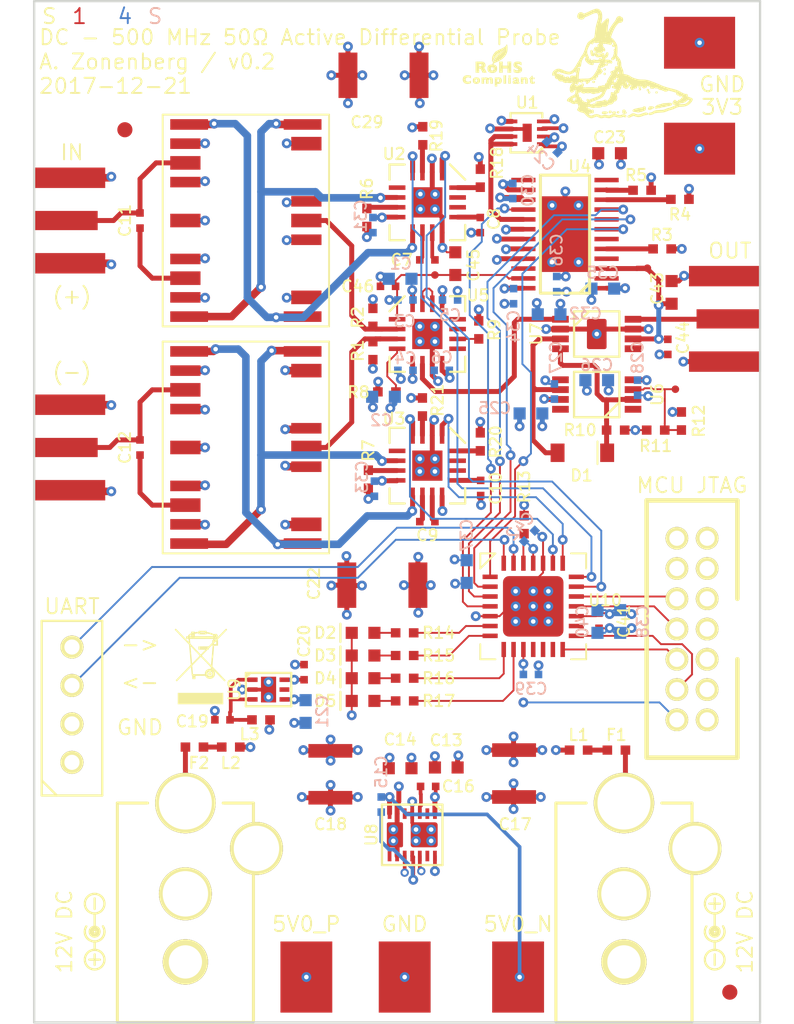
<source format=kicad_pcb>
(kicad_pcb (version 20170922) (host pcbnew "(2017-11-03 revision 9932ff32a)-master")
  (layers (0 F.Cu signal) (1 In1.Cu signal) (2 In2.Cu signal) (31 B.Cu signal) (34 B.Paste user) (35 F.Paste user) (36 B.SilkS user) (37 F.SilkS user) (38 B.Mask user) (39 F.Mask user) (44 Edge.Cuts user))
  (net 0 "")
  (net 1 "Net-(J1-Pad1)")
  (net 2 /3V3)
  (net 3 /GND)
  (net 4 /Microcontroller/JTAG_TMS)
  (net 5 /Microcontroller/JTAG_TCK)
  (net 6 /Microcontroller/JTAG_TDO)
  (net 7 /Microcontroller/JTAG_TDI)
  (net 8 "Net-(J1-Pad12)")
  (net 9 "Net-(J1-Pad13)")
  (net 10 "Net-(J1-Pad14)")
  (net 11 "/Power Supply/5V0_P")
  (net 12 "/Power Supply/5V0_N")
  (net 13 "/Signal Path/VOFFSET")
  (net 14 "/Signal Path/VATTEN_P")
  (net 15 "/Signal Path/VATTEN")
  (net 16 "/Power Supply/12V0_N")
  (net 17 "/Power Supply/12V0_P")
  (net 18 /Microcontroller/VCAP)
  (net 19 "Net-(R8-Pad2)")
  (net 20 "Net-(R13-Pad1)")
  (net 21 "/Signal Path/VIN_N_COUPLED")
  (net 22 "/Signal Path/VIN_P_COUPLED")
  (net 23 "Net-(R3-Pad2)")
  (net 24 "Net-(R4-Pad2)")
  (net 25 "Net-(R5-Pad2)")
  (net 26 "Net-(R6-Pad1)")
  (net 27 "Net-(R7-Pad1)")
  (net 28 "Net-(R9-Pad2)")
  (net 29 "Net-(R20-Pad1)")
  (net 30 "Net-(D3-Pad2)")
  (net 31 /Microcontroller/LED1)
  (net 32 /Microcontroller/LED0)
  (net 33 "Net-(D2-Pad2)")
  (net 34 "Net-(F1-Pad2)")
  (net 35 "/Power Supply/12V0_P_UNFUSED")
  (net 36 "/Power Supply/12V0_N_UNFUSED")
  (net 37 "Net-(F2-Pad2)")
  (net 38 "Net-(R21-Pad1)")
  (net 39 "Net-(C19-Pad1)")
  (net 40 "/Signal Path/ATTEN_REF")
  (net 41 "Net-(R19-Pad1)")
  (net 42 "Net-(R18-Pad1)")
  (net 43 /Microcontroller/LED3)
  (net 44 "Net-(D5-Pad2)")
  (net 45 "Net-(D4-Pad2)")
  (net 46 /Microcontroller/LED2)
  (net 47 "Net-(C15-Pad1)")
  (net 48 "Net-(C16-Pad1)")
  (net 49 "/Signal Path/VIN_N")
  (net 50 "/Signal Path/VIN_N_AC")
  (net 51 "Net-(C7-Pad2)")
  (net 52 "Net-(C7-Pad1)")
  (net 53 "Net-(C8-Pad1)")
  (net 54 "Net-(C20-Pad2)")
  (net 55 "/Signal Path/VIN_P_AC")
  (net 56 "/Signal Path/VIN_P")
  (net 57 "Net-(C10-Pad1)")
  (net 58 "Net-(C9-Pad1)")
  (net 59 "Net-(C9-Pad2)")
  (net 60 "/Signal Path/VOUT")
  (net 61 "Net-(J7-Pad1)")
  (net 62 /Microcontroller/UART_RX)
  (net 63 /Microcontroller/UART_TX)
  (net 64 "/Signal Path/VOUT_RAW")
  (net 65 "Net-(U5-Pad11)")
  (net 66 "Net-(U5-Pad9)")
  (net 67 "Net-(U5-Pad12)")
  (net 68 "/Signal Path/VOFFSET_BUF")
  (net 69 /Microcontroller/RELAY2_EN)
  (net 70 /Microcontroller/RELAY2_DIR)
  (net 71 "Net-(U3-Pad14)")
  (net 72 "Net-(U3-Pad15)")
  (net 73 "/Signal Path/COIL2_N")
  (net 74 "/Signal Path/COIL2_P")
  (net 75 "/Signal Path/COIL1_P")
  (net 76 "/Signal Path/COIL1_N")
  (net 77 "Net-(U2-Pad15)")
  (net 78 "Net-(U2-Pad14)")
  (net 79 /Microcontroller/RELAY1_DIR)
  (net 80 /Microcontroller/RELAY1_EN)
  (net 81 "/Signal Path/2V5_REF")
  (net 82 "Net-(U8-Pad2)")
  (net 83 "Net-(U8-Pad8)")
  (net 84 /Microcontroller/SPI_CS_N)
  (net 85 /Microcontroller/SPI_MOSI)
  (net 86 /Microcontroller/SPI_SCK)
  (net 87 /Microcontroller/SPI_MISO)
  (net 88 "/Signal Path/ATTEN_V2")
  (net 89 "Net-(U6-Pad1)")
  (net 90 "Net-(U6-Pad8)")
  (net 91 "Net-(U10-Pad11)")
  (net 92 "Net-(U10-Pad12)")
  (net 93 "Net-(U10-Pad13)")
  (net 94 "Net-(U10-Pad16)")
  (module azonenberg_pcb:FIDUCIAL_1MM (layer F.Cu) (at 75 86)
    (fp_text reference FIDUCIAL_1MM hide)
    (fp_text value VAL** hide)
    (pad "" smd circle (at 0 0) (size 1 1) (layers F.Cu F.Mask) (clearance 1))
  )
  (module azonenberg_pcb:FIDUCIAL_1MM (layer F.Cu) (at 35 29)
    (fp_text reference FIDUCIAL_1MM hide)
    (fp_text value VAL** hide)
    (pad "" smd circle (at 0 0) (size 1 1) (layers F.Cu F.Mask) (clearance 1))
  )
  (module w_logo:Logo_silk_polarity_external_5x1.4mm (layer F.Cu) (at 33 82 90)
    (fp_text reference G*** hide)
    (fp_text value LOGO hide)
  )
  (module w_logo:Logo_silk_polarity_center_5x1.4mm (layer F.Cu) (at 74 82 90)
    (fp_text reference G*** hide)
    (fp_text value LOGO hide)
  )
  (module w_logo:Logo_silk_WEEE_3.4x5mm (layer F.Cu) (at 40 64.5)
    (fp_text reference G*** hide)
    (fp_text value LOGO hide)
  )
  (module w_logo:Logo_silk_ROHS_5x2.8mm (layer F.Cu) (at 59.75 24.75)
    (fp_text reference G*** hide)
    (fp_text value LOGO hide)
  )
  (module azonenberg_pcb:LONGTHING-1200DPI (layer F.Cu) (at 68.45 25)
    (fp_text reference G*** hide)
    (fp_text value LOGO hide)
  )
  (module azonenberg_pcb:EIA_0402_RES_NOSILK (layer F.Cu) (at 67.5 70 180)
    (fp_text reference F1 (at 0 1 180) (layer F.SilkS) (effects (font (size 0.75 0.75) (thickness 0.125))))
    (fp_text value "250 mA" hide)
    (pad 2 smd rect (at 0.597 0 180) (size 0.635 0.61) (layers F.Cu F.Paste F.Mask) (net 34 "Net-(F1-Pad2)"))
    (pad 1 smd rect (at -0.597 0 180) (size 0.635 0.61) (layers F.Cu F.Paste F.Mask) (net 35 "/Power Supply/12V0_P_UNFUSED"))
  )
  (module azonenberg_pcb:EIA_0402_RES_NOSILK (layer F.Cu) (at 39.6 69.8)
    (fp_text reference F2 (at 0.3 1.05) (layer F.SilkS) (effects (font (size 0.75 0.75) (thickness 0.125))))
    (fp_text value "250 mA" hide)
    (pad 1 smd rect (at -0.597 0) (size 0.635 0.61) (layers F.Cu F.Paste F.Mask) (net 36 "/Power Supply/12V0_N_UNFUSED"))
    (pad 2 smd rect (at 0.597 0) (size 0.635 0.61) (layers F.Cu F.Paste F.Mask) (net 37 "Net-(F2-Pad2)"))
  )
  (module azonenberg_pcb:EIA_0603_LED (layer F.Cu) (at 50.75 66.75)
    (fp_text reference D5 (at -2.5 0) (layer F.SilkS) (effects (font (size 0.75 0.75) (thickness 0.125))))
    (fp_text value GREEN hide)
    (pad 2 smd rect (at 0.75 0) (size 0.8 0.8) (layers F.Cu F.Paste F.Mask) (net 44 "Net-(D5-Pad2)"))
    (pad 1 smd rect (at -0.75 0) (size 0.8 0.8) (layers F.Cu F.Paste F.Mask) (net 3 /GND))
  )
  (module azonenberg_pcb:EIA_0603_LED (layer F.Cu) (at 50.75 65.25)
    (fp_text reference D4 (at -2.5 0) (layer F.SilkS) (effects (font (size 0.75 0.75) (thickness 0.125))))
    (fp_text value GREEN hide)
    (pad 1 smd rect (at -0.75 0) (size 0.8 0.8) (layers F.Cu F.Paste F.Mask) (net 3 /GND))
    (pad 2 smd rect (at 0.75 0) (size 0.8 0.8) (layers F.Cu F.Paste F.Mask) (net 45 "Net-(D4-Pad2)"))
  )
  (module azonenberg_pcb:EIA_0603_LED (layer F.Cu) (at 50.75 63.75)
    (fp_text reference D3 (at -2.5 0) (layer F.SilkS) (effects (font (size 0.75 0.75) (thickness 0.125))))
    (fp_text value GREEN hide)
    (pad 2 smd rect (at 0.75 0) (size 0.8 0.8) (layers F.Cu F.Paste F.Mask) (net 30 "Net-(D3-Pad2)"))
    (pad 1 smd rect (at -0.75 0) (size 0.8 0.8) (layers F.Cu F.Paste F.Mask) (net 3 /GND))
  )
  (module azonenberg_pcb:EIA_0603_LED (layer F.Cu) (at 50.75 62.25)
    (fp_text reference D2 (at -2.5 0) (layer F.SilkS) (effects (font (size 0.75 0.75) (thickness 0.125))))
    (fp_text value GREEN hide)
    (pad 1 smd rect (at -0.75 0) (size 0.8 0.8) (layers F.Cu F.Paste F.Mask) (net 3 /GND))
    (pad 2 smd rect (at 0.75 0) (size 0.8 0.8) (layers F.Cu F.Paste F.Mask) (net 33 "Net-(D2-Pad2)"))
  )
  (module azonenberg_pcb:CONN_CUI_PJ-058BH_HIPWR_BARREL_NOSLOT (layer F.Cu) (at 68 80 90)
    (fp_text reference J2 hide)
    (fp_text value "CUI PJ-058BH" hide)
    (pad 3 thru_hole circle (at 3.5 4.7 90) (size 3.5 3.5) (drill 3) (layers *.Cu *.Mask F.SilkS) (net 3 /GND))
    (pad 1 thru_hole circle (at 6.5 0 90) (size 4 4) (drill 3.5) (layers *.Cu *.Mask F.SilkS) (net 35 "/Power Supply/12V0_P_UNFUSED"))
    (pad 2 thru_hole circle (at 0.5 0 90) (size 3.5 3.5) (drill 3) (layers *.Cu *.Mask F.SilkS) (net 3 /GND))
    (pad "" thru_hole circle (at -4 0 90) (size 3 3) (drill 2.2) (layers *.Cu *.Mask F.SilkS))
  )
  (module azonenberg_pcb:CONN_CUI_PJ-058BH_HIPWR_BARREL_NOSLOT (layer F.Cu) (at 39 80 90)
    (fp_text reference J3 hide)
    (fp_text value "CUI PJ-058BH" hide)
    (pad "" thru_hole circle (at -4 0 90) (size 3 3) (drill 2.2) (layers *.Cu *.Mask F.SilkS))
    (pad 2 thru_hole circle (at 0.5 0 90) (size 3.5 3.5) (drill 3) (layers *.Cu *.Mask F.SilkS) (net 3 /GND))
    (pad 1 thru_hole circle (at 6.5 0 90) (size 4 4) (drill 3.5) (layers *.Cu *.Mask F.SilkS) (net 36 "/Power Supply/12V0_N_UNFUSED"))
    (pad 3 thru_hole circle (at 3.5 4.7 90) (size 3.5 3.5) (drill 3) (layers *.Cu *.Mask F.SilkS) (net 3 /GND))
  )
  (module azonenberg_pcb:CONN_HEADER_2.54MM_1x4 (layer F.Cu) (at 31.5 67 90)
    (fp_text reference J7 hide)
    (fp_text value CONN_01X04)
    (pad 1 thru_hole circle (at -3.81 0 90) (size 1.524 1.524) (drill 1) (layers *.Cu *.Mask F.SilkS) (net 61 "Net-(J7-Pad1)"))
    (pad 2 thru_hole circle (at -1.27 0 90) (size 1.524 1.524) (drill 1) (layers *.Cu *.Mask F.SilkS) (net 3 /GND))
    (pad 3 thru_hole circle (at 1.27 0 90) (size 1.524 1.524) (drill 1) (layers *.Cu *.Mask F.SilkS) (net 62 /Microcontroller/UART_RX))
    (pad 4 thru_hole circle (at 3.81 0 90) (size 1.524 1.524) (drill 1) (layers *.Cu *.Mask F.SilkS) (net 63 /Microcontroller/UART_TX))
  )
  (module azonenberg_pcb:CONN_SMA_EDGE_SAMTEC_SMA_J_P_H_ST_EM1 (layer F.Cu) (at 77 41.5 90)
    (fp_text reference J6 hide)
    (fp_text value SMA)
    (pad 1 smd rect (at 0 -2.1 90) (size 1.27 4.2) (layers F.Cu F.Paste F.Mask) (net 60 "/Signal Path/VOUT"))
    (pad 2 smd rect (at 2.825 -2.35 90) (size 1.35 4.7) (layers F.Cu F.Paste F.Mask) (net 3 /GND))
    (pad 2 smd rect (at -2.825 -2.35 90) (size 1.35 4.7) (layers F.Cu F.Paste F.Mask) (net 3 /GND))
  )
  (module azonenberg_pcb:CONN_SMA_EDGE_SAMTEC_SMA_J_P_H_ST_EM1 (layer F.Cu) (at 29 50 270)
    (fp_text reference J5 hide)
    (fp_text value SMA)
    (pad 2 smd rect (at -2.825 -2.35 270) (size 1.35 4.7) (layers F.Cu F.Paste F.Mask) (net 3 /GND))
    (pad 2 smd rect (at 2.825 -2.35 270) (size 1.35 4.7) (layers F.Cu F.Paste F.Mask) (net 3 /GND))
    (pad 1 smd rect (at 0 -2.1 270) (size 1.27 4.2) (layers F.Cu F.Paste F.Mask) (net 49 "/Signal Path/VIN_N"))
  )
  (module azonenberg_pcb:CONN_SMA_EDGE_SAMTEC_SMA_J_P_H_ST_EM1 (layer F.Cu) (at 29 35 270)
    (fp_text reference J4 hide)
    (fp_text value SMA)
    (pad 1 smd rect (at 0 -2.1 270) (size 1.27 4.2) (layers F.Cu F.Paste F.Mask) (net 56 "/Signal Path/VIN_P"))
    (pad 2 smd rect (at 2.825 -2.35 270) (size 1.35 4.7) (layers F.Cu F.Paste F.Mask) (net 3 /GND))
    (pad 2 smd rect (at -2.825 -2.35 270) (size 1.35 4.7) (layers F.Cu F.Paste F.Mask) (net 3 /GND))
  )
  (module azonenberg_pcb:DFN_14_0.5MM_4x3MM_DUALPAD_LTC_DE14MA (layer F.Cu) (at 54 75.6 180)
    (fp_text reference U8 (at 2.7 0 270) (layer F.SilkS) (effects (font (size 0.75 0.75) (thickness 0.125))))
    (fp_text value LT3032IDE-5#PBF)
    (pad 1 smd rect (at -1.5 1.4 180) (size 0.25 0.7) (layers F.Cu F.Paste F.Mask) (net 11 "/Power Supply/5V0_P"))
    (pad 2 smd rect (at -1 1.4 180) (size 0.25 0.7) (layers F.Cu F.Paste F.Mask) (net 82 "Net-(U8-Pad2)"))
    (pad 3 smd rect (at -0.5 1.4 180) (size 0.25 0.7) (layers F.Cu F.Paste F.Mask) (net 48 "Net-(C16-Pad1)"))
    (pad 4 smd rect (at 0 1.4 180) (size 0.25 0.7) (layers F.Cu F.Paste F.Mask) (net 3 /GND))
    (pad 5 smd rect (at 0.5 1.4 180) (size 0.25 0.7) (layers F.Cu F.Paste F.Mask) (net 3 /GND))
    (pad 6 smd rect (at 1 1.4 180) (size 0.25 0.7) (layers F.Cu F.Paste F.Mask) (net 16 "/Power Supply/12V0_N"))
    (pad 7 smd rect (at 1.5 1.4 180) (size 0.25 0.7) (layers F.Cu F.Paste F.Mask) (net 12 "/Power Supply/5V0_N"))
    (pad 14 smd rect (at -1.5 -1.4 180) (size 0.25 0.7) (layers F.Cu F.Paste F.Mask) (net 17 "/Power Supply/12V0_P"))
    (pad 9 smd rect (at 1 -1.4 180) (size 0.25 0.7) (layers F.Cu F.Paste F.Mask) (net 16 "/Power Supply/12V0_N"))
    (pad 8 smd rect (at 1.5 -1.4 180) (size 0.25 0.7) (layers F.Cu F.Paste F.Mask) (net 83 "Net-(U8-Pad8)"))
    (pad 13 smd rect (at -1 -1.4 180) (size 0.25 0.7) (layers F.Cu F.Paste F.Mask))
    (pad 12 smd rect (at -0.5 -1.4 180) (size 0.25 0.7) (layers F.Cu F.Paste F.Mask) (net 17 "/Power Supply/12V0_P"))
    (pad 11 smd rect (at 0 -1.4 180) (size 0.25 0.7) (layers F.Cu F.Paste F.Mask) (net 47 "Net-(C15-Pad1)"))
    (pad 10 smd rect (at 0.5 -1.4 180) (size 0.25 0.7) (layers F.Cu F.Paste F.Mask) (net 17 "/Power Supply/12V0_P"))
    (pad PADT smd roundrect (at -0.79 0 180) (size 1.78 1.65) (layers F.Cu F.Paste F.Mask) (roundrect_rratio 0.1) (net 3 /GND))
    (pad PADB smd roundrect (at 1.145 0 180) (size 1.07 1.65) (layers F.Cu F.Paste F.Mask) (roundrect_rratio 0.1) (net 16 "/Power Supply/12V0_N"))
  )
  (module azonenberg_pcb:DFN_6_0.65MM_2x2MM (layer F.Cu) (at 44.5 66 270)
    (fp_text reference U9 (at 0 2.25 270) (layer F.SilkS) (effects (font (size 0.75 0.75) (thickness 0.125))))
    (fp_text value MIC5305-33YML hide)
    (pad 1 smd rect (at -0.65 1.05 270) (size 0.3 0.65) (layers F.Cu F.Paste F.Mask) (net 39 "Net-(C19-Pad1)"))
    (pad 2 smd rect (at 0 1.05 270) (size 0.3 0.65) (layers F.Cu F.Paste F.Mask) (net 3 /GND))
    (pad 3 smd rect (at 0.65 1.05 270) (size 0.3 0.65) (layers F.Cu F.Paste F.Mask) (net 39 "Net-(C19-Pad1)"))
    (pad 4 smd rect (at 0.65 -1.05 270) (size 0.3 0.65) (layers F.Cu F.Paste F.Mask) (net 2 /3V3))
    (pad 5 smd rect (at 0 -1.05 270) (size 0.3 0.65) (layers F.Cu F.Paste F.Mask))
    (pad 6 smd rect (at -0.65 -1.05 270) (size 0.3 0.65) (layers F.Cu F.Paste F.Mask) (net 54 "Net-(C20-Pad2)"))
    (pad PAD smd rect (at 0 0 270) (size 1.7 1) (layers F.Cu F.Paste F.Mask) (net 3 /GND))
  )
  (module azonenberg_pcb:DFN_8_0.5MM_2x2MM (layer F.Cu) (at 61.6 29.2 180)
    (fp_text reference U1 (at 0 2 180) (layer F.SilkS) (effects (font (size 0.75 0.75) (thickness 0.125))))
    (fp_text value MCP1501_DFN hide)
    (pad 1 smd rect (at -1 -0.75 180) (size 0.7 0.25) (layers F.Cu F.Paste F.Mask) (net 2 /3V3))
    (pad 2 smd rect (at -1 -0.25 180) (size 0.7 0.25) (layers F.Cu F.Paste F.Mask) (net 3 /GND))
    (pad 3 smd rect (at -1 0.25 180) (size 0.7 0.25) (layers F.Cu F.Paste F.Mask) (net 2 /3V3))
    (pad 4 smd rect (at -1 0.75 180) (size 0.7 0.25) (layers F.Cu F.Paste F.Mask) (net 3 /GND))
    (pad 5 smd rect (at 1 0.75 180) (size 0.7 0.25) (layers F.Cu F.Paste F.Mask) (net 3 /GND))
    (pad 6 smd rect (at 1 0.25 180) (size 0.7 0.25) (layers F.Cu F.Paste F.Mask) (net 3 /GND))
    (pad 7 smd rect (at 1 -0.25 180) (size 0.7 0.25) (layers F.Cu F.Paste F.Mask) (net 81 "/Signal Path/2V5_REF"))
    (pad 8 smd rect (at 1 -0.75 180) (size 0.7 0.25) (layers F.Cu F.Paste F.Mask) (net 81 "/Signal Path/2V5_REF"))
    (pad PAD smd rect (at 0 0 180) (size 0.6 1.2) (layers F.Cu F.Paste F.Mask) (net 3 /GND))
  )
  (module azonenberg_pcb:EIA_0402_CAP_NOSILK (layer F.Cu) (at 66.35 61.45 270)
    (fp_text reference C41 (at 0.05 -1.65 270) (layer F.SilkS) (effects (font (size 0.75 0.75) (thickness 0.125))))
    (fp_text value "0.47 uF" hide)
    (pad 1 smd rect (at -0.5 0 270) (size 0.5 0.5) (layers F.Cu F.Paste F.Mask) (net 18 /Microcontroller/VCAP))
    (pad 2 smd rect (at 0.5 0 270) (size 0.5 0.5) (layers F.Cu F.Paste F.Mask) (net 3 /GND))
  )
  (module azonenberg_pcb:EIA_0402_CAP_NOSILK (layer B.Cu) (at 60.7 40 270)
    (fp_text reference C34 (at 2 0 270) (layer B.SilkS) (effects (font (size 0.75 0.75) (thickness 0.125)) (justify mirror)))
    (fp_text value "0.47 uF" hide)
    (pad 2 smd rect (at 0.5 0 270) (size 0.5 0.5) (layers B.Cu B.Paste B.Mask) (net 3 /GND))
    (pad 1 smd rect (at -0.5 0 270) (size 0.5 0.5) (layers B.Cu B.Paste B.Mask) (net 11 "/Power Supply/5V0_P"))
  )
  (module azonenberg_pcb:EIA_0402_CAP_NOSILK (layer B.Cu) (at 61.85 65)
    (fp_text reference C39 (at 0 0.95) (layer B.SilkS) (effects (font (size 0.75 0.75) (thickness 0.125)) (justify mirror)))
    (fp_text value "0.47 uF" hide)
    (pad 1 smd rect (at -0.5 0) (size 0.5 0.5) (layers B.Cu B.Paste B.Mask) (net 2 /3V3))
    (pad 2 smd rect (at 0.5 0) (size 0.5 0.5) (layers B.Cu B.Paste B.Mask) (net 3 /GND))
  )
  (module azonenberg_pcb:EIA_0402_CAP_NOSILK (layer B.Cu) (at 53.55 44.9)
    (fp_text reference C4 (at 0 -0.8) (layer B.SilkS) (effects (font (size 0.75 0.75) (thickness 0.125)) (justify mirror)))
    (fp_text value "0.47 uF" hide)
    (pad 2 smd rect (at 0.5 0) (size 0.5 0.5) (layers B.Cu B.Paste B.Mask) (net 12 "/Power Supply/5V0_N"))
    (pad 1 smd rect (at -0.5 0) (size 0.5 0.5) (layers B.Cu B.Paste B.Mask) (net 3 /GND))
  )
  (module azonenberg_pcb:EIA_0402_CAP_NOSILK (layer B.Cu) (at 56.5 40.25)
    (fp_text reference C5 (at 0 1) (layer B.SilkS) (effects (font (size 0.75 0.75) (thickness 0.125)) (justify mirror)))
    (fp_text value "0.47 uF" hide)
    (pad 1 smd rect (at -0.5 0) (size 0.5 0.5) (layers B.Cu B.Paste B.Mask) (net 11 "/Power Supply/5V0_P"))
    (pad 2 smd rect (at 0.5 0) (size 0.5 0.5) (layers B.Cu B.Paste B.Mask) (net 3 /GND))
  )
  (module azonenberg_pcb:EIA_0402_CAP_NOSILK (layer B.Cu) (at 55.95 44.9)
    (fp_text reference C6 (at 0 -0.85) (layer B.SilkS) (effects (font (size 0.75 0.75) (thickness 0.125)) (justify mirror)))
    (fp_text value "0.47 uF" hide)
    (pad 2 smd rect (at 0.5 0) (size 0.5 0.5) (layers B.Cu B.Paste B.Mask) (net 12 "/Power Supply/5V0_N"))
    (pad 1 smd rect (at -0.5 0) (size 0.5 0.5) (layers B.Cu B.Paste B.Mask) (net 3 /GND))
  )
  (module azonenberg_pcb:EIA_0402_CAP_NOSILK (layer F.Cu) (at 55 37.6)
    (fp_text reference C7 (at -1.7 0) (layer F.SilkS) (effects (font (size 0.75 0.75) (thickness 0.125))))
    (fp_text value "0.1 uF 25V" hide)
    (pad 1 smd rect (at -0.5 0) (size 0.5 0.5) (layers F.Cu F.Paste F.Mask) (net 52 "Net-(C7-Pad1)"))
    (pad 2 smd rect (at 0.5 0) (size 0.5 0.5) (layers F.Cu F.Paste F.Mask) (net 51 "Net-(C7-Pad2)"))
  )
  (module azonenberg_pcb:EIA_0402_CAP_NOSILK (layer F.Cu) (at 58.5 35.3 270)
    (fp_text reference C8 (at -0.4 -0.9 270) (layer F.SilkS) (effects (font (size 0.75 0.75) (thickness 0.125))))
    (fp_text value "0.1 uF 25V" hide)
    (pad 2 smd rect (at 0.5 0 270) (size 0.5 0.5) (layers F.Cu F.Paste F.Mask) (net 17 "/Power Supply/12V0_P"))
    (pad 1 smd rect (at -0.5 0 270) (size 0.5 0.5) (layers F.Cu F.Paste F.Mask) (net 53 "Net-(C8-Pad1)"))
  )
  (module azonenberg_pcb:EIA_0402_CAP_NOSILK (layer F.Cu) (at 55 54.9)
    (fp_text reference C9 (at 0 0.9) (layer F.SilkS) (effects (font (size 0.75 0.75) (thickness 0.125))))
    (fp_text value "0.1 uF 25V" hide)
    (pad 1 smd rect (at -0.5 0) (size 0.5 0.5) (layers F.Cu F.Paste F.Mask) (net 58 "Net-(C9-Pad1)"))
    (pad 2 smd rect (at 0.5 0) (size 0.5 0.5) (layers F.Cu F.Paste F.Mask) (net 59 "Net-(C9-Pad2)"))
  )
  (module azonenberg_pcb:EIA_0402_CAP_NOSILK (layer F.Cu) (at 36 35 270)
    (fp_text reference C11 (at 0 1 270) (layer F.SilkS) (effects (font (size 0.75 0.75) (thickness 0.125))))
    (fp_text value "0.1 uF" hide)
    (pad 2 smd rect (at 0.5 0 270) (size 0.5 0.5) (layers F.Cu F.Paste F.Mask) (net 55 "/Signal Path/VIN_P_AC"))
    (pad 1 smd rect (at -0.5 0 270) (size 0.5 0.5) (layers F.Cu F.Paste F.Mask) (net 56 "/Signal Path/VIN_P"))
  )
  (module azonenberg_pcb:EIA_0402_CAP_NOSILK (layer B.Cu) (at 51.5 52.725 270)
    (fp_text reference C33 (at -0.775 0.825 270) (layer B.SilkS) (effects (font (size 0.75 0.75) (thickness 0.125)) (justify mirror)))
    (fp_text value "0.1 uF 25V" hide)
    (pad 1 smd rect (at -0.5 0 270) (size 0.5 0.5) (layers B.Cu B.Paste B.Mask) (net 17 "/Power Supply/12V0_P"))
    (pad 2 smd rect (at 0.5 0 270) (size 0.5 0.5) (layers B.Cu B.Paste B.Mask) (net 3 /GND))
  )
  (module azonenberg_pcb:EIA_0402_CAP_NOSILK (layer F.Cu) (at 58.525 52.675 270)
    (fp_text reference C10 (at 0.025 -1 270) (layer F.SilkS) (effects (font (size 0.75 0.75) (thickness 0.125))))
    (fp_text value "0.1 uF 25V" hide)
    (pad 2 smd rect (at 0.5 0 270) (size 0.5 0.5) (layers F.Cu F.Paste F.Mask) (net 17 "/Power Supply/12V0_P"))
    (pad 1 smd rect (at -0.5 0 270) (size 0.5 0.5) (layers F.Cu F.Paste F.Mask) (net 57 "Net-(C10-Pad1)"))
  )
  (module azonenberg_pcb:EIA_0402_CAP_NOSILK (layer B.Cu) (at 63.4 46.3 90)
    (fp_text reference C27 (at 2.25 0.1 90) (layer B.SilkS) (effects (font (size 0.75 0.75) (thickness 0.125)) (justify mirror)))
    (fp_text value "0.47 uF" hide)
    (pad 1 smd rect (at -0.5 0 90) (size 0.5 0.5) (layers B.Cu B.Paste B.Mask) (net 11 "/Power Supply/5V0_P"))
    (pad 2 smd rect (at 0.5 0 90) (size 0.5 0.5) (layers B.Cu B.Paste B.Mask) (net 3 /GND))
  )
  (module azonenberg_pcb:EIA_0402_CAP_NOSILK (layer B.Cu) (at 53.55 40.25 180)
    (fp_text reference C3 (at 0.05 -1.4 180) (layer B.SilkS) (effects (font (size 0.75 0.75) (thickness 0.125)) (justify mirror)))
    (fp_text value "0.47 uF" hide)
    (pad 2 smd rect (at 0.5 0 180) (size 0.5 0.5) (layers B.Cu B.Paste B.Mask) (net 3 /GND))
    (pad 1 smd rect (at -0.5 0 180) (size 0.5 0.5) (layers B.Cu B.Paste B.Mask) (net 11 "/Power Supply/5V0_P"))
  )
  (module azonenberg_pcb:EIA_0402_CAP_NOSILK (layer F.Cu) (at 36 50 270)
    (fp_text reference C12 (at 0 1 270) (layer F.SilkS) (effects (font (size 0.75 0.75) (thickness 0.125))))
    (fp_text value "0.1 uF" hide)
    (pad 1 smd rect (at -0.5 0 270) (size 0.5 0.5) (layers F.Cu F.Paste F.Mask) (net 49 "/Signal Path/VIN_N"))
    (pad 2 smd rect (at 0.5 0 270) (size 0.5 0.5) (layers F.Cu F.Paste F.Mask) (net 50 "/Signal Path/VIN_N_AC"))
  )
  (module azonenberg_pcb:EIA_0402_CAP_NOSILK (layer B.Cu) (at 51.4 35.3 270)
    (fp_text reference C31 (at -0.6 0.8 270) (layer B.SilkS) (effects (font (size 0.75 0.75) (thickness 0.125)) (justify mirror)))
    (fp_text value "0.1 uF 25V" hide)
    (pad 2 smd rect (at 0.5 0 270) (size 0.5 0.5) (layers B.Cu B.Paste B.Mask) (net 3 /GND))
    (pad 1 smd rect (at -0.5 0 270) (size 0.5 0.5) (layers B.Cu B.Paste B.Mask) (net 17 "/Power Supply/12V0_P"))
  )
  (module azonenberg_pcb:EIA_0402_CAP_NOSILK (layer B.Cu) (at 51.95 73.6 90)
    (fp_text reference C15 (at 2.15 0 90) (layer B.SilkS) (effects (font (size 0.75 0.75) (thickness 0.125)) (justify mirror)))
    (fp_text value "0.01 uF" hide)
    (pad 1 smd rect (at -0.5 0 90) (size 0.5 0.5) (layers B.Cu B.Paste B.Mask) (net 47 "Net-(C15-Pad1)"))
    (pad 2 smd rect (at 0.5 0 90) (size 0.5 0.5) (layers B.Cu B.Paste B.Mask) (net 12 "/Power Supply/5V0_N"))
  )
  (module azonenberg_pcb:EIA_0402_CAP_NOSILK (layer F.Cu) (at 55.05 72.4)
    (fp_text reference C16 (at 2 0) (layer F.SilkS) (effects (font (size 0.75 0.75) (thickness 0.125))))
    (fp_text value "0.01 uF" hide)
    (pad 2 smd rect (at 0.5 0) (size 0.5 0.5) (layers F.Cu F.Paste F.Mask) (net 11 "/Power Supply/5V0_P"))
    (pad 1 smd rect (at -0.5 0) (size 0.5 0.5) (layers F.Cu F.Paste F.Mask) (net 48 "Net-(C16-Pad1)"))
  )
  (module azonenberg_pcb:EIA_0402_CAP_NOSILK (layer F.Cu) (at 41.45 68 180)
    (fp_text reference C19 (at 2 -0.1 180) (layer F.SilkS) (effects (font (size 0.75 0.75) (thickness 0.125))))
    (fp_text value "1 uF" hide)
    (pad 1 smd rect (at -0.5 0 180) (size 0.5 0.5) (layers F.Cu F.Paste F.Mask) (net 39 "Net-(C19-Pad1)"))
    (pad 2 smd rect (at 0.5 0 180) (size 0.5 0.5) (layers F.Cu F.Paste F.Mask) (net 3 /GND))
  )
  (module azonenberg_pcb:EIA_0402_CAP_NOSILK (layer B.Cu) (at 60.65 33.05 270)
    (fp_text reference C30 (at -0.05 -1 270) (layer B.SilkS) (effects (font (size 0.75 0.75) (thickness 0.125)) (justify mirror)))
    (fp_text value "0.47 uF" hide)
    (pad 2 smd rect (at 0.5 0 270) (size 0.5 0.5) (layers B.Cu B.Paste B.Mask) (net 3 /GND))
    (pad 1 smd rect (at -0.5 0 270) (size 0.5 0.5) (layers B.Cu B.Paste B.Mask) (net 2 /3V3))
  )
  (module azonenberg_pcb:EIA_0402_CAP_NOSILK (layer B.Cu) (at 63.55 39.2 270)
    (fp_text reference C36 (at -2.25 0 270) (layer B.SilkS) (effects (font (size 0.75 0.75) (thickness 0.125)) (justify mirror)))
    (fp_text value "0.47 uF" hide)
    (pad 1 smd rect (at -0.5 0 270) (size 0.5 0.5) (layers B.Cu B.Paste B.Mask) (net 12 "/Power Supply/5V0_N"))
    (pad 2 smd rect (at 0.5 0 270) (size 0.5 0.5) (layers B.Cu B.Paste B.Mask) (net 3 /GND))
  )
  (module azonenberg_pcb:EIA_0402_CAP_NOSILK (layer F.Cu) (at 52.4 39.35 180)
    (fp_text reference C46 (at 2 0 180) (layer F.SilkS) (effects (font (size 0.75 0.75) (thickness 0.125))))
    (fp_text value "0.47 uF" hide)
    (pad 2 smd rect (at 0.5 0 180) (size 0.5 0.5) (layers F.Cu F.Paste F.Mask) (net 3 /GND))
    (pad 1 smd rect (at -0.5 0 180) (size 0.5 0.5) (layers F.Cu F.Paste F.Mask) (net 13 "/Signal Path/VOFFSET"))
  )
  (module azonenberg_pcb:EIA_0402_CAP_NOSILK (layer B.Cu) (at 63.25 30.15 135)
    (fp_text reference C24 (at 0.070711 -0.989949 135) (layer B.SilkS) (effects (font (size 0.75 0.75) (thickness 0.125)) (justify mirror)))
    (fp_text value "0.47 uF" hide)
    (pad 1 smd rect (at -0.5 0 135) (size 0.5 0.5) (layers B.Cu B.Paste B.Mask) (net 2 /3V3))
    (pad 2 smd rect (at 0.5 0 135) (size 0.5 0.5) (layers B.Cu B.Paste B.Mask) (net 3 /GND))
  )
  (module azonenberg_pcb:EIA_0402_CAP_NOSILK (layer F.Cu) (at 70.9 43.35 270)
    (fp_text reference C44 (at -0.6 -1 270) (layer F.SilkS) (effects (font (size 0.75 0.75) (thickness 0.125))))
    (fp_text value "0.47 uF" hide)
    (pad 2 smd rect (at 0.5 0 270) (size 0.5 0.5) (layers F.Cu F.Paste F.Mask) (net 3 /GND))
    (pad 1 smd rect (at -0.5 0 270) (size 0.5 0.5) (layers F.Cu F.Paste F.Mask) (net 15 "/Signal Path/VATTEN"))
  )
  (module azonenberg_pcb:EIA_0402_CAP_NOSILK (layer B.Cu) (at 68.9 46.05 90)
    (fp_text reference C28 (at 2 0 90) (layer B.SilkS) (effects (font (size 0.75 0.75) (thickness 0.125)) (justify mirror)))
    (fp_text value "0.47 uF" hide)
    (pad 1 smd rect (at -0.5 0 90) (size 0.5 0.5) (layers B.Cu B.Paste B.Mask) (net 3 /GND))
    (pad 2 smd rect (at 0.5 0 90) (size 0.5 0.5) (layers B.Cu B.Paste B.Mask) (net 12 "/Power Supply/5V0_N"))
  )
  (module azonenberg_pcb:EIA_0402_CAP_NOSILK (layer B.Cu) (at 61.75 55.85 45)
    (fp_text reference C42 (at 0.035355 -0.883883 45) (layer B.SilkS) (effects (font (size 0.75 0.75) (thickness 0.125)) (justify mirror)))
    (fp_text value "0.47 uF" hide)
    (pad 2 smd rect (at 0.5 0 45) (size 0.5 0.5) (layers B.Cu B.Paste B.Mask) (net 3 /GND))
    (pad 1 smd rect (at -0.5 0 45) (size 0.5 0.5) (layers B.Cu B.Paste B.Mask) (net 2 /3V3))
  )
  (module azonenberg_pcb:EIA_0402_CAP_NOSILK (layer F.Cu) (at 46.85 64.85 270)
    (fp_text reference C20 (at -2.05 0 270) (layer F.SilkS) (effects (font (size 0.75 0.75) (thickness 0.125))))
    (fp_text value "0.1 uF" hide)
    (pad 1 smd rect (at -0.5 0 270) (size 0.5 0.5) (layers F.Cu F.Paste F.Mask) (net 3 /GND))
    (pad 2 smd rect (at 0.5 0 270) (size 0.5 0.5) (layers F.Cu F.Paste F.Mask) (net 54 "Net-(C20-Pad2)"))
  )
  (module azonenberg_pcb:EIA_0402_RES_NOSILK (layer F.Cu) (at 58.5 32.2 90)
    (fp_text reference R18 (at 1 1.1 90) (layer F.SilkS) (effects (font (size 0.75 0.75) (thickness 0.125))))
    (fp_text value 0 hide)
    (pad 2 smd rect (at 0.597 0 90) (size 0.635 0.61) (layers F.Cu F.Paste F.Mask) (net 2 /3V3))
    (pad 1 smd rect (at -0.597 0 90) (size 0.635 0.61) (layers F.Cu F.Paste F.Mask) (net 42 "Net-(R18-Pad1)"))
  )
  (module azonenberg_pcb:EIA_0402_RES_NOSILK (layer F.Cu) (at 67.45 48.85)
    (fp_text reference R10 (at -2.35 0) (layer F.SilkS) (effects (font (size 0.75 0.75) (thickness 0.125))))
    (fp_text value 3.9K hide)
    (pad 1 smd rect (at -0.597 0) (size 0.635 0.61) (layers F.Cu F.Paste F.Mask) (net 40 "/Signal Path/ATTEN_REF"))
    (pad 2 smd rect (at 0.597 0) (size 0.635 0.61) (layers F.Cu F.Paste F.Mask) (net 12 "/Power Supply/5V0_N"))
  )
  (module azonenberg_pcb:EIA_0402_RES_NOSILK (layer F.Cu) (at 53.5 66.75 180)
    (fp_text reference R17 (at -2.25 0 180) (layer F.SilkS) (effects (font (size 0.75 0.75) (thickness 0.125))))
    (fp_text value 470 hide)
    (pad 2 smd rect (at 0.597 0 180) (size 0.635 0.61) (layers F.Cu F.Paste F.Mask) (net 44 "Net-(D5-Pad2)"))
    (pad 1 smd rect (at -0.597 0 180) (size 0.635 0.61) (layers F.Cu F.Paste F.Mask) (net 43 /Microcontroller/LED3))
  )
  (module azonenberg_pcb:EIA_0402_RES_NOSILK (layer F.Cu) (at 53.5 65.25 180)
    (fp_text reference R16 (at -2.25 0 180) (layer F.SilkS) (effects (font (size 0.75 0.75) (thickness 0.125))))
    (fp_text value 470 hide)
    (pad 1 smd rect (at -0.597 0 180) (size 0.635 0.61) (layers F.Cu F.Paste F.Mask) (net 46 /Microcontroller/LED2))
    (pad 2 smd rect (at 0.597 0 180) (size 0.635 0.61) (layers F.Cu F.Paste F.Mask) (net 45 "Net-(D4-Pad2)"))
  )
  (module azonenberg_pcb:EIA_0402_RES_NOSILK (layer F.Cu) (at 53.5 63.75 180)
    (fp_text reference R15 (at -2.25 0 180) (layer F.SilkS) (effects (font (size 0.75 0.75) (thickness 0.125))))
    (fp_text value 470 hide)
    (pad 2 smd rect (at 0.597 0 180) (size 0.635 0.61) (layers F.Cu F.Paste F.Mask) (net 30 "Net-(D3-Pad2)"))
    (pad 1 smd rect (at -0.597 0 180) (size 0.635 0.61) (layers F.Cu F.Paste F.Mask) (net 31 /Microcontroller/LED1))
  )
  (module azonenberg_pcb:EIA_0402_RES_NOSILK (layer F.Cu) (at 65 70)
    (fp_text reference L1 (at 0 -1) (layer F.SilkS) (effects (font (size 0.75 0.75) (thickness 0.125))))
    (fp_text value BLM15PX471SN1D hide)
    (pad 1 smd rect (at -0.597 0) (size 0.635 0.61) (layers F.Cu F.Paste F.Mask) (net 17 "/Power Supply/12V0_P"))
    (pad 2 smd rect (at 0.597 0) (size 0.635 0.61) (layers F.Cu F.Paste F.Mask) (net 34 "Net-(F1-Pad2)"))
  )
  (module azonenberg_pcb:EIA_0402_RES_NOSILK (layer F.Cu) (at 42 69.8 180)
    (fp_text reference L2 (at 0 -1.05 180) (layer F.SilkS) (effects (font (size 0.75 0.75) (thickness 0.125))))
    (fp_text value BLM15PX471SN1D hide)
    (pad 2 smd rect (at 0.597 0 180) (size 0.635 0.61) (layers F.Cu F.Paste F.Mask) (net 37 "Net-(F2-Pad2)"))
    (pad 1 smd rect (at -0.597 0 180) (size 0.635 0.61) (layers F.Cu F.Paste F.Mask) (net 16 "/Power Supply/12V0_N"))
  )
  (module azonenberg_pcb:EIA_0402_RES_NOSILK (layer F.Cu) (at 44 68)
    (fp_text reference L3 (at -0.75 0.95) (layer F.SilkS) (effects (font (size 0.75 0.75) (thickness 0.125))))
    (fp_text value BLM15PX471SN1D hide)
    (pad 1 smd rect (at -0.597 0) (size 0.635 0.61) (layers F.Cu F.Paste F.Mask) (net 39 "Net-(C19-Pad1)"))
    (pad 2 smd rect (at 0.597 0) (size 0.635 0.61) (layers F.Cu F.Paste F.Mask) (net 11 "/Power Supply/5V0_P"))
  )
  (module azonenberg_pcb:EIA_0402_RES_NOSILK (layer F.Cu) (at 53.5 62.25 180)
    (fp_text reference R14 (at -2.25 0 180) (layer F.SilkS) (effects (font (size 0.75 0.75) (thickness 0.125))))
    (fp_text value 470 hide)
    (pad 2 smd rect (at 0.597 0 180) (size 0.635 0.61) (layers F.Cu F.Paste F.Mask) (net 33 "Net-(D2-Pad2)"))
    (pad 1 smd rect (at -0.597 0 180) (size 0.635 0.61) (layers F.Cu F.Paste F.Mask) (net 32 /Microcontroller/LED0))
  )
  (module azonenberg_pcb:EIA_0402_RES_NOSILK (layer F.Cu) (at 61.4 55.1 90)
    (fp_text reference R13 (at 2.5 0 90) (layer F.SilkS) (effects (font (size 0.75 0.75) (thickness 0.125))))
    (fp_text value 1K hide)
    (pad 1 smd rect (at -0.597 0 90) (size 0.635 0.61) (layers F.Cu F.Paste F.Mask) (net 20 "Net-(R13-Pad1)"))
    (pad 2 smd rect (at 0.597 0 90) (size 0.635 0.61) (layers F.Cu F.Paste F.Mask) (net 2 /3V3))
  )
  (module azonenberg_pcb:EIA_0402_RES_NOSILK (layer F.Cu) (at 71.8 48.25 270)
    (fp_text reference R12 (at 0 -1.15 270) (layer F.SilkS) (effects (font (size 0.75 0.75) (thickness 0.125))))
    (fp_text value 499 hide)
    (pad 2 smd rect (at 0.597 0 270) (size 0.635 0.61) (layers F.Cu F.Paste F.Mask) (net 14 "/Signal Path/VATTEN_P"))
    (pad 1 smd rect (at -0.597 0 270) (size 0.635 0.61) (layers F.Cu F.Paste F.Mask) (net 3 /GND))
  )
  (module azonenberg_pcb:EIA_0402_RES_NOSILK (layer F.Cu) (at 70.1 48.85)
    (fp_text reference R11 (at 0 1.05) (layer F.SilkS) (effects (font (size 0.75 0.75) (thickness 0.125))))
    (fp_text value 3.9K hide)
    (pad 1 smd rect (at -0.597 0) (size 0.635 0.61) (layers F.Cu F.Paste F.Mask) (net 12 "/Power Supply/5V0_N"))
    (pad 2 smd rect (at 0.597 0) (size 0.635 0.61) (layers F.Cu F.Paste F.Mask) (net 14 "/Signal Path/VATTEN_P"))
  )
  (module azonenberg_pcb:EIA_0402_RES_NOSILK (layer F.Cu) (at 70.525 36.875 180)
    (fp_text reference R3 (at 0.025 0.925 180) (layer F.SilkS) (effects (font (size 0.75 0.75) (thickness 0.125))))
    (fp_text value 0 hide)
    (pad 2 smd rect (at 0.597 0 180) (size 0.635 0.61) (layers F.Cu F.Paste F.Mask) (net 23 "Net-(R3-Pad2)"))
    (pad 1 smd rect (at -0.597 0 180) (size 0.635 0.61) (layers F.Cu F.Paste F.Mask) (net 3 /GND))
  )
  (module azonenberg_pcb:EIA_0402_RES_NOSILK (layer F.Cu) (at 54.675 47.325 90)
    (fp_text reference R21 (at 0.45 1 90) (layer F.SilkS) (effects (font (size 0.75 0.75) (thickness 0.125))))
    (fp_text value 0 hide)
    (pad 1 smd rect (at -0.597 0 90) (size 0.635 0.61) (layers F.Cu F.Paste F.Mask) (net 38 "Net-(R21-Pad1)"))
    (pad 2 smd rect (at 0.597 0 90) (size 0.635 0.61) (layers F.Cu F.Paste F.Mask) (net 2 /3V3))
  )
  (module azonenberg_pcb:EIA_0402_RES_NOSILK (layer F.Cu) (at 58.5 49.625 90)
    (fp_text reference R20 (at 0 1.025 90) (layer F.SilkS) (effects (font (size 0.75 0.75) (thickness 0.125))))
    (fp_text value 0 hide)
    (pad 2 smd rect (at 0.597 0 90) (size 0.635 0.61) (layers F.Cu F.Paste F.Mask) (net 2 /3V3))
    (pad 1 smd rect (at -0.597 0 90) (size 0.635 0.61) (layers F.Cu F.Paste F.Mask) (net 29 "Net-(R20-Pad1)"))
  )
  (module azonenberg_pcb:EIA_0402_RES_NOSILK (layer F.Cu) (at 54.7 29.4 90)
    (fp_text reference R19 (at 0 0.9 90) (layer F.SilkS) (effects (font (size 0.75 0.75) (thickness 0.125))))
    (fp_text value 0 hide)
    (pad 1 smd rect (at -0.597 0 90) (size 0.635 0.61) (layers F.Cu F.Paste F.Mask) (net 41 "Net-(R19-Pad1)"))
    (pad 2 smd rect (at 0.597 0 90) (size 0.635 0.61) (layers F.Cu F.Paste F.Mask) (net 2 /3V3))
  )
  (module azonenberg_pcb:EIA_0402_RES_NOSILK (layer F.Cu) (at 58.4 42.225 270)
    (fp_text reference R9 (at 0 -1.025 270) (layer F.SilkS) (effects (font (size 0.75 0.75) (thickness 0.125))))
    (fp_text value 0 hide)
    (pad 2 smd rect (at 0.597 0 270) (size 0.635 0.61) (layers F.Cu F.Paste F.Mask) (net 28 "Net-(R9-Pad2)"))
    (pad 1 smd rect (at -0.597 0 270) (size 0.635 0.61) (layers F.Cu F.Paste F.Mask) (net 11 "/Power Supply/5V0_P"))
  )
  (module azonenberg_pcb:EIA_0402_RES_NOSILK (layer F.Cu) (at 52.325 46.325)
    (fp_text reference R8 (at -1.875 0.025) (layer F.SilkS) (effects (font (size 0.75 0.75) (thickness 0.125))))
    (fp_text value 0 hide)
    (pad 1 smd rect (at -0.597 0) (size 0.635 0.61) (layers F.Cu F.Paste F.Mask) (net 11 "/Power Supply/5V0_P"))
    (pad 2 smd rect (at 0.597 0) (size 0.635 0.61) (layers F.Cu F.Paste F.Mask) (net 19 "Net-(R8-Pad2)"))
  )
  (module azonenberg_pcb:EIA_0402_RES_NOSILK (layer F.Cu) (at 51.1 52.1 270)
    (fp_text reference R7 (at -1.9 0 270) (layer F.SilkS) (effects (font (size 0.75 0.75) (thickness 0.125))))
    (fp_text value 2 hide)
    (pad 2 smd rect (at 0.597 0 270) (size 0.635 0.61) (layers F.Cu F.Paste F.Mask) (net 3 /GND))
    (pad 1 smd rect (at -0.597 0 270) (size 0.635 0.61) (layers F.Cu F.Paste F.Mask) (net 27 "Net-(R7-Pad1)"))
  )
  (module azonenberg_pcb:EIA_0402_RES_NOSILK (layer F.Cu) (at 51 34.8 270)
    (fp_text reference R6 (at -1.9 0 270) (layer F.SilkS) (effects (font (size 0.75 0.75) (thickness 0.125))))
    (fp_text value 2 hide)
    (pad 1 smd rect (at -0.597 0 270) (size 0.635 0.61) (layers F.Cu F.Paste F.Mask) (net 26 "Net-(R6-Pad1)"))
    (pad 2 smd rect (at 0.597 0 270) (size 0.635 0.61) (layers F.Cu F.Paste F.Mask) (net 3 /GND))
  )
  (module azonenberg_pcb:EIA_0402_RES_NOSILK (layer F.Cu) (at 69.2 33 180)
    (fp_text reference R5 (at 0.4 1 180) (layer F.SilkS) (effects (font (size 0.75 0.75) (thickness 0.125))))
    (fp_text value 0 hide)
    (pad 2 smd rect (at 0.597 0 180) (size 0.635 0.61) (layers F.Cu F.Paste F.Mask) (net 25 "Net-(R5-Pad2)"))
    (pad 1 smd rect (at -0.597 0 180) (size 0.635 0.61) (layers F.Cu F.Paste F.Mask) (net 2 /3V3))
  )
  (module azonenberg_pcb:EIA_0402_RES_NOSILK (layer F.Cu) (at 71.7 33.6 180)
    (fp_text reference R4 (at 0 -1 180) (layer F.SilkS) (effects (font (size 0.75 0.75) (thickness 0.125))))
    (fp_text value 0 hide)
    (pad 1 smd rect (at -0.597 0 180) (size 0.635 0.61) (layers F.Cu F.Paste F.Mask) (net 3 /GND))
    (pad 2 smd rect (at 0.597 0 180) (size 0.635 0.61) (layers F.Cu F.Paste F.Mask) (net 24 "Net-(R4-Pad2)"))
  )
  (module azonenberg_pcb:EIA_0402_RES_NOSILK (layer F.Cu) (at 51.4 41.4 270)
    (fp_text reference R2 (at 0 1 270) (layer F.SilkS) (effects (font (size 0.75 0.75) (thickness 0.125))))
    (fp_text value 49.9 hide)
    (pad 2 smd rect (at 0.597 0 270) (size 0.635 0.61) (layers F.Cu F.Paste F.Mask) (net 22 "/Signal Path/VIN_P_COUPLED"))
    (pad 1 smd rect (at -0.597 0 270) (size 0.635 0.61) (layers F.Cu F.Paste F.Mask) (net 3 /GND))
  )
  (module azonenberg_pcb:EIA_0402_RES_NOSILK (layer F.Cu) (at 51.4 43.6 270)
    (fp_text reference R1 (at 0 1 270) (layer F.SilkS) (effects (font (size 0.75 0.75) (thickness 0.125))))
    (fp_text value 49.9 hide)
    (pad 1 smd rect (at -0.597 0 270) (size 0.635 0.61) (layers F.Cu F.Paste F.Mask) (net 21 "/Signal Path/VIN_N_COUPLED"))
    (pad 2 smd rect (at 0.597 0 270) (size 0.635 0.61) (layers F.Cu F.Paste F.Mask) (net 3 /GND))
  )
  (module azonenberg_pcb:EIA_0603_CAP_NOSILK (layer B.Cu) (at 52.1 46.65)
    (fp_text reference C2 (at -0.15 1.55) (layer B.SilkS) (effects (font (size 0.75 0.75) (thickness 0.125)) (justify mirror)))
    (fp_text value "4.7 uF" hide)
    (pad 1 smd rect (at -0.75 0) (size 0.8 0.8) (layers B.Cu B.Paste B.Mask) (net 3 /GND))
    (pad 2 smd rect (at 0.75 0) (size 0.8 0.8) (layers B.Cu B.Paste B.Mask) (net 12 "/Power Supply/5V0_N"))
  )
  (module azonenberg_pcb:EIA_0603_CAP_NOSILK (layer F.Cu) (at 56.85 37.85 90)
    (fp_text reference C45 (at -0.1 1.2 90) (layer F.SilkS) (effects (font (size 0.75 0.75) (thickness 0.125))))
    (fp_text value "4.7 uF" hide)
    (pad 2 smd rect (at 0.75 0 90) (size 0.8 0.8) (layers F.Cu F.Paste F.Mask) (net 3 /GND))
    (pad 1 smd rect (at -0.75 0 90) (size 0.8 0.8) (layers F.Cu F.Paste F.Mask) (net 13 "/Signal Path/VOFFSET"))
  )
  (module azonenberg_pcb:EIA_0603_CAP_NOSILK (layer B.Cu) (at 63.05 41.2)
    (fp_text reference C32 (at 2.4 -0.05) (layer B.SilkS) (effects (font (size 0.75 0.75) (thickness 0.125)) (justify mirror)))
    (fp_text value "4.7 uF" hide)
    (pad 1 smd rect (at -0.75 0) (size 0.8 0.8) (layers B.Cu B.Paste B.Mask) (net 11 "/Power Supply/5V0_P"))
    (pad 2 smd rect (at 0.75 0) (size 0.8 0.8) (layers B.Cu B.Paste B.Mask) (net 3 /GND))
  )
  (module azonenberg_pcb:EIA_0603_CAP_NOSILK (layer B.Cu) (at 66.25 61.5 270)
    (fp_text reference C40 (at 0 1 270) (layer B.SilkS) (effects (font (size 0.75 0.75) (thickness 0.125)) (justify mirror)))
    (fp_text value "4.7 uF" hide)
    (pad 2 smd rect (at 0.75 0 270) (size 0.8 0.8) (layers B.Cu B.Paste B.Mask) (net 3 /GND))
    (pad 1 smd rect (at -0.75 0 270) (size 0.8 0.8) (layers B.Cu B.Paste B.Mask) (net 18 /Microcontroller/VCAP))
  )
  (module azonenberg_pcb:EIA_0603_CAP_NOSILK (layer B.Cu) (at 67.75 61.5 270)
    (fp_text reference C38 (at 0 -1.5 270) (layer B.SilkS) (effects (font (size 0.75 0.75) (thickness 0.125)) (justify mirror)))
    (fp_text value "4.7 uF" hide)
    (pad 1 smd rect (at -0.75 0 270) (size 0.8 0.8) (layers B.Cu B.Paste B.Mask) (net 18 /Microcontroller/VCAP))
    (pad 2 smd rect (at 0.75 0 270) (size 0.8 0.8) (layers B.Cu B.Paste B.Mask) (net 3 /GND))
  )
  (module azonenberg_pcb:EIA_0603_CAP_NOSILK (layer B.Cu) (at 57.6 58.2 270)
    (fp_text reference C37 (at -2.4 0 270) (layer B.SilkS) (effects (font (size 0.75 0.75) (thickness 0.125)) (justify mirror)))
    (fp_text value "4.7 uF" hide)
    (pad 2 smd rect (at 0.75 0 270) (size 0.8 0.8) (layers B.Cu B.Paste B.Mask) (net 3 /GND))
    (pad 1 smd rect (at -0.75 0 270) (size 0.8 0.8) (layers B.Cu B.Paste B.Mask) (net 2 /3V3))
  )
  (module azonenberg_pcb:EIA_0603_CAP_NOSILK (layer B.Cu) (at 66.6 39.5 180)
    (fp_text reference C35 (at 0 1.05 180) (layer B.SilkS) (effects (font (size 0.75 0.75) (thickness 0.125)) (justify mirror)))
    (fp_text value "4.7 uF" hide)
    (pad 1 smd rect (at -0.75 0 180) (size 0.8 0.8) (layers B.Cu B.Paste B.Mask) (net 12 "/Power Supply/5V0_N"))
    (pad 2 smd rect (at 0.75 0 180) (size 0.8 0.8) (layers B.Cu B.Paste B.Mask) (net 3 /GND))
  )
  (module azonenberg_pcb:EIA_0603_CAP_NOSILK (layer F.Cu) (at 53.2 71.2)
    (fp_text reference C14 (at 0 -1.9) (layer F.SilkS) (effects (font (size 0.75 0.75) (thickness 0.125))))
    (fp_text value "4.7 uF 10V" hide)
    (pad 2 smd rect (at 0.75 0) (size 0.8 0.8) (layers F.Cu F.Paste F.Mask) (net 3 /GND))
    (pad 1 smd rect (at -0.75 0) (size 0.8 0.8) (layers F.Cu F.Paste F.Mask) (net 12 "/Power Supply/5V0_N"))
  )
  (module azonenberg_pcb:EIA_0603_CAP_NOSILK (layer B.Cu) (at 53.2 38.85 180)
    (fp_text reference C1 (at -0.05 1 180) (layer B.SilkS) (effects (font (size 0.75 0.75) (thickness 0.125)) (justify mirror)))
    (fp_text value "4.7 uF" hide)
    (pad 1 smd rect (at -0.75 0 180) (size 0.8 0.8) (layers B.Cu B.Paste B.Mask) (net 11 "/Power Supply/5V0_P"))
    (pad 2 smd rect (at 0.75 0 180) (size 0.8 0.8) (layers B.Cu B.Paste B.Mask) (net 3 /GND))
  )
  (module azonenberg_pcb:EIA_0603_CAP_NOSILK (layer F.Cu) (at 56.25 71.15 180)
    (fp_text reference C13 (at 0 1.8 180) (layer F.SilkS) (effects (font (size 0.75 0.75) (thickness 0.125))))
    (fp_text value "4.7 uF 10V" hide)
    (pad 2 smd rect (at 0.75 0 180) (size 0.8 0.8) (layers F.Cu F.Paste F.Mask) (net 11 "/Power Supply/5V0_P"))
    (pad 1 smd rect (at -0.75 0 180) (size 0.8 0.8) (layers F.Cu F.Paste F.Mask) (net 3 /GND))
  )
  (module azonenberg_pcb:EIA_0603_CAP_NOSILK (layer B.Cu) (at 46.95 67.45 270)
    (fp_text reference C21 (at 0 -1.1 270) (layer B.SilkS) (effects (font (size 0.75 0.75) (thickness 0.125)) (justify mirror)))
    (fp_text value "4.7 uF" hide)
    (pad 1 smd rect (at -0.75 0 270) (size 0.8 0.8) (layers B.Cu B.Paste B.Mask) (net 2 /3V3))
    (pad 2 smd rect (at 0.75 0 270) (size 0.8 0.8) (layers B.Cu B.Paste B.Mask) (net 3 /GND))
  )
  (module azonenberg_pcb:EIA_0603_CAP_NOSILK (layer F.Cu) (at 67.05 30.55)
    (fp_text reference C23 (at 0 -1.05) (layer F.SilkS) (effects (font (size 0.75 0.75) (thickness 0.125))))
    (fp_text value "4.7 uF" hide)
    (pad 2 smd rect (at 0.75 0) (size 0.8 0.8) (layers F.Cu F.Paste F.Mask) (net 3 /GND))
    (pad 1 smd rect (at -0.75 0) (size 0.8 0.8) (layers F.Cu F.Paste F.Mask) (net 2 /3V3))
  )
  (module azonenberg_pcb:EIA_0603_CAP_NOSILK (layer B.Cu) (at 61.85 47.75)
    (fp_text reference C25 (at -2.4 -0.35) (layer B.SilkS) (effects (font (size 0.75 0.75) (thickness 0.125)) (justify mirror)))
    (fp_text value "4.7 uF" hide)
    (pad 1 smd rect (at -0.75 0) (size 0.8 0.8) (layers B.Cu B.Paste B.Mask) (net 11 "/Power Supply/5V0_P"))
    (pad 2 smd rect (at 0.75 0) (size 0.8 0.8) (layers B.Cu B.Paste B.Mask) (net 3 /GND))
  )
  (module azonenberg_pcb:EIA_0603_CAP_NOSILK (layer B.Cu) (at 66.2 45.55)
    (fp_text reference C26 (at 0 -1) (layer B.SilkS) (effects (font (size 0.75 0.75) (thickness 0.125)) (justify mirror)))
    (fp_text value "4.7 uF" hide)
    (pad 2 smd rect (at 0.75 0) (size 0.8 0.8) (layers B.Cu B.Paste B.Mask) (net 12 "/Power Supply/5V0_N"))
    (pad 1 smd rect (at -0.75 0) (size 0.8 0.8) (layers B.Cu B.Paste B.Mask) (net 3 /GND))
  )
  (module azonenberg_pcb:EIA_0603_CAP_NOSILK (layer F.Cu) (at 71.15 39.75 90)
    (fp_text reference C43 (at 0.25 -0.95 90) (layer F.SilkS) (effects (font (size 0.75 0.75) (thickness 0.125))))
    (fp_text value "4.7 uF" hide)
    (pad 1 smd rect (at -0.75 0 90) (size 0.8 0.8) (layers F.Cu F.Paste F.Mask) (net 15 "/Signal Path/VATTEN"))
    (pad 2 smd rect (at 0.75 0 90) (size 0.8 0.8) (layers F.Cu F.Paste F.Mask) (net 3 /GND))
  )
  (module azonenberg_pcb:EIA_1210_CAP_NOSILK (layer F.Cu) (at 48.6 71.6 270)
    (fp_text reference C18 (at 3.3 0) (layer F.SilkS) (effects (font (size 0.75 0.75) (thickness 0.125))))
    (fp_text value "10 uF 25V" hide)
    (pad 2 smd rect (at 1.55 0.01493 270) (size 0.9 2.9) (layers F.Cu F.Paste F.Mask) (net 3 /GND))
    (pad 1 smd rect (at -1.55 0.01493 270) (size 0.9 2.9) (layers F.Cu F.Paste F.Mask) (net 16 "/Power Supply/12V0_N"))
  )
  (module azonenberg_pcb:EIA_1210_CAP_NOSILK (layer F.Cu) (at 60.75 71.55 270)
    (fp_text reference C17 (at 3.35 -0.05) (layer F.SilkS) (effects (font (size 0.75 0.75) (thickness 0.125))))
    (fp_text value "10 uF 25V" hide)
    (pad 1 smd rect (at -1.55 0.01493 270) (size 0.9 2.9) (layers F.Cu F.Paste F.Mask) (net 17 "/Power Supply/12V0_P"))
    (pad 2 smd rect (at 1.55 0.01493 270) (size 0.9 2.9) (layers F.Cu F.Paste F.Mask) (net 3 /GND))
  )
  (module azonenberg_pcb:EIA_1812_CAP_NOSILK (layer F.Cu) (at 52.1 25.4 180)
    (fp_text reference C29 (at 1.1 -3.1) (layer F.SilkS) (effects (font (size 0.75 0.75) (thickness 0.125))))
    (fp_text value "22 uF 25V" hide)
    (pad 2 smd rect (at 2.35 0 180) (size 1.25 3) (layers F.Cu F.Paste F.Mask) (net 3 /GND))
    (pad 1 smd rect (at -2.35 0 180) (size 1.25 3) (layers F.Cu F.Paste F.Mask) (net 17 "/Power Supply/12V0_P"))
  )
  (module azonenberg_pcb:EIA_1812_CAP_NOSILK (layer F.Cu) (at 52.025 59.1)
    (fp_text reference C22 (at -4.525 -0.1 90) (layer F.SilkS) (effects (font (size 0.75 0.75) (thickness 0.125))))
    (fp_text value "22 uF 25V" hide)
    (pad 1 smd rect (at -2.35 0) (size 1.25 3) (layers F.Cu F.Paste F.Mask) (net 17 "/Power Supply/12V0_P"))
    (pad 2 smd rect (at 2.35 0) (size 1.25 3) (layers F.Cu F.Paste F.Mask) (net 3 /GND))
  )
  (module azonenberg_pcb:QFN_16_0.65MM_4x4MM (layer F.Cu) (at 55 42.5)
    (fp_text reference U5 (at 3.35 -2.55) (layer F.SilkS) (effects (font (size 0.75 0.75) (thickness 0.125))))
    (fp_text value THS3217)
    (pad 6 smd rect (at -0.325 2) (size 0.3 1.1) (layers F.Cu F.Paste F.Mask) (net 64 "/Signal Path/VOUT_RAW"))
    (pad 5 smd rect (at -0.975 2) (size 0.3 1.1) (layers F.Cu F.Paste F.Mask) (net 12 "/Power Supply/5V0_N"))
    (pad 7 smd rect (at 0.325 2) (size 0.3 1.1) (layers F.Cu F.Paste F.Mask) (net 3 /GND))
    (pad 8 smd rect (at 0.975 2) (size 0.3 1.1) (layers F.Cu F.Paste F.Mask) (net 12 "/Power Supply/5V0_N"))
    (pad 10 smd rect (at 2 0.325 90) (size 0.3 1.1) (layers F.Cu F.Paste F.Mask) (net 28 "Net-(R9-Pad2)"))
    (pad 11 smd rect (at 2 -0.325 90) (size 0.3 1.1) (layers F.Cu F.Paste F.Mask) (net 65 "Net-(U5-Pad11)"))
    (pad 9 smd rect (at 2 0.975 90) (size 0.3 1.1) (layers F.Cu F.Paste F.Mask) (net 66 "Net-(U5-Pad9)"))
    (pad 12 smd rect (at 2 -0.975 90) (size 0.3 1.1) (layers F.Cu F.Paste F.Mask) (net 67 "Net-(U5-Pad12)"))
    (pad 15 smd rect (at -0.325 -2) (size 0.3 1.1) (layers F.Cu F.Paste F.Mask) (net 68 "/Signal Path/VOFFSET_BUF"))
    (pad 14 smd rect (at 0.325 -2) (size 0.3 1.1) (layers F.Cu F.Paste F.Mask) (net 68 "/Signal Path/VOFFSET_BUF"))
    (pad 16 smd rect (at -0.975 -2) (size 0.3 1.1) (layers F.Cu F.Paste F.Mask) (net 11 "/Power Supply/5V0_P"))
    (pad 13 smd rect (at 0.975 -2) (size 0.3 1.1) (layers F.Cu F.Paste F.Mask) (net 11 "/Power Supply/5V0_P"))
    (pad 1 smd rect (at -2 -0.975 90) (size 0.3 1.1) (layers F.Cu F.Paste F.Mask) (net 13 "/Signal Path/VOFFSET"))
    (pad 2 smd rect (at -2 -0.325 90) (size 0.3 1.1) (layers F.Cu F.Paste F.Mask) (net 22 "/Signal Path/VIN_P_COUPLED"))
    (pad 3 smd rect (at -2 0.325 90) (size 0.3 1.1) (layers F.Cu F.Paste F.Mask) (net 21 "/Signal Path/VIN_N_COUPLED"))
    (pad 4 smd rect (at -2 0.975 90) (size 0.3 1.1) (layers F.Cu F.Paste F.Mask) (net 19 "Net-(R8-Pad2)"))
    (pad PAD smd rect (at 0 0) (size 2 2) (layers F.Cu F.Paste F.Mask) (net 3 /GND))
  )
  (module azonenberg_pcb:QFN_16_0.65MM_4x4MM (layer F.Cu) (at 55 51.2 270)
    (fp_text reference U3 (at -3.1 2.2) (layer F.SilkS) (effects (font (size 0.75 0.75) (thickness 0.125))))
    (fp_text value DRV8800_WQFN)
    (pad PAD smd rect (at 0 0 270) (size 2 2) (layers F.Cu F.Paste F.Mask) (net 3 /GND))
    (pad 4 smd rect (at -2 0.975) (size 0.3 1.1) (layers F.Cu F.Paste F.Mask) (net 69 /Microcontroller/RELAY2_EN))
    (pad 3 smd rect (at -2 0.325) (size 0.3 1.1) (layers F.Cu F.Paste F.Mask) (net 38 "Net-(R21-Pad1)"))
    (pad 2 smd rect (at -2 -0.325) (size 0.3 1.1) (layers F.Cu F.Paste F.Mask) (net 3 /GND))
    (pad 1 smd rect (at -2 -0.975) (size 0.3 1.1) (layers F.Cu F.Paste F.Mask) (net 70 /Microcontroller/RELAY2_DIR))
    (pad 13 smd rect (at 0.975 -2 270) (size 0.3 1.1) (layers F.Cu F.Paste F.Mask) (net 57 "Net-(C10-Pad1)"))
    (pad 16 smd rect (at -0.975 -2 270) (size 0.3 1.1) (layers F.Cu F.Paste F.Mask) (net 29 "Net-(R20-Pad1)"))
    (pad 14 smd rect (at 0.325 -2 270) (size 0.3 1.1) (layers F.Cu F.Paste F.Mask) (net 71 "Net-(U3-Pad14)"))
    (pad 15 smd rect (at -0.325 -2 270) (size 0.3 1.1) (layers F.Cu F.Paste F.Mask) (net 72 "Net-(U3-Pad15)"))
    (pad 12 smd rect (at 2 -0.975) (size 0.3 1.1) (layers F.Cu F.Paste F.Mask) (net 3 /GND))
    (pad 9 smd rect (at 2 0.975) (size 0.3 1.1) (layers F.Cu F.Paste F.Mask) (net 73 "/Signal Path/COIL2_N"))
    (pad 11 smd rect (at 2 -0.325) (size 0.3 1.1) (layers F.Cu F.Paste F.Mask) (net 59 "Net-(C9-Pad2)"))
    (pad 10 smd rect (at 2 0.325) (size 0.3 1.1) (layers F.Cu F.Paste F.Mask) (net 58 "Net-(C9-Pad1)"))
    (pad 8 smd rect (at 0.975 2 270) (size 0.3 1.1) (layers F.Cu F.Paste F.Mask) (net 17 "/Power Supply/12V0_P"))
    (pad 7 smd rect (at 0.325 2 270) (size 0.3 1.1) (layers F.Cu F.Paste F.Mask) (net 27 "Net-(R7-Pad1)"))
    (pad 5 smd rect (at -0.975 2 270) (size 0.3 1.1) (layers F.Cu F.Paste F.Mask))
    (pad 6 smd rect (at -0.325 2 270) (size 0.3 1.1) (layers F.Cu F.Paste F.Mask) (net 74 "/Signal Path/COIL2_P"))
  )
  (module azonenberg_pcb:QFN_16_0.65MM_4x4MM (layer F.Cu) (at 55 33.8 270)
    (fp_text reference U2 (at -3.2 2.2) (layer F.SilkS) (effects (font (size 0.75 0.75) (thickness 0.125))))
    (fp_text value DRV8800_WQFN)
    (pad 6 smd rect (at -0.325 2 270) (size 0.3 1.1) (layers F.Cu F.Paste F.Mask) (net 75 "/Signal Path/COIL1_P"))
    (pad 5 smd rect (at -0.975 2 270) (size 0.3 1.1) (layers F.Cu F.Paste F.Mask))
    (pad 7 smd rect (at 0.325 2 270) (size 0.3 1.1) (layers F.Cu F.Paste F.Mask) (net 26 "Net-(R6-Pad1)"))
    (pad 8 smd rect (at 0.975 2 270) (size 0.3 1.1) (layers F.Cu F.Paste F.Mask) (net 17 "/Power Supply/12V0_P"))
    (pad 10 smd rect (at 2 0.325) (size 0.3 1.1) (layers F.Cu F.Paste F.Mask) (net 52 "Net-(C7-Pad1)"))
    (pad 11 smd rect (at 2 -0.325) (size 0.3 1.1) (layers F.Cu F.Paste F.Mask) (net 51 "Net-(C7-Pad2)"))
    (pad 9 smd rect (at 2 0.975) (size 0.3 1.1) (layers F.Cu F.Paste F.Mask) (net 76 "/Signal Path/COIL1_N"))
    (pad 12 smd rect (at 2 -0.975) (size 0.3 1.1) (layers F.Cu F.Paste F.Mask) (net 3 /GND))
    (pad 15 smd rect (at -0.325 -2 270) (size 0.3 1.1) (layers F.Cu F.Paste F.Mask) (net 77 "Net-(U2-Pad15)"))
    (pad 14 smd rect (at 0.325 -2 270) (size 0.3 1.1) (layers F.Cu F.Paste F.Mask) (net 78 "Net-(U2-Pad14)"))
    (pad 16 smd rect (at -0.975 -2 270) (size 0.3 1.1) (layers F.Cu F.Paste F.Mask) (net 42 "Net-(R18-Pad1)"))
    (pad 13 smd rect (at 0.975 -2 270) (size 0.3 1.1) (layers F.Cu F.Paste F.Mask) (net 53 "Net-(C8-Pad1)"))
    (pad 1 smd rect (at -2 -0.975) (size 0.3 1.1) (layers F.Cu F.Paste F.Mask) (net 79 /Microcontroller/RELAY1_DIR))
    (pad 2 smd rect (at -2 -0.325) (size 0.3 1.1) (layers F.Cu F.Paste F.Mask) (net 3 /GND))
    (pad 3 smd rect (at -2 0.325) (size 0.3 1.1) (layers F.Cu F.Paste F.Mask) (net 41 "Net-(R19-Pad1)"))
    (pad 4 smd rect (at -2 0.975) (size 0.3 1.1) (layers F.Cu F.Paste F.Mask) (net 80 /Microcontroller/RELAY1_EN))
    (pad PAD smd rect (at 0 0 270) (size 2 2) (layers F.Cu F.Paste F.Mask) (net 3 /GND))
  )
  (module azonenberg_pcb:QFN_28_0.65MM_6x6MM (layer F.Cu) (at 62 60.5)
    (fp_text reference U10 (at 4.75 -0.4) (layer F.SilkS) (effects (font (size 0.75 0.75) (thickness 0.125))))
    (fp_text value PIC32MM0032GPL028)
    (pad PAD smd roundrect (at 0 0) (size 4 4) (layers F.Cu F.Paste F.Mask) (roundrect_rratio 0.1) (net 3 /GND))
    (pad 8 smd rect (at -1.95 2.85) (size 0.3 1) (layers F.Cu F.Paste F.Mask) (net 46 /Microcontroller/LED2))
    (pad 9 smd rect (at -1.3 2.85) (size 0.3 1) (layers F.Cu F.Paste F.Mask) (net 43 /Microcontroller/LED3))
    (pad 10 smd rect (at -0.65 2.85) (size 0.3 1) (layers F.Cu F.Paste F.Mask) (net 2 /3V3))
    (pad 11 smd rect (at 0 2.85) (size 0.3 1) (layers F.Cu F.Paste F.Mask) (net 91 "Net-(U10-Pad11)"))
    (pad 12 smd rect (at 0.65 2.85) (size 0.3 1) (layers F.Cu F.Paste F.Mask) (net 92 "Net-(U10-Pad12)"))
    (pad 13 smd rect (at 1.3 2.85) (size 0.3 1) (layers F.Cu F.Paste F.Mask) (net 93 "Net-(U10-Pad13)"))
    (pad 14 smd rect (at 1.95 2.85) (size 0.3 1) (layers F.Cu F.Paste F.Mask) (net 5 /Microcontroller/JTAG_TCK))
    (pad 28 smd rect (at -1.95 -2.85 180) (size 0.3 1) (layers F.Cu F.Paste F.Mask) (net 62 /Microcontroller/UART_RX))
    (pad 27 smd rect (at -1.3 -2.85) (size 0.3 1) (layers F.Cu F.Paste F.Mask) (net 63 /Microcontroller/UART_TX))
    (pad 26 smd rect (at -0.65 -2.85) (size 0.3 1) (layers F.Cu F.Paste F.Mask) (net 20 "Net-(R13-Pad1)"))
    (pad 25 smd rect (at 0 -2.85) (size 0.3 1) (layers F.Cu F.Paste F.Mask) (net 2 /3V3))
    (pad 24 smd rect (at 0.65 -2.85) (size 0.3 1) (layers F.Cu F.Paste F.Mask) (net 3 /GND))
    (pad 23 smd rect (at 1.3 -2.85) (size 0.3 1) (layers F.Cu F.Paste F.Mask) (net 69 /Microcontroller/RELAY2_EN))
    (pad 22 smd rect (at 1.95 -2.85) (size 0.3 1) (layers F.Cu F.Paste F.Mask) (net 70 /Microcontroller/RELAY2_DIR))
    (pad 21 smd rect (at 2.85 -1.95 90) (size 0.3 1) (layers F.Cu F.Paste F.Mask) (net 80 /Microcontroller/RELAY1_EN))
    (pad 20 smd rect (at 2.85 -1.3 90) (size 0.3 1) (layers F.Cu F.Paste F.Mask) (net 79 /Microcontroller/RELAY1_DIR))
    (pad 19 smd rect (at 2.85 -0.65 90) (size 0.3 1) (layers F.Cu F.Paste F.Mask) (net 7 /Microcontroller/JTAG_TDI))
    (pad 18 smd rect (at 2.85 0 90) (size 0.3 1) (layers F.Cu F.Paste F.Mask) (net 6 /Microcontroller/JTAG_TDO))
    (pad 17 smd rect (at 2.85 0.65 90) (size 0.3 1) (layers F.Cu F.Paste F.Mask) (net 18 /Microcontroller/VCAP))
    (pad 16 smd rect (at 2.85 1.3 90) (size 0.3 1) (layers F.Cu F.Paste F.Mask) (net 94 "Net-(U10-Pad16)"))
    (pad 15 smd rect (at 2.85 1.95 90) (size 0.3 1) (layers F.Cu F.Paste F.Mask) (net 4 /Microcontroller/JTAG_TMS))
    (pad 7 smd rect (at -2.85 1.95 90) (size 0.3 1) (layers F.Cu F.Paste F.Mask) (net 31 /Microcontroller/LED1))
    (pad 6 smd rect (at -2.85 1.3 90) (size 0.3 1) (layers F.Cu F.Paste F.Mask) (net 32 /Microcontroller/LED0))
    (pad 5 smd rect (at -2.85 0.65 90) (size 0.3 1) (layers F.Cu F.Paste F.Mask) (net 3 /GND))
    (pad 4 smd rect (at -2.85 0 90) (size 0.3 1) (layers F.Cu F.Paste F.Mask) (net 87 /Microcontroller/SPI_MISO))
    (pad 3 smd rect (at -2.85 -0.65 90) (size 0.3 1) (layers F.Cu F.Paste F.Mask) (net 85 /Microcontroller/SPI_MOSI))
    (pad 2 smd rect (at -2.85 -1.3 90) (size 0.3 1) (layers F.Cu F.Paste F.Mask) (net 86 /Microcontroller/SPI_SCK))
    (pad 1 smd rect (at -2.85 -1.95 90) (size 0.3 1) (layers F.Cu F.Paste F.Mask) (net 84 /Microcontroller/SPI_CS_N))
  )
  (module azonenberg_pcb:RELAY_TE_HF3_2COIL_50OHM (layer F.Cu) (at 43 50 90)
    (fp_text reference K2 hide)
    (fp_text value AXICOM_HF3_2COIL)
    (pad 20 smd rect (at -3.81 -4 90) (size 0.9 2) (layers F.Cu F.Paste F.Mask) (net 50 "/Signal Path/VIN_N_AC"))
    (pad 19 smd rect (at -2.54 -4 90) (size 0.7 2) (layers F.Cu F.Paste F.Mask) (net 3 /GND))
    (pad 21 smd rect (at -5.08 -4 90) (size 0.7 2) (layers F.Cu F.Paste F.Mask) (net 3 /GND))
    (pad 13 smd rect (at 5.08 -4 90) (size 0.7 2) (layers F.Cu F.Paste F.Mask) (net 3 /GND))
    (pad 14 smd rect (at 3.81 -4 90) (size 0.9 2) (layers F.Cu F.Paste F.Mask) (net 49 "/Signal Path/VIN_N"))
    (pad 15 smd rect (at 2.54 -4 90) (size 0.7 2) (layers F.Cu F.Paste F.Mask) (net 3 /GND))
    (pad 22 smd rect (at -6.35 -3.75 90) (size 0.7 2.5) (layers F.Cu F.Paste F.Mask) (net 74 "/Signal Path/COIL2_P"))
    (pad 12 smd rect (at 6.35 -3.75 90) (size 0.7 2.5) (layers F.Cu F.Paste F.Mask) (net 73 "/Signal Path/COIL2_N"))
    (pad 1 smd rect (at -6.35 3.75 90) (size 0.7 2.5) (layers F.Cu F.Paste F.Mask) (net 73 "/Signal Path/COIL2_N"))
    (pad 11 smd rect (at 6.35 3.75 90) (size 0.7 2.5) (layers F.Cu F.Paste F.Mask) (net 74 "/Signal Path/COIL2_P"))
    (pad 2 smd rect (at -5.08 4 90) (size 0.9 2) (layers F.Cu F.Paste F.Mask) (net 3 /GND))
    (pad 10 smd rect (at 5.08 4 90) (size 0.9 2) (layers F.Cu F.Paste F.Mask) (net 3 /GND))
    (pad 5 smd rect (at -1.27 4 90) (size 0.7 2) (layers F.Cu F.Paste F.Mask) (net 3 /GND))
    (pad 7 smd rect (at 1.27 4 90) (size 0.7 2) (layers F.Cu F.Paste F.Mask) (net 3 /GND))
    (pad 6 smd rect (at 0 4 90) (size 0.9 2) (layers F.Cu F.Paste F.Mask) (net 21 "/Signal Path/VIN_N_COUPLED"))
    (pad 17 smd rect (at 0 -4 90) (size 0.9 2) (layers F.Cu F.Paste F.Mask) (net 3 /GND))
  )
  (module azonenberg_pcb:RELAY_TE_HF3_2COIL_50OHM (layer F.Cu) (at 43 35 90)
    (fp_text reference K1 hide)
    (fp_text value AXICOM_HF3_2COIL)
    (pad 17 smd rect (at 0 -4 90) (size 0.9 2) (layers F.Cu F.Paste F.Mask) (net 3 /GND))
    (pad 6 smd rect (at 0 4 90) (size 0.9 2) (layers F.Cu F.Paste F.Mask) (net 22 "/Signal Path/VIN_P_COUPLED"))
    (pad 7 smd rect (at 1.27 4 90) (size 0.7 2) (layers F.Cu F.Paste F.Mask) (net 3 /GND))
    (pad 5 smd rect (at -1.27 4 90) (size 0.7 2) (layers F.Cu F.Paste F.Mask) (net 3 /GND))
    (pad 10 smd rect (at 5.08 4 90) (size 0.9 2) (layers F.Cu F.Paste F.Mask) (net 3 /GND))
    (pad 2 smd rect (at -5.08 4 90) (size 0.9 2) (layers F.Cu F.Paste F.Mask) (net 3 /GND))
    (pad 11 smd rect (at 6.35 3.75 90) (size 0.7 2.5) (layers F.Cu F.Paste F.Mask) (net 75 "/Signal Path/COIL1_P"))
    (pad 1 smd rect (at -6.35 3.75 90) (size 0.7 2.5) (layers F.Cu F.Paste F.Mask) (net 76 "/Signal Path/COIL1_N"))
    (pad 12 smd rect (at 6.35 -3.75 90) (size 0.7 2.5) (layers F.Cu F.Paste F.Mask) (net 76 "/Signal Path/COIL1_N"))
    (pad 22 smd rect (at -6.35 -3.75 90) (size 0.7 2.5) (layers F.Cu F.Paste F.Mask) (net 75 "/Signal Path/COIL1_P"))
    (pad 15 smd rect (at 2.54 -4 90) (size 0.7 2) (layers F.Cu F.Paste F.Mask) (net 3 /GND))
    (pad 14 smd rect (at 3.81 -4 90) (size 0.9 2) (layers F.Cu F.Paste F.Mask) (net 56 "/Signal Path/VIN_P"))
    (pad 13 smd rect (at 5.08 -4 90) (size 0.7 2) (layers F.Cu F.Paste F.Mask) (net 3 /GND))
    (pad 21 smd rect (at -5.08 -4 90) (size 0.7 2) (layers F.Cu F.Paste F.Mask) (net 3 /GND))
    (pad 19 smd rect (at -2.54 -4 90) (size 0.7 2) (layers F.Cu F.Paste F.Mask) (net 3 /GND))
    (pad 20 smd rect (at -3.81 -4 90) (size 0.9 2) (layers F.Cu F.Paste F.Mask) (net 55 "/Signal Path/VIN_P_AC"))
  )
  (module azonenberg_pcb:SOD123 (layer F.Cu) (at 65.25 50.35 180)
    (fp_text reference D1 (at 0.05 -1.5 180) (layer F.SilkS) (effects (font (size 0.75 0.75) (thickness 0.125))))
    (fp_text value 1N4148 hide)
    (pad 1 smd rect (at -1.64 0 180) (size 0.92 1.22) (layers F.Cu F.Paste F.Mask) (net 40 "/Signal Path/ATTEN_REF"))
    (pad 2 smd rect (at 1.64 0 180) (size 0.92 1.22) (layers F.Cu F.Paste F.Mask) (net 88 "/Signal Path/ATTEN_V2"))
  )
  (module azonenberg_pcb:SOP_8_0.5MM_3MM (layer F.Cu) (at 66.2 46.5 90)
    (fp_text reference U6 (at 0 4 90) (layer F.SilkS) (effects (font (size 0.75 0.75) (thickness 0.125))))
    (fp_text value AD8675 hide)
    (pad 1 smd rect (at -0.975 2.4 90) (size 0.45 1.1) (layers F.Cu F.Paste F.Mask) (net 89 "Net-(U6-Pad1)"))
    (pad 2 smd rect (at -0.325 2.4 90) (size 0.45 1.1) (layers F.Cu F.Paste F.Mask) (net 40 "/Signal Path/ATTEN_REF"))
    (pad 3 smd rect (at 0.325 2.4 90) (size 0.45 1.1) (layers F.Cu F.Paste F.Mask) (net 14 "/Signal Path/VATTEN_P"))
    (pad 4 smd rect (at 0.975 2.4 90) (size 0.45 1.1) (layers F.Cu F.Paste F.Mask) (net 12 "/Power Supply/5V0_N"))
    (pad 5 smd rect (at 0.975 -2.4 90) (size 0.45 1.1) (layers F.Cu F.Paste F.Mask))
    (pad 6 smd rect (at 0.325 -2.4 90) (size 0.45 1.1) (layers F.Cu F.Paste F.Mask) (net 88 "/Signal Path/ATTEN_V2"))
    (pad 7 smd rect (at -0.325 -2.4 90) (size 0.45 1.1) (layers F.Cu F.Paste F.Mask) (net 11 "/Power Supply/5V0_P"))
    (pad 8 smd rect (at -0.975 -2.4 90) (size 0.45 1.1) (layers F.Cu F.Paste F.Mask) (net 90 "Net-(U6-Pad8)"))
  )
  (module azonenberg_pcb:SOP_8_0.5MM_3MM_EPAD (layer F.Cu) (at 66.2 42.5 270)
    (fp_text reference U7 (at 0 4 270) (layer F.SilkS) (effects (font (size 0.75 0.75) (thickness 0.125))))
    (fp_text value HMC346AMS8GE hide)
    (pad 1 smd rect (at -0.975 2.4 270) (size 0.45 1.1) (layers F.Cu F.Paste F.Mask) (net 64 "/Signal Path/VOUT_RAW"))
    (pad 2 smd rect (at -0.325 2.4 270) (size 0.45 1.1) (layers F.Cu F.Paste F.Mask) (net 3 /GND))
    (pad 3 smd rect (at 0.325 2.4 270) (size 0.45 1.1) (layers F.Cu F.Paste F.Mask) (net 88 "/Signal Path/ATTEN_V2"))
    (pad 4 smd rect (at 0.975 2.4 270) (size 0.45 1.1) (layers F.Cu F.Paste F.Mask) (net 40 "/Signal Path/ATTEN_REF"))
    (pad 5 smd rect (at 0.975 -2.4 270) (size 0.45 1.1) (layers F.Cu F.Paste F.Mask))
    (pad 6 smd rect (at 0.325 -2.4 270) (size 0.45 1.1) (layers F.Cu F.Paste F.Mask) (net 15 "/Signal Path/VATTEN"))
    (pad 7 smd rect (at -0.325 -2.4 270) (size 0.45 1.1) (layers F.Cu F.Paste F.Mask) (net 3 /GND))
    (pad 8 smd rect (at -0.975 -2.4 270) (size 0.45 1.1) (layers F.Cu F.Paste F.Mask) (net 60 "/Signal Path/VOUT"))
    (pad PAD smd roundrect (at 0 0 270) (size 2 1.3) (layers F.Cu F.Paste F.Mask) (roundrect_rratio 0.1) (net 3 /GND))
  )
  (module azonenberg_pcb:TESTPOINT_SMT_0.5MM (layer F.Cu) (at 69.55 38.15)
    (fp_text reference TP1 hide)
    (fp_text value CONN_01X01 hide)
    (pad 1 smd circle (at 0 0) (size 0.5 0.5) (layers F.Cu F.Mask) (net 15 "/Signal Path/VATTEN"))
  )
  (module azonenberg_pcb:TESTPOINT_SMT_0.5MM (layer F.Cu) (at 71.4 46.15)
    (fp_text reference TP2 hide)
    (fp_text value CONN_01X01 hide)
    (pad 1 smd circle (at 0 0) (size 0.5 0.5) (layers F.Cu F.Mask) (net 14 "/Signal Path/VATTEN_P"))
  )
  (module azonenberg_pcb:TESTPOINT_SMT_0.5MM (layer F.Cu) (at 55.5 38.6)
    (fp_text reference TP3 hide)
    (fp_text value CONN_01X01 hide)
    (pad 1 smd circle (at 0 0) (size 0.5 0.5) (layers F.Cu F.Mask) (net 13 "/Signal Path/VOFFSET"))
  )
  (module azonenberg_pcb:TESTPOINT_SMT_KEYSTONE_5016 (layer F.Cu) (at 47 85 90)
    (fp_text reference P4 hide)
    (fp_text value TESTCLIP hide)
    (pad 1 smd rect (at 0 0 90) (size 4.7 3.43) (layers F.Cu F.Paste F.Mask) (net 11 "/Power Supply/5V0_P"))
  )
  (module azonenberg_pcb:TESTPOINT_SMT_KEYSTONE_5016 (layer F.Cu) (at 53.5 85 90)
    (fp_text reference P5 hide)
    (fp_text value TESTCLIP hide)
    (pad 1 smd rect (at 0 0 90) (size 4.7 3.43) (layers F.Cu F.Paste F.Mask) (net 3 /GND))
  )
  (module azonenberg_pcb:TESTPOINT_SMT_KEYSTONE_5016 (layer F.Cu) (at 61 85 90)
    (fp_text reference P6 hide)
    (fp_text value TESTCLIP hide)
    (pad 1 smd rect (at 0 0 90) (size 4.7 3.43) (layers F.Cu F.Paste F.Mask) (net 12 "/Power Supply/5V0_N"))
  )
  (module azonenberg_pcb:TESTPOINT_SMT_KEYSTONE_5016 (layer F.Cu) (at 73 30.25)
    (fp_text reference P7 hide)
    (fp_text value TESTCLIP hide)
    (pad 1 smd rect (at 0 0) (size 4.7 3.43) (layers F.Cu F.Paste F.Mask) (net 2 /3V3))
  )
  (module azonenberg_pcb:TESTPOINT_SMT_KEYSTONE_5016 (layer F.Cu) (at 73 23.25 180)
    (fp_text reference P8 hide)
    (fp_text value TESTCLIP hide)
    (pad 1 smd rect (at 0 0 180) (size 4.7 3.43) (layers F.Cu F.Paste F.Mask) (net 3 /GND))
  )
  (module azonenberg_pcb:TSSOP_24_0.65MM_5MM_EPAD_5x3p2 (layer F.Cu) (at 64.1 35.9 90)
    (fp_text reference U4 (at 4.475 0.975 180) (layer F.SilkS) (effects (font (size 0.75 0.75) (thickness 0.125))))
    (fp_text value AD5752 hide)
    (pad 4 smd rect (at -1.625 2.75 90) (size 0.3 1.6) (layers F.Cu F.Paste F.Mask))
    (pad 7 smd rect (at 0.325 2.75 90) (size 0.3 1.6) (layers F.Cu F.Paste F.Mask) (net 84 /Microcontroller/SPI_CS_N))
    (pad 12 smd rect (at 3.575 2.75 90) (size 0.3 1.6) (layers F.Cu F.Paste F.Mask))
    (pad 9 smd rect (at 1.625 2.75 90) (size 0.3 1.6) (layers F.Cu F.Paste F.Mask) (net 85 /Microcontroller/SPI_MOSI))
    (pad 6 smd rect (at -0.325 2.75 90) (size 0.3 1.6) (layers F.Cu F.Paste F.Mask))
    (pad 8 smd rect (at 0.975 2.75 90) (size 0.3 1.6) (layers F.Cu F.Paste F.Mask) (net 86 /Microcontroller/SPI_SCK))
    (pad 2 smd rect (at -2.925 2.75 90) (size 0.3 1.6) (layers F.Cu F.Paste F.Mask))
    (pad 1 smd rect (at -3.575 2.75 90) (size 0.3 1.6) (layers F.Cu F.Paste F.Mask) (net 12 "/Power Supply/5V0_N"))
    (pad 11 smd rect (at 2.925 2.75 90) (size 0.3 1.6) (layers F.Cu F.Paste F.Mask) (net 25 "Net-(R5-Pad2)"))
    (pad 5 smd rect (at -0.975 2.75 90) (size 0.3 1.6) (layers F.Cu F.Paste F.Mask) (net 23 "Net-(R3-Pad2)"))
    (pad 3 smd rect (at -2.275 2.75 90) (size 0.3 1.6) (layers F.Cu F.Paste F.Mask) (net 15 "/Signal Path/VATTEN"))
    (pad 10 smd rect (at 2.275 2.75 90) (size 0.3 1.6) (layers F.Cu F.Paste F.Mask) (net 24 "Net-(R4-Pad2)"))
    (pad 15 smd rect (at 2.275 -2.75 90) (size 0.3 1.6) (layers F.Cu F.Paste F.Mask) (net 3 /GND))
    (pad 18 smd rect (at 0.325 -2.75 90) (size 0.3 1.6) (layers F.Cu F.Paste F.Mask) (net 3 /GND))
    (pad 13 smd rect (at 3.575 -2.75 90) (size 0.3 1.6) (layers F.Cu F.Paste F.Mask))
    (pad 16 smd rect (at 1.625 -2.75 90) (size 0.3 1.6) (layers F.Cu F.Paste F.Mask) (net 87 /Microcontroller/SPI_MISO))
    (pad 19 smd rect (at -0.325 -2.75 90) (size 0.3 1.6) (layers F.Cu F.Paste F.Mask) (net 3 /GND))
    (pad 17 smd rect (at 0.975 -2.75 90) (size 0.3 1.6) (layers F.Cu F.Paste F.Mask) (net 81 "/Signal Path/2V5_REF"))
    (pad 14 smd rect (at 2.925 -2.75 90) (size 0.3 1.6) (layers F.Cu F.Paste F.Mask) (net 2 /3V3))
    (pad 24 smd rect (at -3.575 -2.75 90) (size 0.3 1.6) (layers F.Cu F.Paste F.Mask) (net 11 "/Power Supply/5V0_P"))
    (pad 23 smd rect (at -2.925 -2.75 90) (size 0.3 1.6) (layers F.Cu F.Paste F.Mask) (net 13 "/Signal Path/VOFFSET"))
    (pad 22 smd rect (at -2.275 -2.75 90) (size 0.3 1.6) (layers F.Cu F.Paste F.Mask))
    (pad 21 smd rect (at -1.625 -2.75 90) (size 0.3 1.6) (layers F.Cu F.Paste F.Mask) (net 3 /GND))
    (pad 20 smd rect (at -0.975 -2.75 90) (size 0.3 1.6) (layers F.Cu F.Paste F.Mask) (net 3 /GND))
    (pad PAD smd rect (at 0 0 90) (size 5 3.2) (layers F.Cu F.Paste F.Mask) (net 12 "/Power Supply/5V0_N"))
  )
  (module azonenberg_pcb:XILINX_JTAG_PTH_MOLEX_0878311420 (layer F.Cu) (at 72.5 62 90)
    (fp_text reference J1 hide)
    (fp_text value XILINX_JTAG hide)
    (pad 1 thru_hole circle (at -6 1 90) (size 1.5 1.5) (drill 1) (layers *.Cu *.Mask F.SilkS) (net 1 "Net-(J1-Pad1)"))
    (pad 2 thru_hole circle (at -6 -1 90) (size 1.5 1.5) (drill 1) (layers *.Cu *.Mask F.SilkS) (net 2 /3V3))
    (pad 3 thru_hole circle (at -4 1 90) (size 1.5 1.5) (drill 1) (layers *.Cu *.Mask F.SilkS) (net 3 /GND))
    (pad 4 thru_hole circle (at -4 -1 90) (size 1.5 1.5) (drill 1) (layers *.Cu *.Mask F.SilkS) (net 4 /Microcontroller/JTAG_TMS))
    (pad 5 thru_hole circle (at -2 1 90) (size 1.5 1.5) (drill 1) (layers *.Cu *.Mask F.SilkS) (net 3 /GND))
    (pad 6 thru_hole circle (at -2 -1 90) (size 1.5 1.5) (drill 1) (layers *.Cu *.Mask F.SilkS) (net 5 /Microcontroller/JTAG_TCK))
    (pad 7 thru_hole circle (at 0 1 90) (size 1.5 1.5) (drill 1) (layers *.Cu *.Mask F.SilkS) (net 3 /GND))
    (pad 8 thru_hole circle (at 0 -1 90) (size 1.5 1.5) (drill 1) (layers *.Cu *.Mask F.SilkS) (net 6 /Microcontroller/JTAG_TDO))
    (pad 9 thru_hole circle (at 2 1 90) (size 1.5 1.5) (drill 1) (layers *.Cu *.Mask F.SilkS) (net 3 /GND))
    (pad 10 thru_hole circle (at 2 -1 90) (size 1.5 1.5) (drill 1) (layers *.Cu *.Mask F.SilkS) (net 7 /Microcontroller/JTAG_TDI))
    (pad 11 thru_hole circle (at 4 1 90) (size 1.5 1.5) (drill 1) (layers *.Cu *.Mask F.SilkS) (net 3 /GND))
    (pad 12 thru_hole circle (at 4 -1 90) (size 1.5 1.5) (drill 1) (layers *.Cu *.Mask F.SilkS) (net 8 "Net-(J1-Pad12)"))
    (pad 13 thru_hole circle (at 6 1 90) (size 1.5 1.5) (drill 1) (layers *.Cu *.Mask F.SilkS) (net 9 "Net-(J1-Pad13)"))
    (pad 14 thru_hole circle (at 6 -1 90) (size 1.5 1.5) (drill 1) (layers *.Cu *.Mask F.SilkS) (net 10 "Net-(J1-Pad14)"))
  )
  (gr_text S (at 37 21.5) (layer B.SilkS) (effects (font (size 1 1) (thickness 0.125))))
  (gr_text 4 (at 35 21.5) (layer B.Cu) (effects (font (size 1 1) (thickness 0.125))))
  (gr_text 1 (at 32 21.5) (layer F.Cu) (effects (font (size 1 1) (thickness 0.125))))
  (gr_text S (at 30 21.5) (layer F.SilkS) (effects (font (size 1 1) (thickness 0.125))))
  (gr_text GND (at 74.5 26) (layer F.SilkS) (effects (font (size 1 1) (thickness 0.125))))
  (gr_text 3V3 (at 74.5 27.5) (layer F.SilkS) (effects (font (size 1 1) (thickness 0.125))))
  (gr_text GND (at 53.5 81.5) (layer F.SilkS) (effects (font (size 1 1) (thickness 0.125))))
  (gr_text 5V0_N (at 61 81.5) (layer F.SilkS) (effects (font (size 1 1) (thickness 0.125))))
  (gr_text 5V0_P (at 47 81.5) (layer F.SilkS) (effects (font (size 1 1) (thickness 0.125))))
  (gr_text "12V DC" (at 76 82 90) (layer F.SilkS) (effects (font (size 1 1) (thickness 0.125))))
  (gr_text "12V DC" (at 31 82 90) (layer F.SilkS) (effects (font (size 1 1) (thickness 0.125))))
  (gr_text GND (at 36 68.5) (layer F.SilkS) (effects (font (size 1 1) (thickness 0.125))))
  (gr_text <- (at 36 65.5) (layer F.SilkS) (effects (font (size 1 1) (thickness 0.125))))
  (gr_text -> (at 36 63) (layer F.SilkS) (effects (font (size 1 1) (thickness 0.125))))
  (gr_text UART (at 31.5 60.5) (layer F.SilkS) (effects (font (size 1 1) (thickness 0.125))))
  (gr_text "MCU JTAG" (at 72.5 52.5) (layer F.SilkS) (effects (font (size 1 1) (thickness 0.125))))
  (gr_text IN (at 31.5 30.5) (layer F.SilkS) (effects (font (size 1 1) (thickness 0.125))))
  (gr_text OUT (at 75 37) (layer F.SilkS) (effects (font (size 1 1) (thickness 0.125))))
  (gr_text "(-)" (at 31.5 45) (layer F.SilkS) (effects (font (size 1 1) (thickness 0.125))))
  (gr_text "(+)" (at 31.5 40) (layer F.SilkS) (effects (font (size 1 1) (thickness 0.125))))
  (gr_text "DC - 500 MHz 50Ω Active Differential Probe\nA. Zonenberg / v0.2\n2017-12-21" (at 29.25 24.5) (layer F.SilkS) (effects (font (size 1 1) (thickness 0.125)) (justify left)))
  (gr_line (start 29 88) (end 77 88) (layer Edge.Cuts) (width 0.15))
  (gr_line (start 77 20.5) (end 77 88) (layer Edge.Cuts) (width 0.15))
  (gr_line (start 29 20.5) (end 77 20.5) (layer Edge.Cuts) (width 0.15))
  (gr_line (start 29 88) (end 29 20.5) (layer Edge.Cuts) (width 0.15))
  (segment (start 46.2 66.65) (end 46.9 66.65) (width 0.328) (layer B.Cu) (net 2))
  (segment (start 46.9 66.65) (end 46.95 66.7) (width 0.328) (layer B.Cu) (net 2))
  (segment (start 45.55 66.65) (end 46.2 66.65) (width 0.245) (layer F.Cu) (net 2))
  (via (at 46.2 66.65) (size 0.65) (drill 0.3) (layers F.Cu B.Cu) (net 2))
  (via (at 73 30.25) (size 0.65) (drill 0.3) (layers F.Cu B.Cu) (net 2))
  (segment (start 61.35 66.85) (end 70.35 66.85) (width 0.125) (layer B.Cu) (net 2))
  (segment (start 70.35 66.85) (end 71.5 68) (width 0.125) (layer B.Cu) (net 2))
  (via (at 61.35 66.85) (size 0.65) (drill 0.3) (layers F.Cu B.Cu) (net 2))
  (segment (start 66.3 31.25) (end 66.35 31.3) (width 0.328) (layer F.Cu) (net 2))
  (segment (start 66.3 30.55) (end 66.3 31.25) (width 0.328) (layer F.Cu) (net 2))
  (via (at 66.35 31.3) (size 0.65) (drill 0.3) (layers F.Cu B.Cu) (net 2))
  (segment (start 57.6 57.45) (end 56.85 57.45) (width 0.125) (layer B.Cu) (net 2))
  (segment (start 56.85 57.45) (end 56.8 57.4) (width 0.125) (layer B.Cu) (net 2))
  (via (at 56.8 57.4) (size 0.65) (drill 0.3) (layers F.Cu B.Cu) (net 2))
  (segment (start 61.396447 56.203553) (end 61.503553 56.203553) (width 0.125) (layer B.Cu) (net 2))
  (segment (start 61.503553 56.203553) (end 62 56.7) (width 0.125) (layer B.Cu) (net 2))
  (segment (start 61.35 65) (end 61.35 64.3) (width 0.125) (layer B.Cu) (net 2))
  (segment (start 61.35 63.35) (end 61.35 64.3) (width 0.125) (layer F.Cu) (net 2))
  (via (at 61.35 64.3) (size 0.65) (drill 0.3) (layers F.Cu B.Cu) (net 2))
  (segment (start 62 57.65) (end 62 56.7) (width 0.125) (layer F.Cu) (net 2))
  (via (at 62 56.7) (size 0.65) (drill 0.3) (layers F.Cu B.Cu) (net 2))
  (segment (start 61.4 54.503) (end 61.4 53.8) (width 0.125) (layer F.Cu) (net 2))
  (via (at 61.4 53.8) (size 0.65) (drill 0.3) (layers F.Cu B.Cu) (net 2))
  (segment (start 63.9 30.1) (end 63.9 30.207106) (width 0.125) (layer B.Cu) (net 2))
  (segment (start 63.9 30.207106) (end 63.603553 30.503553) (width 0.125) (layer B.Cu) (net 2))
  (segment (start 60.65 32.55) (end 60.05 32.55) (width 0.328) (layer B.Cu) (net 2))
  (segment (start 60.05 32.55) (end 60 32.6) (width 0.328) (layer B.Cu) (net 2))
  (segment (start 69.797 32.153) (end 69.8 32.15) (width 0.328) (layer F.Cu) (net 2))
  (segment (start 69.797 33) (end 69.797 32.153) (width 0.328) (layer F.Cu) (net 2))
  (via (at 69.8 32.15) (size 0.65) (drill 0.3) (layers F.Cu B.Cu) (net 2))
  (segment (start 58.5 49.028) (end 58.5 48.3) (width 0.328) (layer F.Cu) (net 2))
  (via (at 58.5 48.3) (size 0.65) (drill 0.3) (layers F.Cu B.Cu) (net 2))
  (segment (start 54.675 46.728) (end 53.928 46.728) (width 0.328) (layer F.Cu) (net 2))
  (segment (start 53.928 46.728) (end 53.925 46.725) (width 0.328) (layer F.Cu) (net 2))
  (via (at 53.925 46.725) (size 0.65) (drill 0.3) (layers F.Cu B.Cu) (net 2))
  (segment (start 54.7 28.803) (end 54.047 28.803) (width 0.328) (layer F.Cu) (net 2))
  (segment (start 54.047 28.803) (end 54 28.85) (width 0.328) (layer F.Cu) (net 2))
  (via (at 54 28.85) (size 0.65) (drill 0.3) (layers F.Cu B.Cu) (net 2))
  (segment (start 58.5 31.603) (end 58.5 30.9) (width 0.328) (layer F.Cu) (net 2))
  (segment (start 58.5 30.9) (end 58.4 30.8) (width 0.328) (layer F.Cu) (net 2))
  (via (at 58.4 30.8) (size 0.65) (drill 0.3) (layers F.Cu B.Cu) (net 2))
  (via (at 63.9 30.1) (size 0.65) (drill 0.3) (layers F.Cu B.Cu) (net 2))
  (segment (start 62.6 29.95) (end 62.75 30.1) (width 0.245) (layer F.Cu) (net 2))
  (segment (start 62.75 30.1) (end 63.9 30.1) (width 0.245) (layer F.Cu) (net 2))
  (segment (start 62.6 28.95) (end 62.65 28.9) (width 0.245) (layer F.Cu) (net 2))
  (via (at 64 28.9) (size 0.65) (drill 0.3) (layers F.Cu B.Cu) (net 2))
  (segment (start 62.65 28.9) (end 64 28.9) (width 0.245) (layer F.Cu) (net 2))
  (segment (start 61.35 32.975) (end 60.375 32.975) (width 0.328) (layer F.Cu) (net 2))
  (via (at 60 32.6) (size 0.65) (drill 0.3) (layers F.Cu B.Cu) (net 2))
  (segment (start 60.375 32.975) (end 60 32.6) (width 0.328) (layer F.Cu) (net 2))
  (segment (start 57 71.15) (end 57 70.4) (width 0.328) (layer F.Cu) (net 3))
  (segment (start 57 70.4) (end 57.05 70.35) (width 0.328) (layer F.Cu) (net 3))
  (via (at 57.05 70.35) (size 0.65) (drill 0.3) (layers F.Cu B.Cu) (net 3))
  (segment (start 53.95 71.2) (end 53.95 70.5) (width 0.328) (layer F.Cu) (net 3))
  (via (at 53.95 70.5) (size 0.65) (drill 0.3) (layers F.Cu B.Cu) (net 3))
  (segment (start 46.95 68.2) (end 46.2 68.2) (width 0.328) (layer B.Cu) (net 3))
  (via (at 46.2 68.2) (size 0.65) (drill 0.3) (layers F.Cu B.Cu) (net 3))
  (segment (start 40.95 68) (end 40.95 67.4) (width 0.245) (layer F.Cu) (net 3))
  (via (at 40.95 67.4) (size 0.65) (drill 0.3) (layers F.Cu B.Cu) (net 3))
  (segment (start 46.85 64.35) (end 46.25 64.35) (width 0.245) (layer F.Cu) (net 3))
  (via (at 46.25 64.35) (size 0.65) (drill 0.3) (layers F.Cu B.Cu) (net 3))
  (segment (start 44.5 66.5) (end 44.5 66) (width 0.245) (layer F.Cu) (net 3))
  (via (at 44.5 66.5) (size 0.65) (drill 0.3) (layers F.Cu B.Cu) (net 3))
  (segment (start 44.5 65.5) (end 44.5 66) (width 0.245) (layer F.Cu) (net 3))
  (via (at 44.5 65.5) (size 0.65) (drill 0.3) (layers F.Cu B.Cu) (net 3))
  (segment (start 44.5 66) (end 42.75 66) (width 0.245) (layer F.Cu) (net 3))
  (via (at 42.75 66) (size 0.65) (drill 0.3) (layers F.Cu B.Cu) (net 3))
  (segment (start 43.45 66) (end 44.5 66) (width 0.245) (layer F.Cu) (net 3))
  (via (at 73 23.25) (size 0.65) (drill 0.3) (layers F.Cu B.Cu) (net 3))
  (segment (start 54.25 76) (end 54.25 75.25) (width 0.245) (layer F.Cu) (net 3))
  (via (at 54.25 76) (size 0.65) (drill 0.3) (layers F.Cu B.Cu) (net 3))
  (via (at 55.25 76) (size 0.65) (drill 0.3) (layers F.Cu B.Cu) (net 3))
  (via (at 55.25 75.25) (size 0.65) (drill 0.3) (layers F.Cu B.Cu) (net 3))
  (segment (start 54.25 75.25) (end 54.44 75.25) (width 0.245) (layer F.Cu) (net 3))
  (segment (start 54.44 75.25) (end 54.79 75.6) (width 0.245) (layer F.Cu) (net 3))
  (via (at 54.25 75.25) (size 0.65) (drill 0.3) (layers F.Cu B.Cu) (net 3))
  (segment (start 54 74.2) (end 54 73.4) (width 0.245) (layer F.Cu) (net 3))
  (via (at 54 73.4) (size 0.65) (drill 0.3) (layers F.Cu B.Cu) (net 3))
  (segment (start 53.5 74.2) (end 54 74.2) (width 0.245) (layer F.Cu) (net 3))
  (segment (start 54 74.2) (end 54 74.81) (width 0.245) (layer F.Cu) (net 3))
  (segment (start 54 74.81) (end 54.79 75.6) (width 0.245) (layer F.Cu) (net 3))
  (segment (start 50.4 73.1) (end 48.63507 73.1) (width 0.328) (layer F.Cu) (net 3))
  (segment (start 48.63507 73.1) (end 48.58507 73.15) (width 0.328) (layer F.Cu) (net 3))
  (via (at 50.4 73.1) (size 0.65) (drill 0.3) (layers F.Cu B.Cu) (net 3))
  (segment (start 48.58507 73.15) (end 46.75 73.15) (width 0.328) (layer F.Cu) (net 3))
  (segment (start 46.75 73.15) (end 46.7 73.1) (width 0.328) (layer F.Cu) (net 3))
  (via (at 46.7 73.1) (size 0.65) (drill 0.3) (layers F.Cu B.Cu) (net 3))
  (segment (start 48.6 72.3) (end 48.6 73.13507) (width 0.328) (layer F.Cu) (net 3))
  (segment (start 48.6 73.13507) (end 48.58507 73.15) (width 0.328) (layer F.Cu) (net 3))
  (via (at 48.6 72.3) (size 0.65) (drill 0.3) (layers F.Cu B.Cu) (net 3))
  (segment (start 48.58507 73.15) (end 48.58507 73.98507) (width 0.328) (layer F.Cu) (net 3))
  (via (at 48.6 74) (size 0.65) (drill 0.3) (layers F.Cu B.Cu) (net 3))
  (segment (start 48.58507 73.98507) (end 48.6 74) (width 0.328) (layer F.Cu) (net 3))
  (via (at 53.5 85) (size 0.65) (drill 0.3) (layers F.Cu B.Cu) (net 3))
  (segment (start 62.5 73.1) (end 60.73507 73.1) (width 0.328) (layer F.Cu) (net 3))
  (segment (start 58.9 73.1) (end 60.73507 73.1) (width 0.328) (layer F.Cu) (net 3))
  (segment (start 60.7 73.9) (end 60.7 73.13507) (width 0.328) (layer F.Cu) (net 3))
  (segment (start 60.7 73.13507) (end 60.73507 73.1) (width 0.328) (layer F.Cu) (net 3))
  (segment (start 60.7 72.2) (end 60.7 73.06493) (width 0.328) (layer F.Cu) (net 3))
  (segment (start 60.7 73.06493) (end 60.73507 73.1) (width 0.328) (layer F.Cu) (net 3))
  (via (at 62.5 73.1) (size 0.65) (drill 0.3) (layers F.Cu B.Cu) (net 3))
  (via (at 58.9 73.1) (size 0.65) (drill 0.3) (layers F.Cu B.Cu) (net 3))
  (via (at 60.7 73.9) (size 0.65) (drill 0.3) (layers F.Cu B.Cu) (net 3))
  (via (at 60.7 72.2) (size 0.65) (drill 0.3) (layers F.Cu B.Cu) (net 3))
  (segment (start 56.8375 59) (end 57.55 59) (width 0.125) (layer B.Cu) (net 3))
  (segment (start 57.55 59) (end 57.6 58.95) (width 0.125) (layer B.Cu) (net 3))
  (via (at 56.8375 59) (size 0.65) (drill 0.3) (layers F.Cu B.Cu) (net 3))
  (segment (start 62.6 55.9) (end 62.507106 55.9) (width 0.125) (layer B.Cu) (net 3))
  (segment (start 62.507106 55.9) (end 62.103553 55.496447) (width 0.125) (layer B.Cu) (net 3))
  (segment (start 62.35 65) (end 62.35 64.4) (width 0.125) (layer B.Cu) (net 3))
  (via (at 62.35 64.4) (size 0.65) (drill 0.3) (layers F.Cu B.Cu) (net 3))
  (segment (start 67.75 62.25) (end 68.1875 62.25) (width 0.125) (layer B.Cu) (net 3))
  (segment (start 68.1875 62.25) (end 68.5 61.9375) (width 0.125) (layer B.Cu) (net 3))
  (via (at 68.5 61.9375) (size 0.65) (drill 0.3) (layers F.Cu B.Cu) (net 3))
  (segment (start 67.75 62.25) (end 67.3625 62.25) (width 0.125) (layer B.Cu) (net 3))
  (segment (start 67.3625 62.25) (end 67.05 61.9375) (width 0.125) (layer B.Cu) (net 3))
  (segment (start 66.25 62.25) (end 66.7375 62.25) (width 0.125) (layer B.Cu) (net 3))
  (segment (start 66.7375 62.25) (end 67.05 61.9375) (width 0.125) (layer B.Cu) (net 3))
  (via (at 54.5375 34.25) (size 0.65) (drill 0.3) (layers F.Cu B.Cu) (net 3))
  (via (at 54.5375 33.25) (size 0.65) (drill 0.3) (layers F.Cu B.Cu) (net 3))
  (via (at 55.512393 33.262393) (size 0.65) (drill 0.3) (layers F.Cu B.Cu) (net 3))
  (via (at 55.5 34.25) (size 0.65) (drill 0.3) (layers F.Cu B.Cu) (net 3))
  (via (at 54.5 43) (size 0.65) (drill 0.3) (layers F.Cu B.Cu) (net 3))
  (via (at 55.5 43) (size 0.65) (drill 0.3) (layers F.Cu B.Cu) (net 3))
  (via (at 55.5 42) (size 0.65) (drill 0.3) (layers F.Cu B.Cu) (net 3))
  (via (at 54.5 42) (size 0.65) (drill 0.3) (layers F.Cu B.Cu) (net 3))
  (via (at 66.2 42.5) (size 0.65) (drill 0.3) (layers F.Cu B.Cu) (net 3))
  (via (at 54.5 51.586) (size 0.65) (drill 0.3) (layers F.Cu B.Cu) (net 3))
  (via (at 55.5 51.586) (size 0.65) (drill 0.3) (layers F.Cu B.Cu) (net 3))
  (via (at 55.5 50.75) (size 0.65) (drill 0.3) (layers F.Cu B.Cu) (net 3))
  (via (at 54.5 50.75) (size 0.65) (drill 0.3) (layers F.Cu B.Cu) (net 3))
  (via (at 63 61.5) (size 0.65) (drill 0.3) (layers F.Cu B.Cu) (net 3))
  (via (at 62 61.5) (size 0.65) (drill 0.3) (layers F.Cu B.Cu) (net 3))
  (via (at 60.8375 61.5) (size 0.65) (drill 0.3) (layers F.Cu B.Cu) (net 3))
  (via (at 60.8375 60.5) (size 0.65) (drill 0.3) (layers F.Cu B.Cu) (net 3))
  (via (at 62 60.5) (size 0.65) (drill 0.3) (layers F.Cu B.Cu) (net 3))
  (via (at 63 60.5) (size 0.65) (drill 0.3) (layers F.Cu B.Cu) (net 3))
  (via (at 63 59.5) (size 0.65) (drill 0.3) (layers F.Cu B.Cu) (net 3))
  (via (at 62 59.5) (size 0.65) (drill 0.3) (layers F.Cu B.Cu) (net 3))
  (via (at 60.8375 59.5) (size 0.65) (drill 0.3) (layers F.Cu B.Cu) (net 3))
  (segment (start 58.2 61.15) (end 59.15 61.15) (width 0.125) (layer F.Cu) (net 3))
  (via (at 58.2 61.15) (size 0.65) (drill 0.3) (layers F.Cu B.Cu) (net 3))
  (segment (start 66.35 61.95) (end 67.0375 61.95) (width 0.125) (layer F.Cu) (net 3))
  (segment (start 67.0375 61.95) (end 67.05 61.9375) (width 0.125) (layer F.Cu) (net 3))
  (via (at 67.05 61.9375) (size 0.65) (drill 0.3) (layers F.Cu B.Cu) (net 3))
  (segment (start 50 66.75) (end 50 67.7) (width 0.125) (layer F.Cu) (net 3))
  (via (at 50 67.7) (size 0.65) (drill 0.3) (layers F.Cu B.Cu) (net 3))
  (segment (start 50 65.25) (end 50 66.75) (width 0.125) (layer F.Cu) (net 3))
  (segment (start 50 63.75) (end 50 65.25) (width 0.125) (layer F.Cu) (net 3))
  (segment (start 50 62.25) (end 50 63.75) (width 0.125) (layer F.Cu) (net 3))
  (segment (start 62.65 57.65) (end 62.65 55.95) (width 0.125) (layer F.Cu) (net 3))
  (via (at 62.6 55.9) (size 0.65) (drill 0.3) (layers F.Cu B.Cu) (net 3))
  (segment (start 62.65 55.95) (end 62.6 55.9) (width 0.125) (layer F.Cu) (net 3))
  (segment (start 59.15 61.15) (end 59.775 61.15) (width 0.125) (layer F.Cu) (net 3))
  (segment (start 59.775 61.15) (end 60.425 60.5) (width 0.125) (layer F.Cu) (net 3))
  (segment (start 60.425 60.5) (end 62 60.5) (width 0.125) (layer F.Cu) (net 3))
  (segment (start 62.65 57.65) (end 62.65 58.275) (width 0.125) (layer F.Cu) (net 3))
  (segment (start 62.65 58.275) (end 62 58.925) (width 0.125) (layer F.Cu) (net 3))
  (segment (start 62 58.925) (end 62 60.5) (width 0.125) (layer F.Cu) (net 3))
  (segment (start 52.45 38.85) (end 52.05 38.85) (width 0.125) (layer B.Cu) (net 3))
  (segment (start 52.05 38.85) (end 51.9 38.7) (width 0.125) (layer B.Cu) (net 3))
  (segment (start 57 40.25) (end 57 39.65) (width 0.125) (layer B.Cu) (net 3))
  (via (at 57 39.65) (size 0.65) (drill 0.3) (layers F.Cu B.Cu) (net 3))
  (segment (start 65.45 45.55) (end 65.45 46.15) (width 0.328) (layer B.Cu) (net 3))
  (segment (start 65.45 46.15) (end 65.55 46.25) (width 0.328) (layer B.Cu) (net 3))
  (via (at 65.55 46.25) (size 0.65) (drill 0.3) (layers F.Cu B.Cu) (net 3))
  (segment (start 62.6 47.75) (end 62.6 48.6) (width 0.328) (layer B.Cu) (net 3))
  (via (at 62.6 48.6) (size 0.65) (drill 0.3) (layers F.Cu B.Cu) (net 3))
  (segment (start 51.35 46.65) (end 51.35 47.3) (width 0.328) (layer B.Cu) (net 3))
  (segment (start 51.35 47.3) (end 51.4 47.35) (width 0.328) (layer B.Cu) (net 3))
  (via (at 51.4 47.35) (size 0.65) (drill 0.3) (layers F.Cu B.Cu) (net 3))
  (segment (start 53.05 44.9) (end 53.05 45.275214) (width 0.125) (layer B.Cu) (net 3))
  (segment (start 53.05 45.275214) (end 53.247392 45.472606) (width 0.125) (layer B.Cu) (net 3))
  (via (at 53.247392 45.472606) (size 0.65) (drill 0.3) (layers F.Cu B.Cu) (net 3))
  (segment (start 53.05 40.25) (end 52.4875 40.25) (width 0.125) (layer B.Cu) (net 3))
  (via (at 52.4875 40.25) (size 0.65) (drill 0.3) (layers F.Cu B.Cu) (net 3))
  (segment (start 55.45 44.9) (end 55.45 45.356672) (width 0.125) (layer B.Cu) (net 3))
  (segment (start 55.45 45.356672) (end 55.709164 45.615836) (width 0.125) (layer B.Cu) (net 3))
  (segment (start 71.8 47.653) (end 71.2155 47.653) (width 0.125) (layer F.Cu) (net 3))
  (segment (start 71.2155 47.653) (end 71.2125 47.65) (width 0.125) (layer F.Cu) (net 3))
  (via (at 71.2125 47.65) (size 0.65) (drill 0.3) (layers F.Cu B.Cu) (net 3))
  (segment (start 63.8 41.2) (end 63.8 40.5) (width 0.328) (layer B.Cu) (net 3))
  (via (at 63.8 40.5) (size 0.65) (drill 0.3) (layers F.Cu B.Cu) (net 3))
  (segment (start 67.8 30.55) (end 67.8 31.3) (width 0.328) (layer F.Cu) (net 3))
  (via (at 67.8 31.3) (size 0.65) (drill 0.3) (layers F.Cu B.Cu) (net 3))
  (segment (start 51.5 44.7) (end 51.4 44.8) (width 0.328) (layer B.Cu) (net 3))
  (segment (start 56.85 37.1) (end 56.3 37.1) (width 0.125) (layer F.Cu) (net 3))
  (segment (start 56.3 37.1) (end 56 36.8) (width 0.125) (layer F.Cu) (net 3))
  (segment (start 65.85 39.5) (end 65.85 40.25) (width 0.328) (layer B.Cu) (net 3))
  (via (at 65.85 40.25) (size 0.65) (drill 0.3) (layers F.Cu B.Cu) (net 3))
  (segment (start 71.15 39) (end 71.625 39) (width 0.328) (layer F.Cu) (net 3))
  (segment (start 71.625 39) (end 71.975 38.65) (width 0.328) (layer F.Cu) (net 3))
  (segment (start 68.9 46.55) (end 69.550002 46.55) (width 0.125) (layer B.Cu) (net 3))
  (segment (start 69.550002 46.55) (end 69.600002 46.6) (width 0.125) (layer B.Cu) (net 3))
  (via (at 69.600002 46.6) (size 0.65) (drill 0.3) (layers F.Cu B.Cu) (net 3))
  (segment (start 63.4 45.8) (end 63.035664 45.8) (width 0.125) (layer B.Cu) (net 3))
  (segment (start 63.035664 45.8) (end 62.796664 45.561) (width 0.125) (layer B.Cu) (net 3))
  (via (at 62.796664 45.561) (size 0.65) (drill 0.3) (layers F.Cu B.Cu) (net 3))
  (segment (start 70.9 43.85) (end 70.35 43.85) (width 0.125) (layer F.Cu) (net 3))
  (via (at 70.35 43.85) (size 0.65) (drill 0.3) (layers F.Cu B.Cu) (net 3))
  (segment (start 60.7 40.5) (end 60.1 40.5) (width 0.125) (layer B.Cu) (net 3))
  (via (at 60.1 40.5) (size 0.65) (drill 0.3) (layers F.Cu B.Cu) (net 3))
  (segment (start 63.4 29.5) (end 63.192894 29.5) (width 0.125) (layer B.Cu) (net 3))
  (segment (start 63.192894 29.5) (end 62.896447 29.796447) (width 0.125) (layer B.Cu) (net 3))
  (segment (start 51.9 39.35) (end 51.9 38.7) (width 0.125) (layer F.Cu) (net 3))
  (via (at 51.9 38.7) (size 0.65) (drill 0.3) (layers F.Cu B.Cu) (net 3))
  (segment (start 63.55 39.7) (end 64.2 39.7) (width 0.328) (layer B.Cu) (net 3))
  (via (at 64.2 39.7) (size 0.65) (drill 0.3) (layers F.Cu B.Cu) (net 3))
  (segment (start 60.65 33.55) (end 59.884299 33.55) (width 0.328) (layer B.Cu) (net 3))
  (segment (start 59.884299 33.55) (end 59.814 33.479701) (width 0.328) (layer B.Cu) (net 3))
  (segment (start 72.297 33.6) (end 72.297 32.903) (width 0.328) (layer F.Cu) (net 3))
  (segment (start 72.297 32.903) (end 72.3 32.9) (width 0.328) (layer F.Cu) (net 3))
  (via (at 72.3 32.9) (size 0.65) (drill 0.3) (layers F.Cu B.Cu) (net 3))
  (segment (start 74.65 44.325) (end 71.925 44.325) (width 0.328) (layer F.Cu) (net 3))
  (via (at 71.925 44.325) (size 0.65) (drill 0.3) (layers F.Cu B.Cu) (net 3))
  (segment (start 74.65 38.675) (end 72 38.675) (width 0.328) (layer F.Cu) (net 3))
  (segment (start 72 38.675) (end 71.975 38.65) (width 0.328) (layer F.Cu) (net 3))
  (via (at 71.975 38.65) (size 0.65) (drill 0.3) (layers F.Cu B.Cu) (net 3))
  (segment (start 71.122 36.875) (end 71.825 36.875) (width 0.328) (layer F.Cu) (net 3))
  (via (at 71.825 36.875) (size 0.65) (drill 0.3) (layers F.Cu B.Cu) (net 3))
  (segment (start 62.85 42.175) (end 63.8 42.175) (width 0.328) (layer F.Cu) (net 3))
  (via (at 62.85 42.175) (size 0.65) (drill 0.3) (layers F.Cu B.Cu) (net 3))
  (segment (start 68.6 42.175) (end 69.625 42.175) (width 0.328) (layer F.Cu) (net 3))
  (via (at 69.625 42.175) (size 0.65) (drill 0.3) (layers F.Cu B.Cu) (net 3))
  (segment (start 68.6 42.175) (end 66.525 42.175) (width 0.328) (layer F.Cu) (net 3))
  (segment (start 66.525 42.175) (end 66.2 42.5) (width 0.328) (layer F.Cu) (net 3))
  (segment (start 63.8 42.175) (end 65.875 42.175) (width 0.328) (layer F.Cu) (net 3))
  (segment (start 65.875 42.175) (end 66.2 42.5) (width 0.328) (layer F.Cu) (net 3))
  (segment (start 54.4 60.925) (end 54.4 59.125) (width 0.328) (layer F.Cu) (net 3))
  (segment (start 54.4 59.125) (end 54.375 59.1) (width 0.328) (layer F.Cu) (net 3))
  (via (at 54.4 60.925) (size 0.65) (drill 0.3) (layers F.Cu B.Cu) (net 3))
  (segment (start 54.375 59.1) (end 54.375 57.25) (width 0.328) (layer F.Cu) (net 3))
  (segment (start 54.375 57.25) (end 54.4 57.225) (width 0.328) (layer F.Cu) (net 3))
  (via (at 54.4 57.225) (size 0.65) (drill 0.3) (layers F.Cu B.Cu) (net 3))
  (segment (start 55.225 59.1) (end 54.375 59.1) (width 0.328) (layer F.Cu) (net 3))
  (via (at 55.225 59.1) (size 0.65) (drill 0.3) (layers F.Cu B.Cu) (net 3))
  (segment (start 54.375 59.1) (end 53.45 59.1) (width 0.328) (layer F.Cu) (net 3))
  (via (at 53.45 59.1) (size 0.65) (drill 0.3) (layers F.Cu B.Cu) (net 3))
  (segment (start 55.325 49.2) (end 55.325 48.3) (width 0.328) (layer F.Cu) (net 3))
  (segment (start 55.325 48.3) (end 55.45 48.175) (width 0.328) (layer F.Cu) (net 3))
  (via (at 55.45 48.175) (size 0.65) (drill 0.3) (layers F.Cu B.Cu) (net 3))
  (segment (start 55.325 49.2) (end 55.325 50.875) (width 0.328) (layer F.Cu) (net 3))
  (segment (start 55.325 50.875) (end 55 51.2) (width 0.328) (layer F.Cu) (net 3))
  (segment (start 55.325 44.5) (end 55.325 45.231672) (width 0.328) (layer F.Cu) (net 3))
  (segment (start 55.325 45.231672) (end 55.709164 45.615836) (width 0.328) (layer F.Cu) (net 3))
  (via (at 55.709164 45.615836) (size 0.65) (drill 0.3) (layers F.Cu B.Cu) (net 3))
  (segment (start 55.325 44.5) (end 55.325 42.825) (width 0.328) (layer F.Cu) (net 3))
  (segment (start 55.325 42.825) (end 55 42.5) (width 0.328) (layer F.Cu) (net 3))
  (segment (start 51.5 53.225) (end 51.275 53.225) (width 0.328) (layer B.Cu) (net 3))
  (segment (start 51.275 53.225) (end 51.1 53.4) (width 0.328) (layer B.Cu) (net 3))
  (segment (start 49.75 25.4) (end 49.75 27.25) (width 0.328) (layer F.Cu) (net 3))
  (via (at 49.75 27.25) (size 0.65) (drill 0.3) (layers F.Cu B.Cu) (net 3))
  (segment (start 49.75 25.4) (end 49.75 23.5) (width 0.328) (layer F.Cu) (net 3))
  (via (at 49.75 23.5) (size 0.65) (drill 0.3) (layers F.Cu B.Cu) (net 3))
  (segment (start 49.75 25.4) (end 50.7 25.4) (width 0.328) (layer F.Cu) (net 3))
  (via (at 50.7 25.4) (size 0.65) (drill 0.3) (layers F.Cu B.Cu) (net 3))
  (segment (start 49.75 25.4) (end 48.65 25.4) (width 0.328) (layer F.Cu) (net 3))
  (via (at 48.65 25.4) (size 0.65) (drill 0.3) (layers F.Cu B.Cu) (net 3))
  (segment (start 55.325 31.8) (end 55.325 30.925) (width 0.328) (layer F.Cu) (net 3))
  (segment (start 55.325 30.925) (end 55.3 30.9) (width 0.328) (layer F.Cu) (net 3))
  (via (at 55.3 30.9) (size 0.65) (drill 0.3) (layers F.Cu B.Cu) (net 3))
  (segment (start 55.975 35.8) (end 55.975 34.775) (width 0.328) (layer F.Cu) (net 3))
  (segment (start 55.975 34.775) (end 55 33.8) (width 0.328) (layer F.Cu) (net 3))
  (segment (start 55.325 31.8) (end 55.325 33.475) (width 0.328) (layer F.Cu) (net 3))
  (segment (start 55.325 33.475) (end 55 33.8) (width 0.328) (layer F.Cu) (net 3))
  (segment (start 60.6 28.95) (end 61.35 28.95) (width 0.245) (layer F.Cu) (net 3))
  (segment (start 61.35 28.95) (end 61.6 29.2) (width 0.245) (layer F.Cu) (net 3))
  (segment (start 62.6 28.45) (end 63.25 28.45) (width 0.245) (layer F.Cu) (net 3))
  (segment (start 63.25 28.45) (end 63.4 28.3) (width 0.245) (layer F.Cu) (net 3))
  (via (at 63.4 28.3) (size 0.65) (drill 0.3) (layers F.Cu B.Cu) (net 3))
  (segment (start 62.6 29.45) (end 63.35 29.45) (width 0.245) (layer F.Cu) (net 3))
  (segment (start 63.35 29.45) (end 63.4 29.5) (width 0.245) (layer F.Cu) (net 3))
  (via (at 63.4 29.5) (size 0.65) (drill 0.3) (layers F.Cu B.Cu) (net 3))
  (segment (start 60.6 28.95) (end 59.188548 28.95) (width 0.328) (layer F.Cu) (net 3))
  (segment (start 59.188548 28.95) (end 59.151815 28.913267) (width 0.328) (layer F.Cu) (net 3))
  (via (at 59.151815 28.913267) (size 0.65) (drill 0.3) (layers F.Cu B.Cu) (net 3))
  (segment (start 60.6 28.45) (end 59.95 28.45) (width 0.328) (layer F.Cu) (net 3))
  (segment (start 59.95 28.45) (end 59.9 28.4) (width 0.328) (layer F.Cu) (net 3))
  (via (at 59.9 28.4) (size 0.65) (drill 0.3) (layers F.Cu B.Cu) (net 3))
  (segment (start 61.35 33.625) (end 61.204701 33.479701) (width 0.328) (layer F.Cu) (net 3))
  (segment (start 61.204701 33.479701) (end 59.814 33.479701) (width 0.328) (layer F.Cu) (net 3))
  (via (at 59.814 33.479701) (size 0.65) (drill 0.3) (layers F.Cu B.Cu) (net 3))
  (segment (start 61.35 35.575) (end 60.225 35.575) (width 0.328) (layer F.Cu) (net 3))
  (segment (start 60.225 35.575) (end 60.2 35.6) (width 0.328) (layer F.Cu) (net 3))
  (via (at 60.2 35.6) (size 0.65) (drill 0.3) (layers F.Cu B.Cu) (net 3))
  (segment (start 61.35 37.525) (end 59.675 37.525) (width 0.328) (layer F.Cu) (net 3))
  (segment (start 59.675 37.525) (end 59.6 37.6) (width 0.328) (layer F.Cu) (net 3))
  (via (at 59.6 37.6) (size 0.65) (drill 0.3) (layers F.Cu B.Cu) (net 3))
  (segment (start 61.35 36.225) (end 59.625 36.225) (width 0.328) (layer F.Cu) (net 3))
  (segment (start 59.625 36.225) (end 59.6 36.2) (width 0.328) (layer F.Cu) (net 3))
  (via (at 59.6 36.2) (size 0.65) (drill 0.3) (layers F.Cu B.Cu) (net 3))
  (segment (start 61.35 36.875) (end 60.225 36.875) (width 0.328) (layer F.Cu) (net 3))
  (segment (start 60.225 36.875) (end 60.2 36.9) (width 0.328) (layer F.Cu) (net 3))
  (via (at 60.2 36.9) (size 0.65) (drill 0.3) (layers F.Cu B.Cu) (net 3))
  (segment (start 51.4 35.8) (end 51.3 35.8) (width 0.328) (layer B.Cu) (net 3))
  (segment (start 51.3 35.8) (end 51 36.1) (width 0.328) (layer B.Cu) (net 3))
  (segment (start 55.975 53.2) (end 55.975 54.175) (width 0.328) (layer F.Cu) (net 3))
  (segment (start 55.975 54.175) (end 56 54.2) (width 0.328) (layer F.Cu) (net 3))
  (via (at 56 54.2) (size 0.65) (drill 0.3) (layers F.Cu B.Cu) (net 3))
  (segment (start 51.1 52.697) (end 51.1 53.4) (width 0.328) (layer F.Cu) (net 3))
  (via (at 51.1 53.4) (size 0.65) (drill 0.3) (layers F.Cu B.Cu) (net 3))
  (segment (start 51 35.397) (end 51 36.1) (width 0.328) (layer F.Cu) (net 3))
  (via (at 51 36.1) (size 0.65) (drill 0.3) (layers F.Cu B.Cu) (net 3))
  (segment (start 55.975 35.8) (end 55.975 36.775) (width 0.328) (layer F.Cu) (net 3))
  (segment (start 55.975 36.775) (end 56 36.8) (width 0.328) (layer F.Cu) (net 3))
  (via (at 56 36.8) (size 0.65) (drill 0.3) (layers F.Cu B.Cu) (net 3))
  (segment (start 51.4 44.197) (end 51.4 44.8) (width 0.328) (layer F.Cu) (net 3))
  (via (at 51.4 44.8) (size 0.65) (drill 0.3) (layers F.Cu B.Cu) (net 3))
  (segment (start 51.4 40.803) (end 51.4 40.2) (width 0.328) (layer F.Cu) (net 3))
  (via (at 51.4 40.2) (size 0.65) (drill 0.3) (layers F.Cu B.Cu) (net 3))
  (segment (start 34.1 52.9) (end 31.425 52.9) (width 0.5) (layer F.Cu) (net 3))
  (segment (start 31.425 52.9) (end 31.35 52.825) (width 0.5) (layer F.Cu) (net 3))
  (via (at 34.1 52.9) (size 0.65) (drill 0.3) (layers F.Cu B.Cu) (net 3))
  (segment (start 31.35 47.175) (end 34.075 47.175) (width 0.5) (layer F.Cu) (net 3))
  (segment (start 34.075 47.175) (end 34.1 47.2) (width 0.5) (layer F.Cu) (net 3))
  (via (at 34.1 47.2) (size 0.65) (drill 0.3) (layers F.Cu B.Cu) (net 3))
  (segment (start 45.6 55.1) (end 46.98 55.1) (width 0.5) (layer F.Cu) (net 3))
  (segment (start 46.98 55.1) (end 47 55.08) (width 0.5) (layer F.Cu) (net 3))
  (via (at 45.6 55.1) (size 0.65) (drill 0.3) (layers F.Cu B.Cu) (net 3))
  (segment (start 40.3 55.1) (end 39.02 55.1) (width 0.5) (layer F.Cu) (net 3))
  (segment (start 39.02 55.1) (end 39 55.08) (width 0.5) (layer F.Cu) (net 3))
  (via (at 40.3 55.1) (size 0.65) (drill 0.3) (layers F.Cu B.Cu) (net 3))
  (segment (start 40.3 52.5) (end 39.04 52.5) (width 0.5) (layer F.Cu) (net 3))
  (segment (start 39.04 52.5) (end 39 52.54) (width 0.5) (layer F.Cu) (net 3))
  (via (at 40.3 52.5) (size 0.65) (drill 0.3) (layers F.Cu B.Cu) (net 3))
  (segment (start 40.3 50) (end 39 50) (width 0.5) (layer F.Cu) (net 3))
  (via (at 40.3 50) (size 0.65) (drill 0.3) (layers F.Cu B.Cu) (net 3))
  (segment (start 40.3 47.5) (end 39.04 47.5) (width 0.5) (layer F.Cu) (net 3))
  (segment (start 39.04 47.5) (end 39 47.46) (width 0.5) (layer F.Cu) (net 3))
  (via (at 40.3 47.5) (size 0.65) (drill 0.3) (layers F.Cu B.Cu) (net 3))
  (segment (start 40.3 44.9) (end 39.02 44.9) (width 0.5) (layer F.Cu) (net 3))
  (segment (start 39.02 44.9) (end 39 44.92) (width 0.5) (layer F.Cu) (net 3))
  (via (at 40.3 44.9) (size 0.65) (drill 0.3) (layers F.Cu B.Cu) (net 3))
  (segment (start 47 51.27) (end 45.67 51.27) (width 0.5) (layer F.Cu) (net 3))
  (via (at 45.6 51.2) (size 0.65) (drill 0.3) (layers F.Cu B.Cu) (net 3))
  (segment (start 45.67 51.27) (end 45.6 51.2) (width 0.5) (layer F.Cu) (net 3))
  (segment (start 45.6 48.8) (end 46.93 48.8) (width 0.5) (layer F.Cu) (net 3))
  (segment (start 46.93 48.8) (end 47 48.73) (width 0.5) (layer F.Cu) (net 3))
  (via (at 45.6 48.8) (size 0.65) (drill 0.3) (layers F.Cu B.Cu) (net 3))
  (segment (start 47 44.92) (end 45.62 44.92) (width 0.5) (layer F.Cu) (net 3))
  (via (at 45.6 44.9) (size 0.65) (drill 0.3) (layers F.Cu B.Cu) (net 3))
  (segment (start 45.62 44.92) (end 45.6 44.9) (width 0.5) (layer F.Cu) (net 3))
  (segment (start 31.35 37.825) (end 34.025 37.825) (width 0.5) (layer F.Cu) (net 3))
  (segment (start 34.025 37.825) (end 34.1 37.9) (width 0.5) (layer F.Cu) (net 3))
  (via (at 34.1 37.9) (size 0.65) (drill 0.3) (layers F.Cu B.Cu) (net 3))
  (segment (start 31.35 32.175) (end 34.025 32.175) (width 0.5) (layer F.Cu) (net 3))
  (via (at 34.1 32.1) (size 0.65) (drill 0.3) (layers F.Cu B.Cu) (net 3))
  (segment (start 34.025 32.175) (end 34.1 32.1) (width 0.5) (layer F.Cu) (net 3))
  (segment (start 45.7 40.1) (end 46.98 40.1) (width 0.328) (layer F.Cu) (net 3))
  (segment (start 46.98 40.1) (end 47 40.08) (width 0.328) (layer F.Cu) (net 3))
  (via (at 45.7 40.1) (size 0.65) (drill 0.3) (layers F.Cu B.Cu) (net 3))
  (segment (start 45.7 36.3) (end 46.97 36.3) (width 0.328) (layer F.Cu) (net 3))
  (segment (start 46.97 36.3) (end 47 36.27) (width 0.328) (layer F.Cu) (net 3))
  (via (at 45.7 36.3) (size 0.65) (drill 0.3) (layers F.Cu B.Cu) (net 3))
  (segment (start 45.7 33.8) (end 46.93 33.8) (width 0.328) (layer F.Cu) (net 3))
  (segment (start 46.93 33.8) (end 47 33.73) (width 0.328) (layer F.Cu) (net 3))
  (via (at 45.7 33.8) (size 0.65) (drill 0.3) (layers F.Cu B.Cu) (net 3))
  (segment (start 47 29.92) (end 45.72 29.92) (width 0.328) (layer F.Cu) (net 3))
  (segment (start 45.72 29.92) (end 45.7 29.9) (width 0.328) (layer F.Cu) (net 3))
  (via (at 45.7 29.9) (size 0.65) (drill 0.3) (layers F.Cu B.Cu) (net 3))
  (segment (start 40.3 40.1) (end 39.02 40.1) (width 0.328) (layer F.Cu) (net 3))
  (segment (start 39.02 40.1) (end 39 40.08) (width 0.328) (layer F.Cu) (net 3))
  (via (at 40.3 40.1) (size 0.65) (drill 0.3) (layers F.Cu B.Cu) (net 3))
  (segment (start 40.3 37.5) (end 39.04 37.5) (width 0.328) (layer F.Cu) (net 3))
  (segment (start 39.04 37.5) (end 39 37.54) (width 0.328) (layer F.Cu) (net 3))
  (via (at 40.3 37.5) (size 0.65) (drill 0.3) (layers F.Cu B.Cu) (net 3))
  (segment (start 40.3 35) (end 39 35) (width 0.328) (layer F.Cu) (net 3))
  (via (at 40.3 35) (size 0.65) (drill 0.3) (layers F.Cu B.Cu) (net 3))
  (segment (start 40.3 32.4) (end 39.06 32.4) (width 0.328) (layer F.Cu) (net 3))
  (segment (start 39.06 32.4) (end 39 32.46) (width 0.328) (layer F.Cu) (net 3))
  (via (at 40.3 32.4) (size 0.65) (drill 0.3) (layers F.Cu B.Cu) (net 3))
  (segment (start 39 29.92) (end 40.28 29.92) (width 0.328) (layer F.Cu) (net 3))
  (segment (start 40.28 29.92) (end 40.3 29.9) (width 0.328) (layer F.Cu) (net 3))
  (via (at 40.3 29.9) (size 0.65) (drill 0.3) (layers F.Cu B.Cu) (net 3))
  (segment (start 70.45 63) (end 71.85 63) (width 0.125) (layer F.Cu) (net 4))
  (segment (start 64.85 62.45) (end 69.9 62.45) (width 0.125) (layer F.Cu) (net 4))
  (segment (start 69.9 62.45) (end 70.45 63) (width 0.125) (layer F.Cu) (net 4))
  (segment (start 72.5 63.65) (end 72.5 65) (width 0.125) (layer F.Cu) (net 4))
  (segment (start 72.5 65) (end 71.5 66) (width 0.125) (layer F.Cu) (net 4))
  (segment (start 71.85 63) (end 72.5 63.65) (width 0.125) (layer F.Cu) (net 4))
  (segment (start 63.95 63.35) (end 70.85 63.35) (width 0.125) (layer F.Cu) (net 5))
  (segment (start 70.85 63.35) (end 71.5 64) (width 0.125) (layer F.Cu) (net 5))
  (segment (start 64.85 60.5) (end 70 60.5) (width 0.125) (layer F.Cu) (net 6))
  (segment (start 70 60.5) (end 71.5 62) (width 0.125) (layer F.Cu) (net 6))
  (segment (start 64.85 59.85) (end 71.35 59.85) (width 0.125) (layer F.Cu) (net 7))
  (segment (start 71.35 59.85) (end 71.5 60) (width 0.125) (layer F.Cu) (net 7))
  (segment (start 55.5 71.15) (end 55.5 70.4) (width 0.328) (layer F.Cu) (net 11))
  (via (at 55.5 70.4) (size 0.65) (drill 0.3) (layers F.Cu B.Cu) (net 11))
  (segment (start 44.597 68) (end 44.597 68.603) (width 0.245) (layer F.Cu) (net 11))
  (via (at 44.55 68.65) (size 0.65) (drill 0.3) (layers F.Cu B.Cu) (net 11))
  (segment (start 44.597 68.603) (end 44.55 68.65) (width 0.245) (layer F.Cu) (net 11))
  (via (at 47 85) (size 0.65) (drill 0.3) (layers F.Cu B.Cu) (net 11))
  (segment (start 55.55 72.4) (end 55.55 73.05) (width 0.245) (layer F.Cu) (net 11))
  (segment (start 55.55 73.05) (end 55.5 73.1) (width 0.245) (layer F.Cu) (net 11))
  (segment (start 55.5 74.2) (end 55.5 73.1) (width 0.328) (layer F.Cu) (net 11))
  (via (at 55.5 73.1) (size 0.65) (drill 0.3) (layers F.Cu B.Cu) (net 11))
  (segment (start 53.95 38.85) (end 53.95 39.55) (width 0.125) (layer B.Cu) (net 11))
  (segment (start 53.95 39.55) (end 54 39.6) (width 0.125) (layer B.Cu) (net 11))
  (segment (start 56 39.6) (end 56 40.25) (width 0.125) (layer B.Cu) (net 11))
  (segment (start 61.1 47.75) (end 61.1 48.6) (width 0.328) (layer B.Cu) (net 11))
  (via (at 61.1 48.6) (size 0.65) (drill 0.3) (layers F.Cu B.Cu) (net 11))
  (segment (start 54.05 40.25) (end 54.05 39.65) (width 0.125) (layer B.Cu) (net 11))
  (segment (start 54.05 39.65) (end 54 39.6) (width 0.125) (layer B.Cu) (net 11))
  (segment (start 62.3 41.2) (end 62.3 40.514) (width 0.328) (layer B.Cu) (net 11))
  (segment (start 62.3 40.514) (end 62.236 40.45) (width 0.328) (layer B.Cu) (net 11))
  (via (at 62.236 40.45) (size 0.65) (drill 0.3) (layers F.Cu B.Cu) (net 11))
  (segment (start 63.4 46.8) (end 62.736 46.8) (width 0.125) (layer B.Cu) (net 11))
  (segment (start 62.736 46.8) (end 62.725 46.789) (width 0.125) (layer B.Cu) (net 11))
  (segment (start 60.7 39.5) (end 60.1 39.5) (width 0.125) (layer B.Cu) (net 11))
  (segment (start 63.8 46.825) (end 62.761 46.825) (width 0.328) (layer F.Cu) (net 11))
  (segment (start 62.761 46.825) (end 62.725 46.789) (width 0.328) (layer F.Cu) (net 11))
  (via (at 62.725 46.789) (size 0.65) (drill 0.3) (layers F.Cu B.Cu) (net 11))
  (segment (start 58.4 41.628) (end 58.4 40.875) (width 0.328) (layer F.Cu) (net 11))
  (via (at 58.4 40.875) (size 0.65) (drill 0.3) (layers F.Cu B.Cu) (net 11))
  (segment (start 51.728 46.325) (end 51.728 45.672) (width 0.328) (layer F.Cu) (net 11))
  (via (at 51.75 45.65) (size 0.65) (drill 0.3) (layers F.Cu B.Cu) (net 11))
  (segment (start 51.728 45.672) (end 51.75 45.65) (width 0.328) (layer F.Cu) (net 11))
  (segment (start 61.35 39.475) (end 60.125 39.475) (width 0.328) (layer F.Cu) (net 11))
  (via (at 60.1 39.5) (size 0.65) (drill 0.3) (layers F.Cu B.Cu) (net 11))
  (segment (start 60.125 39.475) (end 60.1 39.5) (width 0.328) (layer F.Cu) (net 11))
  (segment (start 56 39.6) (end 56 40.475) (width 0.328) (layer F.Cu) (net 11))
  (segment (start 56 40.475) (end 55.975 40.5) (width 0.328) (layer F.Cu) (net 11))
  (via (at 56 39.6) (size 0.65) (drill 0.3) (layers F.Cu B.Cu) (net 11))
  (segment (start 54.025 40.5) (end 54.025 39.625) (width 0.328) (layer F.Cu) (net 11))
  (segment (start 54.025 39.625) (end 54 39.6) (width 0.328) (layer F.Cu) (net 11))
  (via (at 54 39.6) (size 0.65) (drill 0.3) (layers F.Cu B.Cu) (net 11))
  (segment (start 52.45 71.2) (end 52.45 70.55) (width 0.328) (layer F.Cu) (net 12))
  (segment (start 52.45 70.55) (end 52.5 70.5) (width 0.328) (layer F.Cu) (net 12))
  (via (at 52.5 70.5) (size 0.65) (drill 0.3) (layers F.Cu B.Cu) (net 12))
  (segment (start 58.95 74.25) (end 61.1 76.4) (width 0.245) (layer B.Cu) (net 12))
  (segment (start 61.1 76.4) (end 61.1 85) (width 0.245) (layer B.Cu) (net 12))
  (via (at 61.1 85) (size 0.65) (drill 0.3) (layers F.Cu B.Cu) (net 12))
  (segment (start 53.65 74.25) (end 58.95 74.25) (width 0.245) (layer B.Cu) (net 12))
  (segment (start 52.5 73.1) (end 53.65 74.25) (width 0.245) (layer B.Cu) (net 12))
  (segment (start 51.95 73.1) (end 52.5 73.1) (width 0.245) (layer B.Cu) (net 12))
  (via (at 52.5 73.1) (size 0.65) (drill 0.3) (layers F.Cu B.Cu) (net 12))
  (segment (start 52.5 73.1) (end 52.5 74.2) (width 0.328) (layer F.Cu) (net 12))
  (segment (start 65 37.75) (end 65 36.8) (width 0.125) (layer F.Cu) (net 12))
  (segment (start 65 36.8) (end 64.1 35.9) (width 0.125) (layer F.Cu) (net 12))
  (via (at 65 37.75) (size 0.65) (drill 0.3) (layers F.Cu B.Cu) (net 12))
  (segment (start 63.25 37.75) (end 63.25 36.75) (width 0.125) (layer F.Cu) (net 12))
  (segment (start 63.25 36.75) (end 64.1 35.9) (width 0.125) (layer F.Cu) (net 12))
  (via (at 63.25 37.75) (size 0.65) (drill 0.3) (layers F.Cu B.Cu) (net 12))
  (segment (start 65 34) (end 65 35) (width 0.125) (layer F.Cu) (net 12))
  (segment (start 65 35) (end 64.1 35.9) (width 0.125) (layer F.Cu) (net 12))
  (via (at 65 34) (size 0.65) (drill 0.3) (layers F.Cu B.Cu) (net 12))
  (segment (start 63.25 34) (end 63.25 35.05) (width 0.125) (layer F.Cu) (net 12))
  (segment (start 63.25 35.05) (end 64.1 35.9) (width 0.125) (layer F.Cu) (net 12))
  (via (at 63.25 34) (size 0.65) (drill 0.3) (layers F.Cu B.Cu) (net 12))
  (segment (start 66.95 45.55) (end 66.95 46.202805) (width 0.328) (layer B.Cu) (net 12))
  (segment (start 66.95 46.202805) (end 66.983195 46.236) (width 0.328) (layer B.Cu) (net 12))
  (via (at 66.983195 46.236) (size 0.65) (drill 0.3) (layers F.Cu B.Cu) (net 12))
  (segment (start 52.85 46.65) (end 52.85 47.1) (width 0.328) (layer B.Cu) (net 12))
  (segment (start 52.85 47.1) (end 52.55 47.4) (width 0.328) (layer B.Cu) (net 12))
  (via (at 52.55 47.4) (size 0.65) (drill 0.3) (layers F.Cu B.Cu) (net 12))
  (segment (start 54.025 45.475) (end 54.025 44.925) (width 0.125) (layer B.Cu) (net 12))
  (segment (start 54.025 44.925) (end 54.05 44.9) (width 0.125) (layer B.Cu) (net 12))
  (segment (start 56.45 44.9) (end 56.45 45.375) (width 0.125) (layer B.Cu) (net 12))
  (segment (start 56.45 45.375) (end 56.475 45.4) (width 0.125) (layer B.Cu) (net 12))
  (segment (start 69.503 48.85) (end 68.75 48.85) (width 0.125) (layer F.Cu) (net 12))
  (segment (start 68.047 48.85) (end 68.75 48.85) (width 0.125) (layer F.Cu) (net 12))
  (via (at 68.75 48.85) (size 0.65) (drill 0.3) (layers F.Cu B.Cu) (net 12))
  (segment (start 67.35 39.5) (end 68.05 39.5) (width 0.328) (layer B.Cu) (net 12))
  (segment (start 68.05 39.5) (end 68.075 39.475) (width 0.328) (layer B.Cu) (net 12))
  (segment (start 69.5 45.55) (end 68.9 45.55) (width 0.125) (layer B.Cu) (net 12))
  (segment (start 63.55 38.7) (end 64.15 38.7) (width 0.328) (layer B.Cu) (net 12))
  (segment (start 64.15 38.7) (end 64.15 35.95) (width 0.328) (layer F.Cu) (net 12))
  (segment (start 64.15 35.95) (end 64.1 35.9) (width 0.328) (layer F.Cu) (net 12))
  (via (at 64.15 38.7) (size 0.65) (drill 0.3) (layers F.Cu B.Cu) (net 12))
  (segment (start 64.1 35.9) (end 64.1 33.1) (width 0.328) (layer F.Cu) (net 12))
  (segment (start 64.1 33.1) (end 64.125 33.075) (width 0.328) (layer F.Cu) (net 12))
  (via (at 64.125 33.075) (size 0.65) (drill 0.3) (layers F.Cu B.Cu) (net 12))
  (segment (start 66.85 39.475) (end 68.075 39.475) (width 0.328) (layer F.Cu) (net 12))
  (via (at 68.075 39.475) (size 0.65) (drill 0.3) (layers F.Cu B.Cu) (net 12))
  (segment (start 68.6 45.525) (end 69.475 45.525) (width 0.328) (layer F.Cu) (net 12))
  (segment (start 69.475 45.525) (end 69.5 45.55) (width 0.328) (layer F.Cu) (net 12))
  (via (at 69.5 45.55) (size 0.65) (drill 0.3) (layers F.Cu B.Cu) (net 12))
  (segment (start 55.975 44.5) (end 55.975 44.9) (width 0.328) (layer F.Cu) (net 12))
  (segment (start 55.975 44.9) (end 56.475 45.4) (width 0.328) (layer F.Cu) (net 12))
  (via (at 56.475 45.4) (size 0.65) (drill 0.3) (layers F.Cu B.Cu) (net 12))
  (segment (start 54.025 44.5) (end 54.025 45.475) (width 0.328) (layer F.Cu) (net 12))
  (via (at 54.025 45.475) (size 0.65) (drill 0.3) (layers F.Cu B.Cu) (net 12))
  (segment (start 60.4 38.85) (end 60.15 38.6) (width 0.125) (layer F.Cu) (net 13))
  (segment (start 60.15 38.6) (end 56.85 38.6) (width 0.125) (layer F.Cu) (net 13))
  (segment (start 61.35 38.825) (end 60.425 38.825) (width 0.125) (layer F.Cu) (net 13))
  (segment (start 60.425 38.825) (end 60.4 38.85) (width 0.125) (layer F.Cu) (net 13))
  (segment (start 56.85 38.6) (end 55.5 38.6) (width 0.125) (layer F.Cu) (net 13))
  (segment (start 52.9 38.975) (end 53.275 38.6) (width 0.125) (layer F.Cu) (net 13))
  (segment (start 53.275 38.6) (end 55.5 38.6) (width 0.125) (layer F.Cu) (net 13))
  (segment (start 52.9 39.35) (end 52.9 38.975) (width 0.125) (layer F.Cu) (net 13))
  (segment (start 53 41.525) (end 53 39.45) (width 0.125) (layer F.Cu) (net 13))
  (segment (start 53 39.45) (end 52.9 39.35) (width 0.125) (layer F.Cu) (net 13))
  (segment (start 71.8 48.847) (end 70.7 48.847) (width 0.125) (layer F.Cu) (net 14))
  (segment (start 70.7 48.847) (end 70.697 48.85) (width 0.125) (layer F.Cu) (net 14))
  (segment (start 70.7 46.15) (end 69.908504 46.15) (width 0.125) (layer F.Cu) (net 14))
  (segment (start 71.4 46.15) (end 70.7 46.15) (width 0.125) (layer F.Cu) (net 14))
  (segment (start 70.697 48.85) (end 70.697 48.42) (width 0.125) (layer F.Cu) (net 14))
  (segment (start 70.697 48.42) (end 70.7 48.417) (width 0.125) (layer F.Cu) (net 14))
  (segment (start 70.7 48.417) (end 70.7 46.15) (width 0.125) (layer F.Cu) (net 14))
  (segment (start 69.275 46.175) (end 68.6 46.175) (width 0.125) (layer F.Cu) (net 14))
  (segment (start 69.908504 46.15) (end 69.846003 46.087499) (width 0.125) (layer F.Cu) (net 14))
  (segment (start 69.846003 46.087499) (end 69.362501 46.087499) (width 0.125) (layer F.Cu) (net 14))
  (segment (start 69.362501 46.087499) (end 69.275 46.175) (width 0.125) (layer F.Cu) (net 14))
  (segment (start 68.85 38.175) (end 66.85 38.175) (width 0.328) (layer F.Cu) (net 15))
  (segment (start 68.85 38.175) (end 68.875 38.15) (width 0.328) (layer F.Cu) (net 15))
  (segment (start 69.525 38.175) (end 68.85 38.175) (width 0.328) (layer F.Cu) (net 15))
  (segment (start 68.875 38.15) (end 69.55 38.15) (width 0.328) (layer F.Cu) (net 15))
  (segment (start 71.15 40.5) (end 70.4 40.5) (width 0.328) (layer F.Cu) (net 15))
  (segment (start 70.4 40.5) (end 70.3 40.6) (width 0.328) (layer F.Cu) (net 15))
  (segment (start 70.9 42.85) (end 70.325 42.85) (width 0.125) (layer F.Cu) (net 15))
  (segment (start 70.325 42.85) (end 70.3 42.825) (width 0.125) (layer F.Cu) (net 15))
  (segment (start 70.3 40.6) (end 70.3 38.95) (width 0.328) (layer F.Cu) (net 15))
  (segment (start 70.3 38.95) (end 69.525 38.175) (width 0.328) (layer F.Cu) (net 15))
  (segment (start 70.3 42.825) (end 70.3 40.6) (width 0.328) (layer B.Cu) (net 15))
  (via (at 70.3 40.6) (size 0.65) (drill 0.3) (layers F.Cu B.Cu) (net 15))
  (segment (start 68.6 42.825) (end 70.3 42.825) (width 0.328) (layer F.Cu) (net 15))
  (via (at 70.3 42.825) (size 0.65) (drill 0.3) (layers F.Cu B.Cu) (net 15))
  (via (at 52.75 76) (size 0.65) (drill 0.3) (layers F.Cu B.Cu) (net 16))
  (segment (start 52.75 75.25) (end 52.75 75.495) (width 0.245) (layer F.Cu) (net 16))
  (segment (start 52.75 75.495) (end 52.855 75.6) (width 0.245) (layer F.Cu) (net 16))
  (via (at 52.75 75.25) (size 0.65) (drill 0.3) (layers F.Cu B.Cu) (net 16))
  (segment (start 53 77) (end 53 75.745) (width 0.328) (layer F.Cu) (net 16))
  (segment (start 53 75.745) (end 52.855 75.6) (width 0.328) (layer F.Cu) (net 16))
  (segment (start 53 74.2) (end 53 75.455) (width 0.328) (layer F.Cu) (net 16))
  (segment (start 53 75.455) (end 52.855 75.6) (width 0.328) (layer F.Cu) (net 16))
  (segment (start 53.114 73.394722) (end 53 73.508722) (width 0.328) (layer F.Cu) (net 16))
  (segment (start 53 73.508722) (end 53 74.2) (width 0.328) (layer F.Cu) (net 16))
  (segment (start 53.114 72.4) (end 53.114 73.394722) (width 0.328) (layer F.Cu) (net 16))
  (via (at 53.114 72.4) (size 0.65) (drill 0.3) (layers F.Cu B.Cu) (net 16))
  (segment (start 48.6 70.7) (end 48.6 70.06493) (width 0.328) (layer F.Cu) (net 16))
  (segment (start 48.6 70.06493) (end 48.58507 70.05) (width 0.328) (layer F.Cu) (net 16))
  (via (at 48.6 70.7) (size 0.65) (drill 0.3) (layers F.Cu B.Cu) (net 16))
  (segment (start 48.58507 70.05) (end 48.58507 69.31493) (width 0.328) (layer F.Cu) (net 16))
  (segment (start 48.58507 69.31493) (end 48.6 69.3) (width 0.328) (layer F.Cu) (net 16))
  (via (at 48.6 69.3) (size 0.65) (drill 0.3) (layers F.Cu B.Cu) (net 16))
  (segment (start 50.4 70) (end 48.63507 70) (width 0.328) (layer F.Cu) (net 16))
  (segment (start 48.63507 70) (end 48.58507 70.05) (width 0.328) (layer F.Cu) (net 16))
  (via (at 50.4 70) (size 0.65) (drill 0.3) (layers F.Cu B.Cu) (net 16))
  (segment (start 48.58507 70.05) (end 46.85 70.05) (width 0.328) (layer F.Cu) (net 16))
  (segment (start 46.85 70.05) (end 46.8 70) (width 0.328) (layer F.Cu) (net 16))
  (via (at 46.8 70) (size 0.65) (drill 0.3) (layers F.Cu B.Cu) (net 16))
  (segment (start 42.597 69.8) (end 43.3 69.8) (width 0.328) (layer F.Cu) (net 16))
  (via (at 43.3 69.8) (size 0.65) (drill 0.3) (layers F.Cu B.Cu) (net 16))
  (segment (start 55.5 78) (end 55.5 77) (width 0.245) (layer F.Cu) (net 17))
  (via (at 55.5 78) (size 0.65) (drill 0.3) (layers F.Cu B.Cu) (net 17))
  (segment (start 54.5 78) (end 54.5 77) (width 0.245) (layer F.Cu) (net 17))
  (via (at 54.6 78) (size 0.55) (drill 0.3) (layers F.Cu B.Cu) (net 17))
  (segment (start 53.5 77) (end 53.5 78) (width 0.245) (layer F.Cu) (net 17))
  (via (at 53.5 78.1) (size 0.55) (drill 0.3) (layers F.Cu B.Cu) (net 17))
  (segment (start 60.7 70.8) (end 60.7 70.03507) (width 0.328) (layer F.Cu) (net 17))
  (segment (start 60.7 70.03507) (end 60.73507 70) (width 0.328) (layer F.Cu) (net 17))
  (segment (start 60.7 69.1) (end 60.7 69.96493) (width 0.328) (layer F.Cu) (net 17))
  (segment (start 60.7 69.96493) (end 60.73507 70) (width 0.328) (layer F.Cu) (net 17))
  (segment (start 58.9 70) (end 60.73507 70) (width 0.328) (layer F.Cu) (net 17))
  (segment (start 62.6 70) (end 60.73507 70) (width 0.328) (layer F.Cu) (net 17))
  (segment (start 64.403 70) (end 63.5 70) (width 0.328) (layer F.Cu) (net 17))
  (via (at 60.7 70.8) (size 0.65) (drill 0.3) (layers F.Cu B.Cu) (net 17))
  (via (at 60.7 69.1) (size 0.65) (drill 0.3) (layers F.Cu B.Cu) (net 17))
  (via (at 62.6 70) (size 0.65) (drill 0.3) (layers F.Cu B.Cu) (net 17))
  (via (at 58.9 70) (size 0.65) (drill 0.3) (layers F.Cu B.Cu) (net 17))
  (via (at 63.5 70) (size 0.65) (drill 0.3) (layers F.Cu B.Cu) (net 17))
  (segment (start 50.675 59.125) (end 49.7 59.125) (width 0.328) (layer F.Cu) (net 17))
  (segment (start 49.7 59.125) (end 49.675 59.1) (width 0.328) (layer F.Cu) (net 17))
  (via (at 50.675 59.125) (size 0.65) (drill 0.3) (layers F.Cu B.Cu) (net 17))
  (segment (start 49.675 59.1) (end 48.675 59.1) (width 0.328) (layer F.Cu) (net 17))
  (via (at 48.65 59.125) (size 0.65) (drill 0.3) (layers F.Cu B.Cu) (net 17))
  (segment (start 48.675 59.1) (end 48.65 59.125) (width 0.328) (layer F.Cu) (net 17))
  (segment (start 49.675 61.05) (end 49.675 59.1) (width 0.328) (layer F.Cu) (net 17))
  (via (at 49.675 61.05) (size 0.65) (drill 0.3) (layers F.Cu B.Cu) (net 17))
  (segment (start 49.675 59.1) (end 49.675 57.2) (width 0.328) (layer F.Cu) (net 17))
  (segment (start 49.675 57.2) (end 49.65 57.175) (width 0.328) (layer F.Cu) (net 17))
  (via (at 49.65 57.175) (size 0.65) (drill 0.3) (layers F.Cu B.Cu) (net 17))
  (segment (start 58.525 53.175) (end 58.525 53.775) (width 0.328) (layer F.Cu) (net 17))
  (segment (start 58.525 53.775) (end 58.55 53.8) (width 0.328) (layer F.Cu) (net 17))
  (via (at 58.55 53.8) (size 0.65) (drill 0.3) (layers F.Cu B.Cu) (net 17))
  (segment (start 52 52.2) (end 51.525 52.2) (width 0.328) (layer B.Cu) (net 17))
  (segment (start 51.525 52.2) (end 51.5 52.225) (width 0.328) (layer B.Cu) (net 17))
  (segment (start 55.4 25.4) (end 54.45 25.4) (width 0.328) (layer F.Cu) (net 17))
  (via (at 55.4 25.4) (size 0.65) (drill 0.3) (layers F.Cu B.Cu) (net 17))
  (segment (start 53.5 25.4) (end 54.45 25.4) (width 0.328) (layer F.Cu) (net 17))
  (via (at 53.5 25.4) (size 0.65) (drill 0.3) (layers F.Cu B.Cu) (net 17))
  (segment (start 54.45 23.5) (end 54.45 25.4) (width 0.328) (layer F.Cu) (net 17))
  (via (at 54.45 23.5) (size 0.65) (drill 0.3) (layers F.Cu B.Cu) (net 17))
  (segment (start 54.45 25.4) (end 54.45 27.2) (width 0.328) (layer F.Cu) (net 17))
  (segment (start 54.45 27.2) (end 54.5 27.25) (width 0.328) (layer F.Cu) (net 17))
  (via (at 54.5 27.25) (size 0.65) (drill 0.3) (layers F.Cu B.Cu) (net 17))
  (segment (start 58.5 35.8) (end 57.9 35.8) (width 0.328) (layer F.Cu) (net 17))
  (via (at 57.9 35.8) (size 0.65) (drill 0.3) (layers F.Cu B.Cu) (net 17))
  (segment (start 52 34.8) (end 51.4 34.8) (width 0.328) (layer B.Cu) (net 17))
  (segment (start 52 52.2) (end 52.975 52.2) (width 0.328) (layer F.Cu) (net 17))
  (segment (start 52.975 52.2) (end 53 52.175) (width 0.328) (layer F.Cu) (net 17))
  (via (at 52 52.2) (size 0.65) (drill 0.3) (layers F.Cu B.Cu) (net 17))
  (segment (start 53 34.775) (end 52.025 34.775) (width 0.328) (layer F.Cu) (net 17))
  (segment (start 52.025 34.775) (end 52 34.8) (width 0.328) (layer F.Cu) (net 17))
  (via (at 52 34.8) (size 0.65) (drill 0.3) (layers F.Cu B.Cu) (net 17))
  (segment (start 68.5 61.0125) (end 67.05 61.0125) (width 0.125) (layer F.Cu) (net 18))
  (segment (start 67.75 60.75) (end 68.2375 60.75) (width 0.125) (layer B.Cu) (net 18))
  (segment (start 68.2375 60.75) (end 68.5 61.0125) (width 0.125) (layer B.Cu) (net 18))
  (via (at 68.5 61.0125) (size 0.65) (drill 0.3) (layers F.Cu B.Cu) (net 18))
  (segment (start 67.75 60.75) (end 67.3125 60.75) (width 0.125) (layer B.Cu) (net 18))
  (segment (start 67.3125 60.75) (end 67.05 61.0125) (width 0.125) (layer B.Cu) (net 18))
  (segment (start 66.25 60.75) (end 66.7875 60.75) (width 0.125) (layer B.Cu) (net 18))
  (segment (start 66.7875 60.75) (end 67.05 61.0125) (width 0.125) (layer B.Cu) (net 18))
  (segment (start 66.35 60.95) (end 66.9875 60.95) (width 0.125) (layer F.Cu) (net 18))
  (segment (start 66.9875 60.95) (end 67.05 61.0125) (width 0.125) (layer F.Cu) (net 18))
  (via (at 67.05 61.0125) (size 0.65) (drill 0.3) (layers F.Cu B.Cu) (net 18))
  (segment (start 64.85 61.15) (end 66.15 61.15) (width 0.125) (layer F.Cu) (net 18))
  (segment (start 66.15 61.15) (end 66.35 60.95) (width 0.125) (layer F.Cu) (net 18))
  (segment (start 52.35 45.3) (end 52.922 45.872) (width 0.125) (layer F.Cu) (net 19))
  (segment (start 52.922 45.872) (end 52.922 46.325) (width 0.125) (layer F.Cu) (net 19))
  (segment (start 52.35 44.4) (end 52.35 45.3) (width 0.125) (layer F.Cu) (net 19))
  (segment (start 53 43.475) (end 53 43.75) (width 0.125) (layer F.Cu) (net 19))
  (segment (start 53 43.75) (end 52.35 44.4) (width 0.125) (layer F.Cu) (net 19))
  (segment (start 61.35 57.65) (end 61.35 55.747) (width 0.125) (layer F.Cu) (net 20))
  (segment (start 61.35 55.747) (end 61.4 55.697) (width 0.125) (layer F.Cu) (net 20))
  (segment (start 51.9 42.825) (end 51.578 42.825) (width 0.328) (layer F.Cu) (net 21))
  (segment (start 51.578 42.825) (end 51.4 43.003) (width 0.328) (layer F.Cu) (net 21))
  (segment (start 51.9 42.825) (end 50.875 42.825) (width 0.328) (layer F.Cu) (net 21))
  (segment (start 53 42.825) (end 51.9 42.825) (width 0.328) (layer F.Cu) (net 21))
  (segment (start 50 48.328) (end 48.328 50) (width 0.328) (layer F.Cu) (net 21))
  (segment (start 50 43.7) (end 50 48.328) (width 0.328) (layer F.Cu) (net 21))
  (segment (start 50.875 42.825) (end 50 43.7) (width 0.328) (layer F.Cu) (net 21))
  (segment (start 48.328 50) (end 47 50) (width 0.328) (layer F.Cu) (net 21))
  (segment (start 52 42.175) (end 53 42.175) (width 0.328) (layer F.Cu) (net 22))
  (segment (start 50.9 42.175) (end 52 42.175) (width 0.328) (layer F.Cu) (net 22))
  (segment (start 52 42.175) (end 51.578 42.175) (width 0.328) (layer F.Cu) (net 22))
  (segment (start 51.578 42.175) (end 51.4 41.997) (width 0.328) (layer F.Cu) (net 22))
  (segment (start 47 35) (end 48.328 35) (width 0.328) (layer F.Cu) (net 22))
  (segment (start 48.328 35) (end 50 36.672) (width 0.328) (layer F.Cu) (net 22))
  (segment (start 50 36.672) (end 50 41.275) (width 0.328) (layer F.Cu) (net 22))
  (segment (start 50 41.275) (end 50.9 42.175) (width 0.328) (layer F.Cu) (net 22))
  (segment (start 66.85 36.875) (end 69.928 36.875) (width 0.328) (layer F.Cu) (net 23))
  (segment (start 66.85 33.625) (end 71.078 33.625) (width 0.328) (layer F.Cu) (net 24))
  (segment (start 71.078 33.625) (end 71.103 33.6) (width 0.328) (layer F.Cu) (net 24))
  (segment (start 68.603 33) (end 66.875 33) (width 0.328) (layer F.Cu) (net 25))
  (segment (start 66.875 33) (end 66.85 32.975) (width 0.328) (layer F.Cu) (net 25))
  (segment (start 53 34.125) (end 51.078 34.125) (width 0.328) (layer F.Cu) (net 26))
  (segment (start 51.078 34.125) (end 51 34.203) (width 0.328) (layer F.Cu) (net 26))
  (segment (start 53 51.525) (end 51.122 51.525) (width 0.328) (layer F.Cu) (net 27))
  (segment (start 51.122 51.525) (end 51.1 51.503) (width 0.328) (layer F.Cu) (net 27))
  (segment (start 57 42.825) (end 58.397 42.825) (width 0.125) (layer F.Cu) (net 28))
  (segment (start 58.397 42.825) (end 58.4 42.822) (width 0.125) (layer F.Cu) (net 28))
  (segment (start 57 50.225) (end 58.497 50.225) (width 0.328) (layer F.Cu) (net 29))
  (segment (start 58.497 50.225) (end 58.5 50.222) (width 0.328) (layer F.Cu) (net 29))
  (segment (start 52.903 63.75) (end 51.5 63.75) (width 0.125) (layer F.Cu) (net 30))
  (segment (start 54.097 63.75) (end 56.45 63.75) (width 0.125) (layer F.Cu) (net 31))
  (segment (start 56.45 63.75) (end 57.75 62.45) (width 0.125) (layer F.Cu) (net 31))
  (segment (start 57.75 62.45) (end 59.15 62.45) (width 0.125) (layer F.Cu) (net 31))
  (segment (start 59.15 61.8) (end 57.55 61.8) (width 0.125) (layer F.Cu) (net 32))
  (segment (start 54.097 62.25) (end 57.1 62.25) (width 0.125) (layer F.Cu) (net 32))
  (segment (start 57.1 62.25) (end 57.55 61.8) (width 0.125) (layer F.Cu) (net 32))
  (segment (start 51.5 62.25) (end 52.903 62.25) (width 0.125) (layer F.Cu) (net 33))
  (segment (start 66.903 70) (end 65.597 70) (width 0.328) (layer F.Cu) (net 34))
  (segment (start 68.097 70) (end 68.097 73.403) (width 0.328) (layer F.Cu) (net 35))
  (segment (start 68.097 73.403) (end 68 73.5) (width 0.328) (layer F.Cu) (net 35))
  (segment (start 39.003 69.8) (end 39.003 73.497) (width 0.328) (layer F.Cu) (net 36))
  (segment (start 39.003 73.497) (end 39 73.5) (width 0.328) (layer F.Cu) (net 36))
  (segment (start 41.403 69.8) (end 40.197 69.8) (width 0.328) (layer F.Cu) (net 37))
  (segment (start 54.675 47.922) (end 54.675 49.2) (width 0.328) (layer F.Cu) (net 38))
  (segment (start 42 67.45) (end 41.95 67.5) (width 0.245) (layer F.Cu) (net 39))
  (segment (start 41.95 67.5) (end 41.95 68) (width 0.245) (layer F.Cu) (net 39))
  (segment (start 43.403 68) (end 41.95 68) (width 0.245) (layer F.Cu) (net 39))
  (segment (start 42 65.85) (end 42 66.7) (width 0.245) (layer F.Cu) (net 39))
  (segment (start 43.45 65.35) (end 42.5 65.35) (width 0.245) (layer F.Cu) (net 39))
  (segment (start 42.5 65.35) (end 42 65.85) (width 0.245) (layer F.Cu) (net 39))
  (segment (start 43.45 66.65) (end 42.05 66.65) (width 0.245) (layer F.Cu) (net 39))
  (segment (start 42.05 66.65) (end 42 66.7) (width 0.245) (layer F.Cu) (net 39))
  (segment (start 42 66.7) (end 42 67.45) (width 0.245) (layer F.Cu) (net 39))
  (segment (start 42.55 68) (end 43.403 68) (width 0.245) (layer F.Cu) (net 39))
  (segment (start 66.853 48.85) (end 66.853 48.217) (width 0.328) (layer F.Cu) (net 40))
  (segment (start 66.853 48.217) (end 66.85 48.214) (width 0.328) (layer F.Cu) (net 40))
  (segment (start 66.85 48.214) (end 66.85 46.85) (width 0.328) (layer F.Cu) (net 40))
  (segment (start 66.853 48.85) (end 66.853 50.313) (width 0.328) (layer F.Cu) (net 40))
  (segment (start 66.853 50.313) (end 66.89 50.35) (width 0.328) (layer F.Cu) (net 40))
  (segment (start 66.89 48.887) (end 66.853 48.85) (width 0.125) (layer F.Cu) (net 40))
  (segment (start 66.85 46.85) (end 66.625 46.85) (width 0.328) (layer F.Cu) (net 40))
  (segment (start 67.697 46.85) (end 66.85 46.85) (width 0.328) (layer F.Cu) (net 40))
  (segment (start 63.95 44.575) (end 63.8 44.425) (width 0.328) (layer F.Cu) (net 40))
  (segment (start 63.8 44.425) (end 63.8 43.475) (width 0.328) (layer F.Cu) (net 40))
  (segment (start 66.025 44.575) (end 63.95 44.575) (width 0.328) (layer F.Cu) (net 40))
  (segment (start 66.225 44.775) (end 66.025 44.575) (width 0.328) (layer F.Cu) (net 40))
  (segment (start 66.225 46.45) (end 66.225 44.775) (width 0.328) (layer F.Cu) (net 40))
  (segment (start 66.625 46.85) (end 66.225 46.45) (width 0.328) (layer F.Cu) (net 40))
  (segment (start 68.6 46.825) (end 67.722 46.825) (width 0.328) (layer F.Cu) (net 40))
  (segment (start 67.722 46.825) (end 67.697 46.85) (width 0.328) (layer F.Cu) (net 40))
  (segment (start 54.675 31.8) (end 54.675 30.022) (width 0.328) (layer F.Cu) (net 41))
  (segment (start 54.675 30.022) (end 54.7 29.997) (width 0.328) (layer F.Cu) (net 41))
  (segment (start 57 32.825) (end 58.472 32.825) (width 0.328) (layer F.Cu) (net 42))
  (segment (start 58.472 32.825) (end 58.5 32.797) (width 0.328) (layer F.Cu) (net 42))
  (segment (start 60 66.75) (end 60.7 66.05) (width 0.125) (layer F.Cu) (net 43))
  (segment (start 60.7 66.05) (end 60.7 63.35) (width 0.125) (layer F.Cu) (net 43))
  (segment (start 54.097 66.75) (end 60 66.75) (width 0.125) (layer F.Cu) (net 43))
  (segment (start 52.903 66.75) (end 51.5 66.75) (width 0.125) (layer F.Cu) (net 44))
  (segment (start 52.903 65.25) (end 51.5 65.25) (width 0.125) (layer F.Cu) (net 45))
  (segment (start 54.097 65.25) (end 59.75 65.25) (width 0.125) (layer F.Cu) (net 46))
  (segment (start 60.05 64.95) (end 60.05 63.35) (width 0.125) (layer F.Cu) (net 46))
  (segment (start 59.75 65.25) (end 60.05 64.95) (width 0.125) (layer F.Cu) (net 46))
  (segment (start 51.95 76.047302) (end 51.95 74.1) (width 0.245) (layer B.Cu) (net 47))
  (segment (start 52.772501 76.572501) (end 52.475199 76.572501) (width 0.245) (layer B.Cu) (net 47))
  (segment (start 54.022501 77.822501) (end 52.772501 76.572501) (width 0.245) (layer B.Cu) (net 47))
  (segment (start 52.475199 76.572501) (end 51.95 76.047302) (width 0.245) (layer B.Cu) (net 47))
  (segment (start 54.066131 78.5725) (end 54.022501 78.52887) (width 0.245) (layer B.Cu) (net 47))
  (segment (start 54.022501 78.52887) (end 54.022501 77.822501) (width 0.245) (layer B.Cu) (net 47))
  (segment (start 54 77) (end 54.066131 77.066131) (width 0.245) (layer F.Cu) (net 47))
  (segment (start 54.066131 77.066131) (end 54.066131 78.5725) (width 0.245) (layer F.Cu) (net 47))
  (via (at 54.066131 78.5725) (size 0.65) (drill 0.3) (layers F.Cu B.Cu) (net 47))
  (segment (start 54 77) (end 54.05 77.05) (width 0.245) (layer F.Cu) (net 47))
  (segment (start 54.5 74.2) (end 54.5 73.747302) (width 0.245) (layer F.Cu) (net 48))
  (segment (start 54.5 73.747302) (end 54.572501 73.674801) (width 0.245) (layer F.Cu) (net 48))
  (segment (start 54.572501 73.674801) (end 54.572501 72.917501) (width 0.245) (layer F.Cu) (net 48))
  (segment (start 54.572501 72.917501) (end 54.55 72.895) (width 0.245) (layer F.Cu) (net 48))
  (segment (start 54.55 72.895) (end 54.55 72.4) (width 0.245) (layer F.Cu) (net 48))
  (segment (start 31.1 50) (end 34 50) (width 0.328) (layer F.Cu) (net 49))
  (segment (start 36 47) (end 36.81 46.19) (width 0.328) (layer F.Cu) (net 49))
  (segment (start 36.81 46.19) (end 39 46.19) (width 0.328) (layer F.Cu) (net 49))
  (segment (start 36 49.5) (end 36 47) (width 0.328) (layer F.Cu) (net 49))
  (segment (start 34 50) (end 34.5 49.5) (width 0.328) (layer F.Cu) (net 49))
  (segment (start 34.5 49.5) (end 36 49.5) (width 0.328) (layer F.Cu) (net 49))
  (segment (start 36 53) (end 36.81 53.81) (width 0.328) (layer F.Cu) (net 50))
  (segment (start 36.81 53.81) (end 39 53.81) (width 0.328) (layer F.Cu) (net 50))
  (segment (start 36 50.5) (end 36 53) (width 0.328) (layer F.Cu) (net 50))
  (segment (start 55.5 37.6) (end 55.325 37.425) (width 0.245) (layer F.Cu) (net 51))
  (segment (start 55.325 37.425) (end 55.325 35.8) (width 0.245) (layer F.Cu) (net 51))
  (segment (start 54.5 37.6) (end 54.675 37.425) (width 0.245) (layer F.Cu) (net 52))
  (segment (start 54.675 37.425) (end 54.675 35.8) (width 0.245) (layer F.Cu) (net 52))
  (segment (start 57 34.775) (end 58.475 34.775) (width 0.328) (layer F.Cu) (net 53))
  (segment (start 58.475 34.775) (end 58.5 34.8) (width 0.328) (layer F.Cu) (net 53))
  (segment (start 46.85 65.35) (end 46.2 65.35) (width 0.245) (layer F.Cu) (net 54))
  (segment (start 46.9 65.35) (end 46.2 65.35) (width 0.245) (layer F.Cu) (net 54))
  (segment (start 45.55 65.35) (end 46.2 65.35) (width 0.245) (layer F.Cu) (net 54))
  (via (at 46.2 65.35) (size 0.65) (drill 0.3) (layers F.Cu B.Cu) (net 54))
  (segment (start 36 35.5) (end 36 38) (width 0.328) (layer F.Cu) (net 55))
  (segment (start 36 38) (end 36.81 38.81) (width 0.328) (layer F.Cu) (net 55))
  (segment (start 36.81 38.81) (end 39 38.81) (width 0.328) (layer F.Cu) (net 55))
  (segment (start 39 31.19) (end 37.06 31.19) (width 0.328) (layer F.Cu) (net 56))
  (segment (start 37.06 31.19) (end 36 32.25) (width 0.328) (layer F.Cu) (net 56))
  (segment (start 36 32.25) (end 36 34.5) (width 0.328) (layer F.Cu) (net 56))
  (segment (start 31.1 35) (end 34.25 35) (width 0.328) (layer F.Cu) (net 56))
  (segment (start 34.25 35) (end 34.75 34.5) (width 0.328) (layer F.Cu) (net 56))
  (segment (start 34.75 34.5) (end 36 34.5) (width 0.328) (layer F.Cu) (net 56))
  (segment (start 57 52.175) (end 58.525 52.175) (width 0.328) (layer F.Cu) (net 57))
  (segment (start 54.675 53.2) (end 54.675 54.725) (width 0.328) (layer F.Cu) (net 58))
  (segment (start 54.675 54.725) (end 54.5 54.9) (width 0.328) (layer F.Cu) (net 58))
  (segment (start 55.325 53.2) (end 55.325 54.725) (width 0.328) (layer F.Cu) (net 59))
  (segment (start 55.325 54.725) (end 55.5 54.9) (width 0.328) (layer F.Cu) (net 59))
  (segment (start 68.6 41.525) (end 74.875 41.525) (width 0.328) (layer F.Cu) (net 60))
  (segment (start 74.875 41.525) (end 74.9 41.5) (width 0.328) (layer F.Cu) (net 60))
  (segment (start 60.1 56.1) (end 52.912499 56.1) (width 0.125) (layer B.Cu) (net 62))
  (segment (start 52.912499 56.1) (end 50.4 58.612499) (width 0.125) (layer B.Cu) (net 62))
  (segment (start 50.4 58.612499) (end 38.617501 58.612499) (width 0.125) (layer B.Cu) (net 62))
  (segment (start 38.617501 58.612499) (end 31.5 65.73) (width 0.125) (layer B.Cu) (net 62))
  (segment (start 60.05 57.65) (end 60.05 56.15) (width 0.125) (layer F.Cu) (net 62))
  (segment (start 60.05 56.15) (end 60.1 56.1) (width 0.125) (layer F.Cu) (net 62))
  (via (at 60.1 56.1) (size 0.65) (drill 0.3) (layers F.Cu B.Cu) (net 62))
  (segment (start 31.5 63.19) (end 36.79 57.9) (width 0.125) (layer B.Cu) (net 63))
  (segment (start 50.4 57.9) (end 53 55.3) (width 0.125) (layer B.Cu) (net 63))
  (segment (start 50.4 57.9) (end 36.79 57.9) (width 0.125) (layer B.Cu) (net 63))
  (segment (start 60.3 55.3) (end 60.7 55.7) (width 0.125) (layer B.Cu) (net 63))
  (segment (start 53 55.3) (end 60.3 55.3) (width 0.125) (layer B.Cu) (net 63))
  (segment (start 60.7 55.7) (end 60.7 56.7) (width 0.125) (layer B.Cu) (net 63))
  (segment (start 60.7 57.65) (end 60.7 56.7) (width 0.125) (layer F.Cu) (net 63))
  (via (at 60.7 56.7) (size 0.65) (drill 0.3) (layers F.Cu B.Cu) (net 63))
  (segment (start 54.675 44.5) (end 54.675 45.45) (width 0.328) (layer F.Cu) (net 64))
  (segment (start 54.675 45.45) (end 55.525 46.3) (width 0.328) (layer F.Cu) (net 64))
  (segment (start 55.525 46.3) (end 59.75 46.3) (width 0.328) (layer F.Cu) (net 64))
  (segment (start 59.75 46.3) (end 60.75 45.3) (width 0.328) (layer F.Cu) (net 64))
  (segment (start 60.75 45.3) (end 60.75 41.75) (width 0.328) (layer F.Cu) (net 64))
  (segment (start 60.75 41.75) (end 60.975 41.525) (width 0.328) (layer F.Cu) (net 64))
  (segment (start 60.975 41.525) (end 63.8 41.525) (width 0.328) (layer F.Cu) (net 64))
  (segment (start 54.675 40.5) (end 54.675 39.725) (width 0.125) (layer F.Cu) (net 68))
  (segment (start 54.675 39.725) (end 54.9 39.5) (width 0.125) (layer F.Cu) (net 68))
  (segment (start 54.9 39.5) (end 55.125 39.5) (width 0.125) (layer F.Cu) (net 68))
  (segment (start 55.125 39.5) (end 55.325 39.7) (width 0.125) (layer F.Cu) (net 68))
  (segment (start 55.325 39.7) (end 55.325 40.5) (width 0.125) (layer F.Cu) (net 68))
  (segment (start 53.85 51.85) (end 53.85 53.25) (width 0.125) (layer B.Cu) (net 69))
  (segment (start 53.85 53.25) (end 55.312501 54.712501) (width 0.125) (layer B.Cu) (net 69))
  (segment (start 55.312501 54.712501) (end 62.262501 54.712501) (width 0.125) (layer B.Cu) (net 69))
  (segment (start 63.3 55.75) (end 63.3 56.75) (width 0.125) (layer B.Cu) (net 69))
  (segment (start 62.262501 54.712501) (end 63.3 55.75) (width 0.125) (layer B.Cu) (net 69))
  (segment (start 53.85 48.125) (end 53.85 51.85) (width 0.125) (layer B.Cu) (net 69))
  (segment (start 53.85 51.85) (end 53.85 52.125) (width 0.125) (layer B.Cu) (net 69))
  (segment (start 63.3 57.65) (end 63.3 56.75) (width 0.125) (layer F.Cu) (net 69))
  (via (at 63.3 56.75) (size 0.65) (drill 0.3) (layers F.Cu B.Cu) (net 69))
  (segment (start 54.025 49.2) (end 54.025 48.3) (width 0.328) (layer F.Cu) (net 69))
  (segment (start 54.025 48.3) (end 53.85 48.125) (width 0.328) (layer F.Cu) (net 69))
  (via (at 53.85 48.125) (size 0.65) (drill 0.3) (layers F.Cu B.Cu) (net 69))
  (segment (start 62.187499 53.287499) (end 63.95 55.05) (width 0.125) (layer B.Cu) (net 70))
  (segment (start 57.087499 53.287499) (end 62.187499 53.287499) (width 0.125) (layer B.Cu) (net 70))
  (segment (start 56.4 52.6) (end 57.087499 53.287499) (width 0.125) (layer B.Cu) (net 70))
  (segment (start 56.4 52) (end 56.4 52.6) (width 0.125) (layer B.Cu) (net 70))
  (segment (start 63.95 55.05) (end 63.95 56.1) (width 0.125) (layer B.Cu) (net 70))
  (segment (start 56.4 48.1) (end 56.4 52) (width 0.125) (layer B.Cu) (net 70))
  (segment (start 56.4 52) (end 56.4 52.1) (width 0.125) (layer B.Cu) (net 70))
  (segment (start 63.95 57.65) (end 63.95 56.1) (width 0.125) (layer F.Cu) (net 70))
  (via (at 63.95 56.1) (size 0.65) (drill 0.3) (layers F.Cu B.Cu) (net 70))
  (segment (start 55.975 49.2) (end 55.975 48.525) (width 0.328) (layer F.Cu) (net 70))
  (segment (start 55.975 48.525) (end 56.4 48.1) (width 0.328) (layer F.Cu) (net 70))
  (via (at 56.4 48.1) (size 0.65) (drill 0.3) (layers F.Cu B.Cu) (net 70))
  (segment (start 51.024999 54.524999) (end 49.149998 56.4) (width 0.5) (layer B.Cu) (net 73))
  (segment (start 49.149998 56.4) (end 45.1 56.4) (width 0.5) (layer B.Cu) (net 73))
  (segment (start 54 54.2) (end 53.675001 54.524999) (width 0.5) (layer B.Cu) (net 73))
  (segment (start 53.675001 54.524999) (end 51.024999 54.524999) (width 0.5) (layer B.Cu) (net 73))
  (segment (start 54.025 53.2) (end 54.025 54.175) (width 0.328) (layer F.Cu) (net 73))
  (segment (start 54.025 54.175) (end 54 54.2) (width 0.328) (layer F.Cu) (net 73))
  (via (at 54 54.2) (size 0.65) (drill 0.3) (layers F.Cu B.Cu) (net 73))
  (segment (start 43 54.3) (end 45.1 56.4) (width 0.5) (layer B.Cu) (net 73))
  (segment (start 42.5 43.5) (end 43 44) (width 0.5) (layer B.Cu) (net 73))
  (segment (start 41 43.5) (end 42.5 43.5) (width 0.5) (layer B.Cu) (net 73))
  (segment (start 43 44) (end 43 54.3) (width 0.5) (layer B.Cu) (net 73))
  (segment (start 46.75 56.35) (end 45.15 56.35) (width 0.5) (layer F.Cu) (net 73))
  (segment (start 45.15 56.35) (end 45.1 56.4) (width 0.5) (layer F.Cu) (net 73))
  (via (at 45.1 56.4) (size 0.65) (drill 0.3) (layers F.Cu B.Cu) (net 73))
  (segment (start 39.25 43.65) (end 40.85 43.65) (width 0.5) (layer F.Cu) (net 73))
  (segment (start 40.85 43.65) (end 41 43.5) (width 0.5) (layer F.Cu) (net 73))
  (via (at 41 43.5) (size 0.65) (drill 0.3) (layers F.Cu B.Cu) (net 73))
  (segment (start 44 54.1) (end 44 50.5) (width 0.5) (layer B.Cu) (net 74))
  (segment (start 51.6 50.5) (end 44 50.5) (width 0.5) (layer B.Cu) (net 74))
  (segment (start 44 50.5) (end 44 44.3) (width 0.5) (layer B.Cu) (net 74))
  (segment (start 52 50.9) (end 51.6 50.5) (width 0.5) (layer B.Cu) (net 74))
  (segment (start 53 50.875) (end 52.025 50.875) (width 0.328) (layer F.Cu) (net 74))
  (segment (start 52.025 50.875) (end 52 50.9) (width 0.328) (layer F.Cu) (net 74))
  (via (at 52 50.9) (size 0.65) (drill 0.3) (layers F.Cu B.Cu) (net 74))
  (segment (start 39.25 56.35) (end 40.15 56.35) (width 0.5) (layer F.Cu) (net 74))
  (segment (start 40.15 56.35) (end 40.2 56.4) (width 0.5) (layer F.Cu) (net 74))
  (segment (start 40.2 56.4) (end 41.7 56.4) (width 0.5) (layer F.Cu) (net 74))
  (segment (start 44.7 43.6) (end 46.7 43.6) (width 0.5) (layer F.Cu) (net 74))
  (segment (start 46.7 43.6) (end 46.75 43.65) (width 0.5) (layer F.Cu) (net 74))
  (via (at 44.7 43.6) (size 0.65) (drill 0.3) (layers F.Cu B.Cu) (net 74))
  (segment (start 44 44.3) (end 44.7 43.6) (width 0.5) (layer B.Cu) (net 74))
  (segment (start 41.7 56.4) (end 44 54.1) (width 0.5) (layer F.Cu) (net 74))
  (via (at 44 54.1) (size 0.65) (drill 0.3) (layers F.Cu B.Cu) (net 74))
  (segment (start 44 29.140381) (end 44 33.1) (width 0.5) (layer B.Cu) (net 75))
  (segment (start 44 33.1) (end 44 39.4) (width 0.5) (layer B.Cu) (net 75))
  (segment (start 48 33.5) (end 47.6 33.1) (width 0.5) (layer B.Cu) (net 75))
  (segment (start 47.6 33.1) (end 44 33.1) (width 0.5) (layer B.Cu) (net 75))
  (segment (start 51.9 33.5) (end 48 33.5) (width 0.5) (layer B.Cu) (net 75))
  (segment (start 52.097 33.5) (end 51.9 33.5) (width 0.328) (layer F.Cu) (net 75))
  (via (at 51.9 33.5) (size 0.65) (drill 0.3) (layers F.Cu B.Cu) (net 75))
  (segment (start 53 33.475) (end 52.122 33.475) (width 0.328) (layer F.Cu) (net 75))
  (segment (start 52.122 33.475) (end 52.097 33.5) (width 0.328) (layer F.Cu) (net 75))
  (segment (start 42.05 41.35) (end 44 39.4) (width 0.5) (layer F.Cu) (net 75))
  (segment (start 39.25 41.35) (end 42.05 41.35) (width 0.5) (layer F.Cu) (net 75))
  (via (at 44 39.4) (size 0.65) (drill 0.3) (layers F.Cu B.Cu) (net 75))
  (segment (start 45 28.6) (end 44.540381 28.6) (width 0.5) (layer B.Cu) (net 75))
  (segment (start 44.540381 28.6) (end 44 29.140381) (width 0.5) (layer B.Cu) (net 75))
  (segment (start 46.75 28.65) (end 45.05 28.65) (width 0.5) (layer F.Cu) (net 75))
  (segment (start 45.05 28.65) (end 45 28.6) (width 0.5) (layer F.Cu) (net 75))
  (via (at 45 28.6) (size 0.65) (drill 0.3) (layers F.Cu B.Cu) (net 75))
  (segment (start 51.075001 37.124999) (end 46.8 41.4) (width 0.5) (layer B.Cu) (net 76))
  (segment (start 46.8 41.4) (end 45 41.4) (width 0.5) (layer B.Cu) (net 76))
  (segment (start 54 36.8) (end 53.675001 37.124999) (width 0.5) (layer B.Cu) (net 76))
  (segment (start 53.675001 37.124999) (end 51.075001 37.124999) (width 0.5) (layer B.Cu) (net 76))
  (segment (start 54.025 35.8) (end 54.025 36.775) (width 0.328) (layer F.Cu) (net 76))
  (segment (start 54.025 36.775) (end 54 36.8) (width 0.328) (layer F.Cu) (net 76))
  (via (at 54 36.8) (size 0.65) (drill 0.3) (layers F.Cu B.Cu) (net 76))
  (segment (start 43.1 40.1) (end 44.4 41.4) (width 0.5) (layer B.Cu) (net 76))
  (segment (start 44.4 41.4) (end 45 41.4) (width 0.5) (layer B.Cu) (net 76))
  (via (at 45 41.4) (size 0.65) (drill 0.3) (layers F.Cu B.Cu) (net 76))
  (segment (start 45 41.4) (end 46.7 41.4) (width 0.5) (layer F.Cu) (net 76))
  (segment (start 43.1 29.4) (end 43.1 40.1) (width 0.5) (layer B.Cu) (net 76))
  (segment (start 42.3 28.6) (end 43.1 29.4) (width 0.5) (layer B.Cu) (net 76))
  (segment (start 40.9 28.6) (end 42.3 28.6) (width 0.5) (layer B.Cu) (net 76))
  (segment (start 39.25 28.65) (end 40.85 28.65) (width 0.5) (layer F.Cu) (net 76))
  (segment (start 40.85 28.65) (end 40.9 28.6) (width 0.5) (layer F.Cu) (net 76))
  (via (at 40.9 28.6) (size 0.65) (drill 0.3) (layers F.Cu B.Cu) (net 76))
  (segment (start 46.7 41.4) (end 46.75 41.35) (width 0.5) (layer F.Cu) (net 76))
  (segment (start 66.5 59.2) (end 66.5 55.5) (width 0.125) (layer B.Cu) (net 79))
  (segment (start 66.5 55.5) (end 63.25 52.25) (width 0.125) (layer B.Cu) (net 79))
  (segment (start 63.25 52.25) (end 58 52.25) (width 0.125) (layer B.Cu) (net 79))
  (segment (start 57.75 52) (end 57.75 42.837502) (width 0.125) (layer B.Cu) (net 79))
  (segment (start 54.95 40.037502) (end 54.95 36) (width 0.125) (layer B.Cu) (net 79))
  (segment (start 54.95 36) (end 56.175 34.775) (width 0.125) (layer B.Cu) (net 79))
  (segment (start 56.175 34.775) (end 56.175 30.725) (width 0.125) (layer B.Cu) (net 79))
  (segment (start 58 52.25) (end 57.75 52) (width 0.125) (layer B.Cu) (net 79))
  (segment (start 57.75 42.837502) (end 54.95 40.037502) (width 0.125) (layer B.Cu) (net 79))
  (segment (start 66.5 59.2) (end 64.85 59.2) (width 0.125) (layer F.Cu) (net 79))
  (via (at 66.5 59.2) (size 0.65) (drill 0.3) (layers F.Cu B.Cu) (net 79))
  (segment (start 55.975 31.8) (end 55.975 30.925) (width 0.328) (layer F.Cu) (net 79))
  (segment (start 55.975 30.925) (end 56.175 30.725) (width 0.328) (layer F.Cu) (net 79))
  (via (at 56.175 30.725) (size 0.65) (drill 0.3) (layers F.Cu B.Cu) (net 79))
  (segment (start 57.3 52.7) (end 56.987501 52.387501) (width 0.125) (layer B.Cu) (net 80))
  (segment (start 62.65 52.7) (end 57.3 52.7) (width 0.125) (layer B.Cu) (net 80))
  (segment (start 54.6 40.1) (end 54.6 36.1) (width 0.125) (layer B.Cu) (net 80))
  (segment (start 65.85 55.9) (end 62.65 52.7) (width 0.125) (layer B.Cu) (net 80))
  (segment (start 65.85 58.55) (end 65.85 55.9) (width 0.125) (layer B.Cu) (net 80))
  (segment (start 56.987501 52.387501) (end 56.987501 42.487501) (width 0.125) (layer B.Cu) (net 80))
  (segment (start 54.025 35.525) (end 54.025 30.75) (width 0.125) (layer B.Cu) (net 80))
  (segment (start 56.987501 42.487501) (end 54.6 40.1) (width 0.125) (layer B.Cu) (net 80))
  (segment (start 54.6 36.1) (end 54.025 35.525) (width 0.125) (layer B.Cu) (net 80))
  (segment (start 65.85 58.55) (end 64.85 58.55) (width 0.125) (layer F.Cu) (net 80))
  (via (at 65.85 58.55) (size 0.65) (drill 0.3) (layers F.Cu B.Cu) (net 80))
  (segment (start 54.025 31.8) (end 54.025 30.75) (width 0.328) (layer F.Cu) (net 80))
  (via (at 54.025 30.75) (size 0.65) (drill 0.3) (layers F.Cu B.Cu) (net 80))
  (segment (start 59.2 29.9) (end 59.2 34.3) (width 0.328) (layer F.Cu) (net 81))
  (segment (start 59.2 34.3) (end 59.825 34.925) (width 0.328) (layer F.Cu) (net 81))
  (segment (start 59.825 34.925) (end 61.35 34.925) (width 0.328) (layer F.Cu) (net 81))
  (segment (start 60.6 29.45) (end 59.45 29.45) (width 0.328) (layer F.Cu) (net 81))
  (segment (start 59.45 29.45) (end 59.2 29.7) (width 0.328) (layer F.Cu) (net 81))
  (segment (start 59.2 29.7) (end 59.2 29.9) (width 0.328) (layer F.Cu) (net 81))
  (segment (start 60.6 29.95) (end 59.25 29.95) (width 0.328) (layer F.Cu) (net 81))
  (segment (start 59.25 29.95) (end 59.2 29.9) (width 0.328) (layer F.Cu) (net 81))
  (segment (start 67.95 35.575) (end 64.225 35.575) (width 0.125) (layer B.Cu) (net 84))
  (segment (start 64.225 35.575) (end 61.283502 38.516498) (width 0.125) (layer B.Cu) (net 84))
  (segment (start 61.283502 38.516498) (end 61.283502 44.483502) (width 0.125) (layer B.Cu) (net 84))
  (segment (start 61.283502 44.483502) (end 61.85 45.05) (width 0.125) (layer B.Cu) (net 84))
  (segment (start 61.85 50.4) (end 61.35 50.9) (width 0.125) (layer B.Cu) (net 84))
  (segment (start 61.85 45.05) (end 61.85 50.4) (width 0.125) (layer B.Cu) (net 84))
  (segment (start 59.15 58.55) (end 59.15 56.2) (width 0.125) (layer F.Cu) (net 84))
  (segment (start 59.15 56.2) (end 60.8 54.55) (width 0.125) (layer F.Cu) (net 84))
  (segment (start 60.8 54.55) (end 60.8 51.45) (width 0.125) (layer F.Cu) (net 84))
  (segment (start 60.8 51.45) (end 61.35 50.9) (width 0.125) (layer F.Cu) (net 84))
  (via (at 61.35 50.9) (size 0.65) (drill 0.3) (layers F.Cu B.Cu) (net 84))
  (segment (start 59.799818 50.90924) (end 59.799818 42.274818) (width 0.125) (layer B.Cu) (net 85))
  (segment (start 59.799818 42.274818) (end 58.975 41.45) (width 0.125) (layer B.Cu) (net 85))
  (segment (start 58.975 41.45) (end 58.975 39.046434) (width 0.125) (layer B.Cu) (net 85))
  (segment (start 58.975 39.046434) (end 63.371434 34.65) (width 0.125) (layer B.Cu) (net 85))
  (segment (start 63.371434 34.65) (end 66.125 34.65) (width 0.125) (layer B.Cu) (net 85))
  (segment (start 66.125 34.65) (end 66.5 34.275) (width 0.125) (layer B.Cu) (net 85))
  (segment (start 66.5 34.275) (end 67.95 34.275) (width 0.125) (layer B.Cu) (net 85))
  (segment (start 60.5 50.514) (end 60.5 50.054381) (width 0.125) (layer B.Cu) (net 86))
  (segment (start 60.5 50.054381) (end 60.25 49.804381) (width 0.125) (layer B.Cu) (net 86))
  (segment (start 60.25 49.804381) (end 60.25 41.925) (width 0.125) (layer B.Cu) (net 86))
  (segment (start 60.25 41.925) (end 59.375 41.05) (width 0.125) (layer B.Cu) (net 86))
  (segment (start 59.375 41.05) (end 59.375 39.466498) (width 0.125) (layer B.Cu) (net 86))
  (segment (start 59.375 39.466498) (end 63.916498 34.925) (width 0.125) (layer B.Cu) (net 86))
  (segment (start 63.916498 34.925) (end 68.425 34.925) (width 0.125) (layer B.Cu) (net 86))
  (segment (start 60.5 54.25) (end 60.5 50.514) (width 0.125) (layer F.Cu) (net 86))
  (via (at 60.5 50.514) (size 0.65) (drill 0.3) (layers F.Cu B.Cu) (net 86))
  (segment (start 58.1 56.65) (end 60.5 54.25) (width 0.125) (layer F.Cu) (net 86))
  (segment (start 58.1 58.95) (end 58.1 56.65) (width 0.125) (layer F.Cu) (net 86))
  (segment (start 58.35 59.2) (end 58.1 58.95) (width 0.125) (layer F.Cu) (net 86))
  (segment (start 59.15 59.2) (end 58.35 59.2) (width 0.125) (layer F.Cu) (net 86))
  (segment (start 66.85 35.575) (end 67.95 35.575) (width 0.125) (layer F.Cu) (net 84))
  (via (at 67.95 35.575) (size 0.65) (drill 0.3) (layers F.Cu B.Cu) (net 84))
  (segment (start 57.75 59.5) (end 58.1 59.85) (width 0.125) (layer F.Cu) (net 85))
  (segment (start 57.75 56.35) (end 57.75 59.5) (width 0.125) (layer F.Cu) (net 85))
  (segment (start 59.799818 54.300182) (end 57.75 56.35) (width 0.125) (layer F.Cu) (net 85))
  (segment (start 59.799818 50.90924) (end 59.799818 54.300182) (width 0.125) (layer F.Cu) (net 85))
  (segment (start 58.1 59.85) (end 59.15 59.85) (width 0.125) (layer F.Cu) (net 85))
  (via (at 59.799818 50.90924) (size 0.65) (drill 0.3) (layers F.Cu B.Cu) (net 85))
  (segment (start 66.85 34.275) (end 67.95 34.275) (width 0.125) (layer F.Cu) (net 85))
  (via (at 67.95 34.275) (size 0.65) (drill 0.3) (layers F.Cu B.Cu) (net 85))
  (segment (start 59.012501 42.462501) (end 57.8 41.25) (width 0.125) (layer B.Cu) (net 87))
  (segment (start 59.012501 50.752882) (end 59.012501 42.462501) (width 0.125) (layer B.Cu) (net 87))
  (segment (start 59.2 50.940381) (end 59.012501 50.752882) (width 0.125) (layer B.Cu) (net 87))
  (segment (start 59.2 51.4) (end 59.2 50.940381) (width 0.125) (layer B.Cu) (net 87))
  (segment (start 57.8 41.25) (end 57.8 37.2) (width 0.125) (layer B.Cu) (net 87))
  (segment (start 57.8 37.2) (end 58.6 36.4) (width 0.125) (layer B.Cu) (net 87))
  (segment (start 59.640381 34.2) (end 60.1 34.2) (width 0.125) (layer B.Cu) (net 87))
  (segment (start 58.6 36.4) (end 58.6 35.240381) (width 0.125) (layer B.Cu) (net 87))
  (segment (start 58.6 35.240381) (end 59.640381 34.2) (width 0.125) (layer B.Cu) (net 87))
  (segment (start 59.2 54.3) (end 57.35 56.15) (width 0.125) (layer F.Cu) (net 87))
  (segment (start 59.2 54.3) (end 59.2 51.4) (width 0.125) (layer F.Cu) (net 87))
  (via (at 59.2 51.4) (size 0.65) (drill 0.3) (layers F.Cu B.Cu) (net 87))
  (segment (start 57.35 56.15) (end 57.35 60.2) (width 0.125) (layer F.Cu) (net 87))
  (segment (start 57.35 60.2) (end 57.65 60.5) (width 0.125) (layer F.Cu) (net 87))
  (segment (start 57.65 60.5) (end 59.15 60.5) (width 0.125) (layer F.Cu) (net 87))
  (segment (start 66.85 34.925) (end 68.425 34.925) (width 0.125) (layer F.Cu) (net 86))
  (via (at 68.425 34.925) (size 0.65) (drill 0.3) (layers F.Cu B.Cu) (net 86))
  (segment (start 61.35 34.275) (end 60.175 34.275) (width 0.125) (layer F.Cu) (net 87))
  (segment (start 60.175 34.275) (end 60.1 34.2) (width 0.125) (layer F.Cu) (net 87))
  (via (at 60.1 34.2) (size 0.65) (drill 0.3) (layers F.Cu B.Cu) (net 87))
  (segment (start 61.985999 49.513999) (end 61.985999 46) (width 0.328) (layer F.Cu) (net 88))
  (segment (start 61.985999 46) (end 61.985999 43.239001) (width 0.328) (layer F.Cu) (net 88))
  (segment (start 63.8 46.175) (end 62.160999 46.175) (width 0.328) (layer F.Cu) (net 88))
  (segment (start 62.160999 46.175) (end 61.985999 46) (width 0.328) (layer F.Cu) (net 88))
  (segment (start 61.985999 43.239001) (end 62.4 42.825) (width 0.328) (layer F.Cu) (net 88))
  (segment (start 62.822 50.35) (end 61.985999 49.513999) (width 0.328) (layer F.Cu) (net 88))
  (segment (start 63.61 50.35) (end 62.822 50.35) (width 0.328) (layer F.Cu) (net 88))
  (segment (start 62.4 42.825) (end 63.8 42.825) (width 0.328) (layer F.Cu) (net 88))
)
</source>
